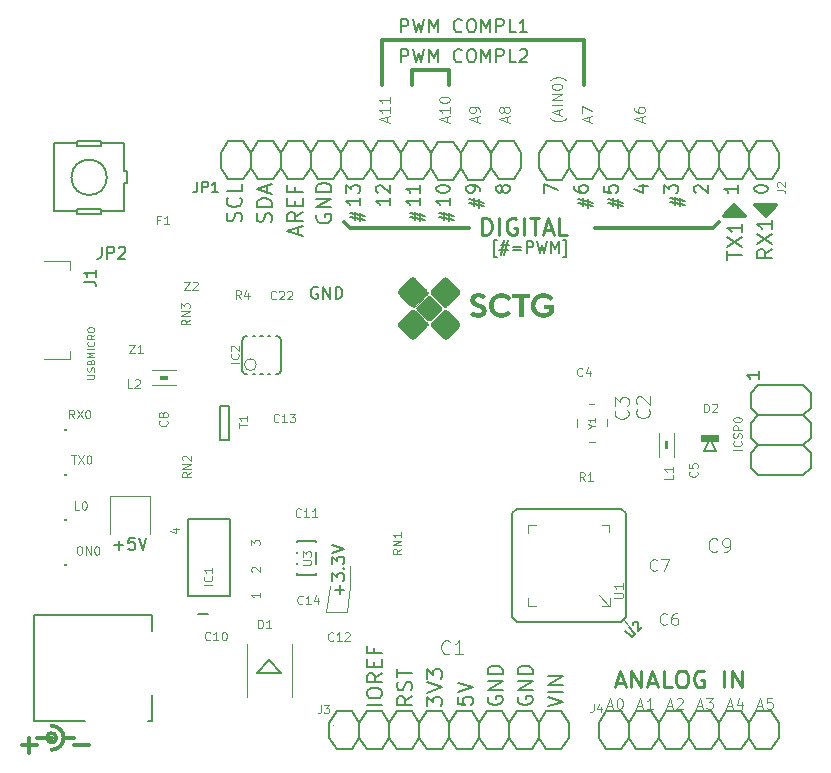
<source format=gbr>
%TF.GenerationSoftware,KiCad,Pcbnew,(6.0.10-0)*%
%TF.CreationDate,2023-01-08T15:47:47+01:00*%
%TF.ProjectId,Leonardo_Rev3d,4c656f6e-6172-4646-9f5f-52657633642e,3d*%
%TF.SameCoordinates,Original*%
%TF.FileFunction,Legend,Top*%
%TF.FilePolarity,Positive*%
%FSLAX46Y46*%
G04 Gerber Fmt 4.6, Leading zero omitted, Abs format (unit mm)*
G04 Created by KiCad (PCBNEW (6.0.10-0)) date 2023-01-08 15:47:47*
%MOMM*%
%LPD*%
G01*
G04 APERTURE LIST*
%ADD10C,0.304800*%
%ADD11C,0.120000*%
%ADD12C,0.050800*%
%ADD13C,0.121920*%
%ADD14C,0.152400*%
%ADD15C,0.142240*%
%ADD16C,0.170688*%
%ADD17C,0.150000*%
%ADD18C,0.145288*%
%ADD19C,0.190500*%
%ADD20C,0.251460*%
%ADD21C,0.093472*%
%ADD22C,0.097536*%
%ADD23C,0.101600*%
%ADD24C,0.074778*%
%ADD25C,0.114300*%
%ADD26C,0.130861*%
%ADD27C,0.044867*%
%ADD28C,0.100000*%
%ADD29C,0.127000*%
%ADD30C,0.203200*%
%ADD31C,0.013229*%
%ADD32C,0.070000*%
G04 APERTURE END LIST*
D10*
X115481100Y-129768600D02*
X115481100Y-131038600D01*
X147866100Y-73253600D02*
X151041100Y-73253600D01*
X177457100Y-84937600D02*
X177965100Y-84937600D01*
X178346100Y-84810600D02*
X177838100Y-85318600D01*
X145326100Y-74523600D02*
X145326100Y-70713600D01*
D11*
X140640000Y-119120000D02*
X142390000Y-119130000D01*
D10*
X151041100Y-73253600D02*
X151041100Y-74523600D01*
X152692100Y-86588600D02*
X142659100Y-86588600D01*
D11*
X122360000Y-109290000D02*
X125680000Y-109290000D01*
D10*
X114846100Y-130403600D02*
X116116100Y-130403600D01*
D11*
X140960000Y-116890000D02*
X140640000Y-119120000D01*
D10*
X142659100Y-86588600D02*
X142151100Y-86080600D01*
X174917100Y-85445600D02*
X175298100Y-85191600D01*
X177838100Y-85064600D02*
X177838100Y-85191600D01*
X119291100Y-130403600D02*
X120561100Y-130403600D01*
X176060100Y-85572600D02*
X175171100Y-84683600D01*
X175171100Y-84683600D02*
X174282100Y-85572600D01*
X175679100Y-85445600D02*
X174917100Y-85445600D01*
D12*
X141198500Y-128650600D02*
X141198600Y-128650500D01*
D10*
X174282100Y-85572600D02*
X176060100Y-85572600D01*
X177330100Y-84810600D02*
X178346100Y-84810600D01*
X118402100Y-129768600D02*
X119291100Y-129768600D01*
X176949100Y-84683600D02*
X177838100Y-85572600D01*
X147866100Y-74523600D02*
X147866100Y-73253600D01*
X177838100Y-85572600D02*
X178727100Y-84683600D01*
X177838100Y-85318600D02*
X177457100Y-84937600D01*
X117386100Y-130784600D02*
G75*
G03*
X118402100Y-129768600I0J1016000D01*
G01*
X162471100Y-70713600D02*
X162471100Y-74523600D01*
X116116100Y-129768600D02*
X117386100Y-129768600D01*
X173393100Y-86588600D02*
X163360100Y-86588600D01*
X118402100Y-129768600D02*
G75*
G03*
X117386100Y-128752600I-1016000J0D01*
G01*
X117787700Y-129768600D02*
G75*
G03*
X117787700Y-129768600I-401600J0D01*
G01*
D11*
X122350000Y-109295000D02*
X122350000Y-112505000D01*
D10*
X174663100Y-85445600D02*
X175171100Y-84937600D01*
D11*
X142390000Y-119130000D02*
X142660000Y-116890000D01*
D10*
X145326100Y-70713600D02*
X162471100Y-70713600D01*
D11*
X142660000Y-116890000D02*
X142660000Y-115210000D01*
D10*
X173901100Y-86080600D02*
X173393100Y-86588600D01*
D11*
X125680000Y-109290000D02*
X125680000Y-112500000D01*
D10*
X178727100Y-84683600D02*
X176949100Y-84683600D01*
X175171100Y-84937600D02*
X175679100Y-85445600D01*
D13*
X172069248Y-127045373D02*
X172495001Y-127045373D01*
X171984098Y-127300824D02*
X172282125Y-126406744D01*
X172580151Y-127300824D01*
X172793028Y-126406744D02*
X173346506Y-126406744D01*
X173048479Y-126747346D01*
X173176205Y-126747346D01*
X173261355Y-126789921D01*
X173303930Y-126832497D01*
X173346506Y-126917647D01*
X173346506Y-127130523D01*
X173303930Y-127215674D01*
X173261355Y-127258249D01*
X173176205Y-127300824D01*
X172920753Y-127300824D01*
X172835603Y-127258249D01*
X172793028Y-127215674D01*
D14*
X153629480Y-83495726D02*
X153629480Y-83282850D01*
X153576261Y-83176412D01*
X153523042Y-83123193D01*
X153363385Y-83016755D01*
X153150509Y-82963536D01*
X152724757Y-82963536D01*
X152618319Y-83016755D01*
X152565100Y-83069974D01*
X152511880Y-83176412D01*
X152511880Y-83389288D01*
X152565100Y-83495726D01*
X152618319Y-83548945D01*
X152724757Y-83602164D01*
X152990852Y-83602164D01*
X153097290Y-83548945D01*
X153150509Y-83495726D01*
X153203728Y-83389288D01*
X153203728Y-83176412D01*
X153150509Y-83069974D01*
X153097290Y-83016755D01*
X152990852Y-82963536D01*
X164195880Y-83016755D02*
X164195880Y-83548945D01*
X164728071Y-83602164D01*
X164674852Y-83548945D01*
X164621633Y-83442507D01*
X164621633Y-83176412D01*
X164674852Y-83069974D01*
X164728071Y-83016755D01*
X164834509Y-82963536D01*
X165100604Y-82963536D01*
X165207042Y-83016755D01*
X165260261Y-83069974D01*
X165313480Y-83176412D01*
X165313480Y-83442507D01*
X165260261Y-83548945D01*
X165207042Y-83602164D01*
D15*
X149162180Y-127093464D02*
X149162180Y-126300984D01*
X149649860Y-126727704D01*
X149649860Y-126544824D01*
X149710820Y-126422904D01*
X149771780Y-126361944D01*
X149893700Y-126300984D01*
X150198500Y-126300984D01*
X150320420Y-126361944D01*
X150381380Y-126422904D01*
X150442340Y-126544824D01*
X150442340Y-126910584D01*
X150381380Y-127032504D01*
X150320420Y-127093464D01*
X149162180Y-125935224D02*
X150442340Y-125508504D01*
X149162180Y-125081784D01*
X149162180Y-124776984D02*
X149162180Y-123984504D01*
X149649860Y-124411224D01*
X149649860Y-124228344D01*
X149710820Y-124106424D01*
X149771780Y-124045464D01*
X149893700Y-123984504D01*
X150198500Y-123984504D01*
X150320420Y-124045464D01*
X150381380Y-124106424D01*
X150442340Y-124228344D01*
X150442340Y-124594104D01*
X150381380Y-124716024D01*
X150320420Y-124776984D01*
D16*
X159394982Y-127117042D02*
X160646694Y-126699804D01*
X159394982Y-126282567D01*
X160646694Y-125865330D02*
X159394982Y-125865330D01*
X160646694Y-125269276D02*
X159394982Y-125269276D01*
X160646694Y-124554012D01*
X159394982Y-124554012D01*
D15*
X178412140Y-88380824D02*
X177802540Y-88807544D01*
X178412140Y-89112344D02*
X177131980Y-89112344D01*
X177131980Y-88624664D01*
X177192940Y-88502744D01*
X177253900Y-88441784D01*
X177375820Y-88380824D01*
X177558700Y-88380824D01*
X177680620Y-88441784D01*
X177741580Y-88502744D01*
X177802540Y-88624664D01*
X177802540Y-89112344D01*
X177131980Y-87954104D02*
X178412140Y-87100664D01*
X177131980Y-87100664D02*
X178412140Y-87954104D01*
X178412140Y-85942424D02*
X178412140Y-86673944D01*
X178412140Y-86308184D02*
X177131980Y-86308184D01*
X177314860Y-86430104D01*
X177436780Y-86552024D01*
X177497740Y-86673944D01*
X135968080Y-86103704D02*
X136029040Y-85920824D01*
X136029040Y-85616024D01*
X135968080Y-85494104D01*
X135907120Y-85433144D01*
X135785200Y-85372184D01*
X135663280Y-85372184D01*
X135541360Y-85433144D01*
X135480400Y-85494104D01*
X135419440Y-85616024D01*
X135358480Y-85859864D01*
X135297520Y-85981784D01*
X135236560Y-86042744D01*
X135114640Y-86103704D01*
X134992720Y-86103704D01*
X134870800Y-86042744D01*
X134809840Y-85981784D01*
X134748880Y-85859864D01*
X134748880Y-85555064D01*
X134809840Y-85372184D01*
X136029040Y-84823544D02*
X134748880Y-84823544D01*
X134748880Y-84518744D01*
X134809840Y-84335864D01*
X134931760Y-84213944D01*
X135053680Y-84152984D01*
X135297520Y-84092024D01*
X135480400Y-84092024D01*
X135724240Y-84152984D01*
X135846160Y-84213944D01*
X135968080Y-84335864D01*
X136029040Y-84518744D01*
X136029040Y-84823544D01*
X135663280Y-83604344D02*
X135663280Y-82994744D01*
X136029040Y-83726264D02*
X134748880Y-83299544D01*
X136029040Y-82872824D01*
D17*
X141781428Y-117620952D02*
X141781428Y-116859047D01*
X142162380Y-117240000D02*
X141400476Y-117240000D01*
X141162380Y-116478095D02*
X141162380Y-115859047D01*
X141543333Y-116192380D01*
X141543333Y-116049523D01*
X141590952Y-115954285D01*
X141638571Y-115906666D01*
X141733809Y-115859047D01*
X141971904Y-115859047D01*
X142067142Y-115906666D01*
X142114761Y-115954285D01*
X142162380Y-116049523D01*
X142162380Y-116335238D01*
X142114761Y-116430476D01*
X142067142Y-116478095D01*
X142067142Y-115430476D02*
X142114761Y-115382857D01*
X142162380Y-115430476D01*
X142114761Y-115478095D01*
X142067142Y-115430476D01*
X142162380Y-115430476D01*
X141162380Y-115049523D02*
X141162380Y-114430476D01*
X141543333Y-114763809D01*
X141543333Y-114620952D01*
X141590952Y-114525714D01*
X141638571Y-114478095D01*
X141733809Y-114430476D01*
X141971904Y-114430476D01*
X142067142Y-114478095D01*
X142114761Y-114525714D01*
X142162380Y-114620952D01*
X142162380Y-114906666D01*
X142114761Y-115001904D01*
X142067142Y-115049523D01*
X141162380Y-114144761D02*
X142162380Y-113811428D01*
X141162380Y-113478095D01*
D18*
X170158591Y-84657960D02*
X170158591Y-83963451D01*
X169741886Y-84380157D02*
X170992001Y-84657960D01*
X170575296Y-84056053D02*
X170575296Y-84750561D01*
X170992001Y-84333856D02*
X169741886Y-84056053D01*
D14*
X171922319Y-83602164D02*
X171869100Y-83548945D01*
X171815880Y-83442507D01*
X171815880Y-83176412D01*
X171869100Y-83069974D01*
X171922319Y-83016755D01*
X172028757Y-82963536D01*
X172135195Y-82963536D01*
X172294852Y-83016755D01*
X172933480Y-83655383D01*
X172933480Y-82963536D01*
D19*
X177308595Y-98753698D02*
X177308595Y-99370555D01*
X177308595Y-99062127D02*
X176229095Y-99062127D01*
X176383309Y-99164936D01*
X176486119Y-99267746D01*
X176537523Y-99370555D01*
D18*
X150600591Y-85927960D02*
X150600591Y-85233451D01*
X150183886Y-85650157D02*
X151434001Y-85927960D01*
X151017296Y-85326053D02*
X151017296Y-86020561D01*
X151434001Y-85603856D02*
X150183886Y-85326053D01*
X155073843Y-89025403D02*
X154842340Y-89025403D01*
X154842340Y-87636386D01*
X155073843Y-87636386D01*
X155397947Y-88053091D02*
X156092456Y-88053091D01*
X155675750Y-87636386D02*
X155397947Y-88886501D01*
X155999854Y-88469796D02*
X155305346Y-88469796D01*
X155722051Y-88886501D02*
X155999854Y-87636386D01*
X156416560Y-88191993D02*
X157157369Y-88191993D01*
X157157369Y-88469796D02*
X156416560Y-88469796D01*
X157620374Y-88701299D02*
X157620374Y-87728987D01*
X157990779Y-87728987D01*
X158083380Y-87775288D01*
X158129681Y-87821588D01*
X158175981Y-87914189D01*
X158175981Y-88053091D01*
X158129681Y-88145692D01*
X158083380Y-88191993D01*
X157990779Y-88238293D01*
X157620374Y-88238293D01*
X158500085Y-87728987D02*
X158731588Y-88701299D01*
X158916790Y-88006790D01*
X159101993Y-88701299D01*
X159333496Y-87728987D01*
X159703900Y-88701299D02*
X159703900Y-87728987D01*
X160028004Y-88423496D01*
X160352108Y-87728987D01*
X160352108Y-88701299D01*
X160722513Y-89025403D02*
X160954016Y-89025403D01*
X160954016Y-87636386D01*
X160722513Y-87636386D01*
X162411591Y-84784960D02*
X162411591Y-84090451D01*
X161994886Y-84507157D02*
X163245001Y-84784960D01*
X162828296Y-84183053D02*
X162828296Y-84877561D01*
X163245001Y-84460856D02*
X161994886Y-84183053D01*
D17*
X139908095Y-91640000D02*
X139812857Y-91592380D01*
X139670000Y-91592380D01*
X139527142Y-91640000D01*
X139431904Y-91735238D01*
X139384285Y-91830476D01*
X139336666Y-92020952D01*
X139336666Y-92163809D01*
X139384285Y-92354285D01*
X139431904Y-92449523D01*
X139527142Y-92544761D01*
X139670000Y-92592380D01*
X139765238Y-92592380D01*
X139908095Y-92544761D01*
X139955714Y-92497142D01*
X139955714Y-92163809D01*
X139765238Y-92163809D01*
X140384285Y-92592380D02*
X140384285Y-91592380D01*
X140955714Y-92592380D01*
X140955714Y-91592380D01*
X141431904Y-92592380D02*
X141431904Y-91592380D01*
X141670000Y-91592380D01*
X141812857Y-91640000D01*
X141908095Y-91735238D01*
X141955714Y-91830476D01*
X142003333Y-92020952D01*
X142003333Y-92163809D01*
X141955714Y-92354285D01*
X141908095Y-92449523D01*
X141812857Y-92544761D01*
X141670000Y-92592380D01*
X141431904Y-92592380D01*
D16*
X156914588Y-126282567D02*
X156854982Y-126401778D01*
X156854982Y-126580594D01*
X156914588Y-126759410D01*
X157033798Y-126878620D01*
X157153009Y-126938226D01*
X157391430Y-126997831D01*
X157570246Y-126997831D01*
X157808668Y-126938226D01*
X157927878Y-126878620D01*
X158047089Y-126759410D01*
X158106694Y-126580594D01*
X158106694Y-126461383D01*
X158047089Y-126282567D01*
X157987484Y-126222962D01*
X157570246Y-126222962D01*
X157570246Y-126461383D01*
X158106694Y-125686514D02*
X156854982Y-125686514D01*
X158106694Y-124971250D01*
X156854982Y-124971250D01*
X158106694Y-124375196D02*
X156854982Y-124375196D01*
X156854982Y-124077170D01*
X156914588Y-123898354D01*
X157033798Y-123779143D01*
X157153009Y-123719538D01*
X157391430Y-123659932D01*
X157570246Y-123659932D01*
X157808668Y-123719538D01*
X157927878Y-123779143D01*
X158047089Y-123898354D01*
X158106694Y-124077170D01*
X158106694Y-124375196D01*
D15*
X138265580Y-87154504D02*
X138265580Y-86544904D01*
X138631340Y-87276424D02*
X137351180Y-86849704D01*
X138631340Y-86422984D01*
X138631340Y-85264744D02*
X138021740Y-85691464D01*
X138631340Y-85996264D02*
X137351180Y-85996264D01*
X137351180Y-85508584D01*
X137412140Y-85386664D01*
X137473100Y-85325704D01*
X137595020Y-85264744D01*
X137777900Y-85264744D01*
X137899820Y-85325704D01*
X137960780Y-85386664D01*
X138021740Y-85508584D01*
X138021740Y-85996264D01*
X137960780Y-84716104D02*
X137960780Y-84289384D01*
X138631340Y-84106504D02*
X138631340Y-84716104D01*
X137351180Y-84716104D01*
X137351180Y-84106504D01*
X137960780Y-83131144D02*
X137960780Y-83557864D01*
X138631340Y-83557864D02*
X137351180Y-83557864D01*
X137351180Y-82948264D01*
D14*
X167108414Y-83069974D02*
X167853480Y-83069974D01*
X166682661Y-83336069D02*
X167480947Y-83602164D01*
X167480947Y-82910317D01*
D15*
X145362340Y-126971544D02*
X144082180Y-126971544D01*
X144082180Y-126118104D02*
X144082180Y-125874264D01*
X144143140Y-125752344D01*
X144265060Y-125630424D01*
X144508900Y-125569464D01*
X144935620Y-125569464D01*
X145179460Y-125630424D01*
X145301380Y-125752344D01*
X145362340Y-125874264D01*
X145362340Y-126118104D01*
X145301380Y-126240024D01*
X145179460Y-126361944D01*
X144935620Y-126422904D01*
X144508900Y-126422904D01*
X144265060Y-126361944D01*
X144143140Y-126240024D01*
X144082180Y-126118104D01*
X145362340Y-124289304D02*
X144752740Y-124716024D01*
X145362340Y-125020824D02*
X144082180Y-125020824D01*
X144082180Y-124533144D01*
X144143140Y-124411224D01*
X144204100Y-124350264D01*
X144326020Y-124289304D01*
X144508900Y-124289304D01*
X144630820Y-124350264D01*
X144691780Y-124411224D01*
X144752740Y-124533144D01*
X144752740Y-125020824D01*
X144691780Y-123740664D02*
X144691780Y-123313944D01*
X145362340Y-123131064D02*
X145362340Y-123740664D01*
X144082180Y-123740664D01*
X144082180Y-123131064D01*
X144691780Y-122155704D02*
X144691780Y-122582424D01*
X145362340Y-122582424D02*
X144082180Y-122582424D01*
X144082180Y-121972824D01*
D13*
X150857873Y-77625451D02*
X150857873Y-77199698D01*
X151113324Y-77710601D02*
X150219244Y-77412574D01*
X151113324Y-77114548D01*
X151113324Y-76348193D02*
X151113324Y-76859096D01*
X151113324Y-76603645D02*
X150219244Y-76603645D01*
X150346970Y-76688795D01*
X150432120Y-76773946D01*
X150474696Y-76859096D01*
X150219244Y-75794715D02*
X150219244Y-75709565D01*
X150261820Y-75624414D01*
X150304395Y-75581839D01*
X150389545Y-75539264D01*
X150559846Y-75496689D01*
X150772722Y-75496689D01*
X150943023Y-75539264D01*
X151028174Y-75581839D01*
X151070749Y-75624414D01*
X151113324Y-75709565D01*
X151113324Y-75794715D01*
X151070749Y-75879866D01*
X151028174Y-75922441D01*
X150943023Y-75965016D01*
X150772722Y-76007592D01*
X150559846Y-76007592D01*
X150389545Y-75965016D01*
X150304395Y-75922441D01*
X150261820Y-75879866D01*
X150219244Y-75794715D01*
D14*
X143469480Y-84027917D02*
X143469480Y-84666545D01*
X143469480Y-84347231D02*
X142351880Y-84347231D01*
X142511538Y-84453669D01*
X142617976Y-84560107D01*
X142671195Y-84666545D01*
X142351880Y-83655383D02*
X142351880Y-82963536D01*
X142777633Y-83336069D01*
X142777633Y-83176412D01*
X142830852Y-83069974D01*
X142884071Y-83016755D01*
X142990509Y-82963536D01*
X143256604Y-82963536D01*
X143363042Y-83016755D01*
X143416261Y-83069974D01*
X143469480Y-83176412D01*
X143469480Y-83495726D01*
X143416261Y-83602164D01*
X143363042Y-83655383D01*
X175473480Y-82963536D02*
X175473480Y-83602164D01*
X175473480Y-83282850D02*
X174355880Y-83282850D01*
X174515538Y-83389288D01*
X174621976Y-83495726D01*
X174675195Y-83602164D01*
X161655880Y-83069974D02*
X161655880Y-83282850D01*
X161709100Y-83389288D01*
X161762319Y-83442507D01*
X161921976Y-83548945D01*
X162134852Y-83602164D01*
X162560604Y-83602164D01*
X162667042Y-83548945D01*
X162720261Y-83495726D01*
X162773480Y-83389288D01*
X162773480Y-83176412D01*
X162720261Y-83069974D01*
X162667042Y-83016755D01*
X162560604Y-82963536D01*
X162294509Y-82963536D01*
X162188071Y-83016755D01*
X162134852Y-83069974D01*
X162081633Y-83176412D01*
X162081633Y-83389288D01*
X162134852Y-83495726D01*
X162188071Y-83548945D01*
X162294509Y-83602164D01*
D13*
X167367873Y-77625451D02*
X167367873Y-77199698D01*
X167623324Y-77710601D02*
X166729244Y-77412574D01*
X167623324Y-77114548D01*
X166729244Y-76433344D02*
X166729244Y-76603645D01*
X166771820Y-76688795D01*
X166814395Y-76731371D01*
X166942120Y-76816521D01*
X167112421Y-76859096D01*
X167453023Y-76859096D01*
X167538174Y-76816521D01*
X167580749Y-76773946D01*
X167623324Y-76688795D01*
X167623324Y-76518494D01*
X167580749Y-76433344D01*
X167538174Y-76390769D01*
X167453023Y-76348193D01*
X167240147Y-76348193D01*
X167154997Y-76390769D01*
X167112421Y-76433344D01*
X167069846Y-76518494D01*
X167069846Y-76688795D01*
X167112421Y-76773946D01*
X167154997Y-76816521D01*
X167240147Y-76859096D01*
X164449248Y-127045373D02*
X164875001Y-127045373D01*
X164364098Y-127300824D02*
X164662125Y-126406744D01*
X164960151Y-127300824D01*
X165428479Y-126406744D02*
X165513629Y-126406744D01*
X165598780Y-126449320D01*
X165641355Y-126491895D01*
X165683930Y-126577045D01*
X165726506Y-126747346D01*
X165726506Y-126960222D01*
X165683930Y-127130523D01*
X165641355Y-127215674D01*
X165598780Y-127258249D01*
X165513629Y-127300824D01*
X165428479Y-127300824D01*
X165343328Y-127258249D01*
X165300753Y-127215674D01*
X165258178Y-127130523D01*
X165215603Y-126960222D01*
X165215603Y-126747346D01*
X165258178Y-126577045D01*
X165300753Y-126491895D01*
X165343328Y-126449320D01*
X165428479Y-126406744D01*
D15*
X133428080Y-86043704D02*
X133489040Y-85860824D01*
X133489040Y-85556024D01*
X133428080Y-85434104D01*
X133367120Y-85373144D01*
X133245200Y-85312184D01*
X133123280Y-85312184D01*
X133001360Y-85373144D01*
X132940400Y-85434104D01*
X132879440Y-85556024D01*
X132818480Y-85799864D01*
X132757520Y-85921784D01*
X132696560Y-85982744D01*
X132574640Y-86043704D01*
X132452720Y-86043704D01*
X132330800Y-85982744D01*
X132269840Y-85921784D01*
X132208880Y-85799864D01*
X132208880Y-85495064D01*
X132269840Y-85312184D01*
X133367120Y-84032024D02*
X133428080Y-84092984D01*
X133489040Y-84275864D01*
X133489040Y-84397784D01*
X133428080Y-84580664D01*
X133306160Y-84702584D01*
X133184240Y-84763544D01*
X132940400Y-84824504D01*
X132757520Y-84824504D01*
X132513680Y-84763544D01*
X132391760Y-84702584D01*
X132269840Y-84580664D01*
X132208880Y-84397784D01*
X132208880Y-84275864D01*
X132269840Y-84092984D01*
X132330800Y-84032024D01*
X133489040Y-82873784D02*
X133489040Y-83483384D01*
X132208880Y-83483384D01*
D14*
X169275880Y-83655383D02*
X169275880Y-82963536D01*
X169701633Y-83336069D01*
X169701633Y-83176412D01*
X169754852Y-83069974D01*
X169808071Y-83016755D01*
X169914509Y-82963536D01*
X170180604Y-82963536D01*
X170287042Y-83016755D01*
X170340261Y-83069974D01*
X170393480Y-83176412D01*
X170393480Y-83495726D01*
X170340261Y-83602164D01*
X170287042Y-83655383D01*
X148549480Y-84027917D02*
X148549480Y-84666545D01*
X148549480Y-84347231D02*
X147431880Y-84347231D01*
X147591538Y-84453669D01*
X147697976Y-84560107D01*
X147751195Y-84666545D01*
X148549480Y-82963536D02*
X148549480Y-83602164D01*
X148549480Y-83282850D02*
X147431880Y-83282850D01*
X147591538Y-83389288D01*
X147697976Y-83495726D01*
X147751195Y-83602164D01*
D13*
X160978926Y-77327424D02*
X160936351Y-77369999D01*
X160808625Y-77455150D01*
X160723475Y-77497725D01*
X160595749Y-77540300D01*
X160382873Y-77582875D01*
X160212572Y-77582875D01*
X159999696Y-77540300D01*
X159871970Y-77497725D01*
X159786820Y-77455150D01*
X159659094Y-77369999D01*
X159616519Y-77327424D01*
X160382873Y-77029397D02*
X160382873Y-76603645D01*
X160638324Y-77114548D02*
X159744244Y-76816521D01*
X160638324Y-76518494D01*
X160638324Y-76220468D02*
X159744244Y-76220468D01*
X160638324Y-75794715D02*
X159744244Y-75794715D01*
X160638324Y-75283812D01*
X159744244Y-75283812D01*
X159744244Y-74687759D02*
X159744244Y-74602609D01*
X159786820Y-74517458D01*
X159829395Y-74474883D01*
X159914545Y-74432308D01*
X160084846Y-74389732D01*
X160297722Y-74389732D01*
X160468023Y-74432308D01*
X160553174Y-74474883D01*
X160595749Y-74517458D01*
X160638324Y-74602609D01*
X160638324Y-74687759D01*
X160595749Y-74772910D01*
X160553174Y-74815485D01*
X160468023Y-74858060D01*
X160297722Y-74900635D01*
X160084846Y-74900635D01*
X159914545Y-74858060D01*
X159829395Y-74815485D01*
X159786820Y-74772910D01*
X159744244Y-74687759D01*
X160978926Y-74091706D02*
X160936351Y-74049131D01*
X160808625Y-73963980D01*
X160723475Y-73921405D01*
X160595749Y-73878830D01*
X160382873Y-73836254D01*
X160212572Y-73836254D01*
X159999696Y-73878830D01*
X159871970Y-73921405D01*
X159786820Y-73963980D01*
X159659094Y-74049131D01*
X159616519Y-74091706D01*
D20*
X153866220Y-87191545D02*
X153866220Y-85766605D01*
X154205491Y-85766605D01*
X154409054Y-85834460D01*
X154544763Y-85970168D01*
X154612617Y-86105877D01*
X154680471Y-86377294D01*
X154680471Y-86580857D01*
X154612617Y-86852274D01*
X154544763Y-86987982D01*
X154409054Y-87123691D01*
X154205491Y-87191545D01*
X153866220Y-87191545D01*
X155291160Y-87191545D02*
X155291160Y-85766605D01*
X156716100Y-85834460D02*
X156580391Y-85766605D01*
X156376829Y-85766605D01*
X156173266Y-85834460D01*
X156037557Y-85970168D01*
X155969703Y-86105877D01*
X155901849Y-86377294D01*
X155901849Y-86580857D01*
X155969703Y-86852274D01*
X156037557Y-86987982D01*
X156173266Y-87123691D01*
X156376829Y-87191545D01*
X156512537Y-87191545D01*
X156716100Y-87123691D01*
X156783954Y-87055837D01*
X156783954Y-86580857D01*
X156512537Y-86580857D01*
X157394643Y-87191545D02*
X157394643Y-85766605D01*
X157869623Y-85766605D02*
X158683874Y-85766605D01*
X158276749Y-87191545D02*
X158276749Y-85766605D01*
X159091000Y-86784420D02*
X159769543Y-86784420D01*
X158955291Y-87191545D02*
X159430271Y-85766605D01*
X159905251Y-87191545D01*
X161058774Y-87191545D02*
X160380231Y-87191545D01*
X160380231Y-85766605D01*
D18*
X164951591Y-84784960D02*
X164951591Y-84090451D01*
X164534886Y-84507157D02*
X165785001Y-84784960D01*
X165368296Y-84183053D02*
X165368296Y-84877561D01*
X165785001Y-84460856D02*
X164534886Y-84183053D01*
D13*
X155937873Y-77625451D02*
X155937873Y-77199698D01*
X156193324Y-77710601D02*
X155299244Y-77412574D01*
X156193324Y-77114548D01*
X155682421Y-76688795D02*
X155639846Y-76773946D01*
X155597271Y-76816521D01*
X155512120Y-76859096D01*
X155469545Y-76859096D01*
X155384395Y-76816521D01*
X155341820Y-76773946D01*
X155299244Y-76688795D01*
X155299244Y-76518494D01*
X155341820Y-76433344D01*
X155384395Y-76390769D01*
X155469545Y-76348193D01*
X155512120Y-76348193D01*
X155597271Y-76390769D01*
X155639846Y-76433344D01*
X155682421Y-76518494D01*
X155682421Y-76688795D01*
X155724997Y-76773946D01*
X155767572Y-76816521D01*
X155852722Y-76859096D01*
X156023023Y-76859096D01*
X156108174Y-76816521D01*
X156150749Y-76773946D01*
X156193324Y-76688795D01*
X156193324Y-76518494D01*
X156150749Y-76433344D01*
X156108174Y-76390769D01*
X156023023Y-76348193D01*
X155852722Y-76348193D01*
X155767572Y-76390769D01*
X155724997Y-76433344D01*
X155682421Y-76518494D01*
D20*
X165191966Y-125102620D02*
X165870509Y-125102620D01*
X165056257Y-125509745D02*
X165531237Y-124084805D01*
X166006217Y-125509745D01*
X166481197Y-125509745D02*
X166481197Y-124084805D01*
X167295449Y-125509745D01*
X167295449Y-124084805D01*
X167906137Y-125102620D02*
X168584680Y-125102620D01*
X167770429Y-125509745D02*
X168245409Y-124084805D01*
X168720389Y-125509745D01*
X169873911Y-125509745D02*
X169195369Y-125509745D01*
X169195369Y-124084805D01*
X170620309Y-124084805D02*
X170891726Y-124084805D01*
X171027434Y-124152660D01*
X171163143Y-124288368D01*
X171230997Y-124559785D01*
X171230997Y-125034765D01*
X171163143Y-125306182D01*
X171027434Y-125441891D01*
X170891726Y-125509745D01*
X170620309Y-125509745D01*
X170484600Y-125441891D01*
X170348891Y-125306182D01*
X170281037Y-125034765D01*
X170281037Y-124559785D01*
X170348891Y-124288368D01*
X170484600Y-124152660D01*
X170620309Y-124084805D01*
X172588083Y-124152660D02*
X172452374Y-124084805D01*
X172248811Y-124084805D01*
X172045249Y-124152660D01*
X171909540Y-124288368D01*
X171841686Y-124424077D01*
X171773831Y-124695494D01*
X171773831Y-124899057D01*
X171841686Y-125170474D01*
X171909540Y-125306182D01*
X172045249Y-125441891D01*
X172248811Y-125509745D01*
X172384520Y-125509745D01*
X172588083Y-125441891D01*
X172655937Y-125374037D01*
X172655937Y-124899057D01*
X172384520Y-124899057D01*
X174352294Y-125509745D02*
X174352294Y-124084805D01*
X175030837Y-125509745D02*
X175030837Y-124084805D01*
X175845089Y-125509745D01*
X175845089Y-124084805D01*
D14*
X151089480Y-84027917D02*
X151089480Y-84666545D01*
X151089480Y-84347231D02*
X149971880Y-84347231D01*
X150131538Y-84453669D01*
X150237976Y-84560107D01*
X150291195Y-84666545D01*
X149971880Y-83336069D02*
X149971880Y-83229631D01*
X150025100Y-83123193D01*
X150078319Y-83069974D01*
X150184757Y-83016755D01*
X150397633Y-82963536D01*
X150663728Y-82963536D01*
X150876604Y-83016755D01*
X150983042Y-83069974D01*
X151036261Y-83123193D01*
X151089480Y-83229631D01*
X151089480Y-83336069D01*
X151036261Y-83442507D01*
X150983042Y-83495726D01*
X150876604Y-83548945D01*
X150663728Y-83602164D01*
X150397633Y-83602164D01*
X150184757Y-83548945D01*
X150078319Y-83495726D01*
X150025100Y-83442507D01*
X149971880Y-83336069D01*
D17*
X122704285Y-113461428D02*
X123466190Y-113461428D01*
X123085238Y-113842380D02*
X123085238Y-113080476D01*
X124418571Y-112842380D02*
X123942380Y-112842380D01*
X123894761Y-113318571D01*
X123942380Y-113270952D01*
X124037619Y-113223333D01*
X124275714Y-113223333D01*
X124370952Y-113270952D01*
X124418571Y-113318571D01*
X124466190Y-113413809D01*
X124466190Y-113651904D01*
X124418571Y-113747142D01*
X124370952Y-113794761D01*
X124275714Y-113842380D01*
X124037619Y-113842380D01*
X123942380Y-113794761D01*
X123894761Y-113747142D01*
X124751904Y-112842380D02*
X125085238Y-113842380D01*
X125418571Y-112842380D01*
D13*
X166989248Y-127045373D02*
X167415001Y-127045373D01*
X166904098Y-127300824D02*
X167202125Y-126406744D01*
X167500151Y-127300824D01*
X168266506Y-127300824D02*
X167755603Y-127300824D01*
X168011054Y-127300824D02*
X168011054Y-126406744D01*
X167925904Y-126534470D01*
X167840753Y-126619620D01*
X167755603Y-126662196D01*
X153397873Y-77625451D02*
X153397873Y-77199698D01*
X153653324Y-77710601D02*
X152759244Y-77412574D01*
X153653324Y-77114548D01*
X153653324Y-76773946D02*
X153653324Y-76603645D01*
X153610749Y-76518494D01*
X153568174Y-76475919D01*
X153440448Y-76390769D01*
X153270147Y-76348193D01*
X152929545Y-76348193D01*
X152844395Y-76390769D01*
X152801820Y-76433344D01*
X152759244Y-76518494D01*
X152759244Y-76688795D01*
X152801820Y-76773946D01*
X152844395Y-76816521D01*
X152929545Y-76859096D01*
X153142421Y-76859096D01*
X153227572Y-76816521D01*
X153270147Y-76773946D01*
X153312722Y-76688795D01*
X153312722Y-76518494D01*
X153270147Y-76433344D01*
X153227572Y-76390769D01*
X153142421Y-76348193D01*
D16*
X154374588Y-126282567D02*
X154314982Y-126401778D01*
X154314982Y-126580594D01*
X154374588Y-126759410D01*
X154493798Y-126878620D01*
X154613009Y-126938226D01*
X154851430Y-126997831D01*
X155030246Y-126997831D01*
X155268668Y-126938226D01*
X155387878Y-126878620D01*
X155507089Y-126759410D01*
X155566694Y-126580594D01*
X155566694Y-126461383D01*
X155507089Y-126282567D01*
X155447484Y-126222962D01*
X155030246Y-126222962D01*
X155030246Y-126461383D01*
X155566694Y-125686514D02*
X154314982Y-125686514D01*
X155566694Y-124971250D01*
X154314982Y-124971250D01*
X155566694Y-124375196D02*
X154314982Y-124375196D01*
X154314982Y-124077170D01*
X154374588Y-123898354D01*
X154493798Y-123779143D01*
X154613009Y-123719538D01*
X154851430Y-123659932D01*
X155030246Y-123659932D01*
X155268668Y-123719538D01*
X155387878Y-123779143D01*
X155507089Y-123898354D01*
X155566694Y-124077170D01*
X155566694Y-124375196D01*
D14*
X146961255Y-72565380D02*
X146961255Y-71447780D01*
X147387007Y-71447780D01*
X147493445Y-71501000D01*
X147546664Y-71554219D01*
X147599883Y-71660657D01*
X147599883Y-71820314D01*
X147546664Y-71926752D01*
X147493445Y-71979971D01*
X147387007Y-72033190D01*
X146961255Y-72033190D01*
X147972417Y-71447780D02*
X148238512Y-72565380D01*
X148451388Y-71767095D01*
X148664264Y-72565380D01*
X148930360Y-71447780D01*
X149356112Y-72565380D02*
X149356112Y-71447780D01*
X149728645Y-72246066D01*
X150101179Y-71447780D01*
X150101179Y-72565380D01*
X152123502Y-72458942D02*
X152070283Y-72512161D01*
X151910626Y-72565380D01*
X151804188Y-72565380D01*
X151644531Y-72512161D01*
X151538093Y-72405723D01*
X151484874Y-72299285D01*
X151431655Y-72086409D01*
X151431655Y-71926752D01*
X151484874Y-71713876D01*
X151538093Y-71607438D01*
X151644531Y-71501000D01*
X151804188Y-71447780D01*
X151910626Y-71447780D01*
X152070283Y-71501000D01*
X152123502Y-71554219D01*
X152815350Y-71447780D02*
X153028226Y-71447780D01*
X153134664Y-71501000D01*
X153241102Y-71607438D01*
X153294321Y-71820314D01*
X153294321Y-72192847D01*
X153241102Y-72405723D01*
X153134664Y-72512161D01*
X153028226Y-72565380D01*
X152815350Y-72565380D01*
X152708912Y-72512161D01*
X152602474Y-72405723D01*
X152549255Y-72192847D01*
X152549255Y-71820314D01*
X152602474Y-71607438D01*
X152708912Y-71501000D01*
X152815350Y-71447780D01*
X153773293Y-72565380D02*
X153773293Y-71447780D01*
X154145826Y-72246066D01*
X154518360Y-71447780D01*
X154518360Y-72565380D01*
X155050550Y-72565380D02*
X155050550Y-71447780D01*
X155476302Y-71447780D01*
X155582740Y-71501000D01*
X155635960Y-71554219D01*
X155689179Y-71660657D01*
X155689179Y-71820314D01*
X155635960Y-71926752D01*
X155582740Y-71979971D01*
X155476302Y-72033190D01*
X155050550Y-72033190D01*
X156700340Y-72565380D02*
X156168150Y-72565380D01*
X156168150Y-71447780D01*
X157019655Y-71554219D02*
X157072874Y-71501000D01*
X157179312Y-71447780D01*
X157445407Y-71447780D01*
X157551845Y-71501000D01*
X157605064Y-71554219D01*
X157658283Y-71660657D01*
X157658283Y-71767095D01*
X157605064Y-71926752D01*
X156966436Y-72565380D01*
X157658283Y-72565380D01*
D15*
X174587580Y-89283024D02*
X174587580Y-88551504D01*
X175867740Y-88917264D02*
X174587580Y-88917264D01*
X174587580Y-88246704D02*
X175867740Y-87393264D01*
X174587580Y-87393264D02*
X175867740Y-88246704D01*
X175867740Y-86235024D02*
X175867740Y-86966544D01*
X175867740Y-86600784D02*
X174587580Y-86600784D01*
X174770460Y-86722704D01*
X174892380Y-86844624D01*
X174953340Y-86966544D01*
X147902340Y-126240024D02*
X147292740Y-126666744D01*
X147902340Y-126971544D02*
X146622180Y-126971544D01*
X146622180Y-126483864D01*
X146683140Y-126361944D01*
X146744100Y-126300984D01*
X146866020Y-126240024D01*
X147048900Y-126240024D01*
X147170820Y-126300984D01*
X147231780Y-126361944D01*
X147292740Y-126483864D01*
X147292740Y-126971544D01*
X147841380Y-125752344D02*
X147902340Y-125569464D01*
X147902340Y-125264664D01*
X147841380Y-125142744D01*
X147780420Y-125081784D01*
X147658500Y-125020824D01*
X147536580Y-125020824D01*
X147414660Y-125081784D01*
X147353700Y-125142744D01*
X147292740Y-125264664D01*
X147231780Y-125508504D01*
X147170820Y-125630424D01*
X147109860Y-125691384D01*
X146987940Y-125752344D01*
X146866020Y-125752344D01*
X146744100Y-125691384D01*
X146683140Y-125630424D01*
X146622180Y-125508504D01*
X146622180Y-125203704D01*
X146683140Y-125020824D01*
X146622180Y-124655064D02*
X146622180Y-123923544D01*
X147902340Y-124289304D02*
X146622180Y-124289304D01*
D13*
X145777873Y-77625451D02*
X145777873Y-77199698D01*
X146033324Y-77710601D02*
X145139244Y-77412574D01*
X146033324Y-77114548D01*
X146033324Y-76348193D02*
X146033324Y-76859096D01*
X146033324Y-76603645D02*
X145139244Y-76603645D01*
X145266970Y-76688795D01*
X145352120Y-76773946D01*
X145394696Y-76859096D01*
X146033324Y-75496689D02*
X146033324Y-76007592D01*
X146033324Y-75752140D02*
X145139244Y-75752140D01*
X145266970Y-75837291D01*
X145352120Y-75922441D01*
X145394696Y-76007592D01*
D18*
X148187591Y-85927960D02*
X148187591Y-85233451D01*
X147770886Y-85650157D02*
X149021001Y-85927960D01*
X148604296Y-85326053D02*
X148604296Y-86020561D01*
X149021001Y-85603856D02*
X147770886Y-85326053D01*
D14*
X146009480Y-84027917D02*
X146009480Y-84666545D01*
X146009480Y-84347231D02*
X144891880Y-84347231D01*
X145051538Y-84453669D01*
X145157976Y-84560107D01*
X145211195Y-84666545D01*
X144998319Y-83602164D02*
X144945100Y-83548945D01*
X144891880Y-83442507D01*
X144891880Y-83176412D01*
X144945100Y-83069974D01*
X144998319Y-83016755D01*
X145104757Y-82963536D01*
X145211195Y-82963536D01*
X145370852Y-83016755D01*
X146009480Y-83655383D01*
X146009480Y-82963536D01*
D18*
X153140591Y-84784960D02*
X153140591Y-84090451D01*
X152723886Y-84507157D02*
X153974001Y-84784960D01*
X153557296Y-84183053D02*
X153557296Y-84877561D01*
X153974001Y-84460856D02*
X152723886Y-84183053D01*
D16*
X151774982Y-126342172D02*
X151774982Y-126938226D01*
X152371036Y-126997831D01*
X152311430Y-126938226D01*
X152251825Y-126819015D01*
X152251825Y-126520988D01*
X152311430Y-126401778D01*
X152371036Y-126342172D01*
X152490246Y-126282567D01*
X152788273Y-126282567D01*
X152907484Y-126342172D01*
X152967089Y-126401778D01*
X153026694Y-126520988D01*
X153026694Y-126819015D01*
X152967089Y-126938226D01*
X152907484Y-126997831D01*
X151774982Y-125924935D02*
X153026694Y-125507698D01*
X151774982Y-125090460D01*
D13*
X174609248Y-127045373D02*
X175035001Y-127045373D01*
X174524098Y-127300824D02*
X174822125Y-126406744D01*
X175120151Y-127300824D01*
X175801355Y-126704771D02*
X175801355Y-127300824D01*
X175588479Y-126364169D02*
X175375603Y-127002798D01*
X175929081Y-127002798D01*
X177149248Y-127045373D02*
X177575001Y-127045373D01*
X177064098Y-127300824D02*
X177362125Y-126406744D01*
X177660151Y-127300824D01*
X178383930Y-126406744D02*
X177958178Y-126406744D01*
X177915603Y-126832497D01*
X177958178Y-126789921D01*
X178043328Y-126747346D01*
X178256205Y-126747346D01*
X178341355Y-126789921D01*
X178383930Y-126832497D01*
X178426506Y-126917647D01*
X178426506Y-127130523D01*
X178383930Y-127215674D01*
X178341355Y-127258249D01*
X178256205Y-127300824D01*
X178043328Y-127300824D01*
X177958178Y-127258249D01*
X177915603Y-127215674D01*
D15*
X139849840Y-85472184D02*
X139788880Y-85594104D01*
X139788880Y-85776984D01*
X139849840Y-85959864D01*
X139971760Y-86081784D01*
X140093680Y-86142744D01*
X140337520Y-86203704D01*
X140520400Y-86203704D01*
X140764240Y-86142744D01*
X140886160Y-86081784D01*
X141008080Y-85959864D01*
X141069040Y-85776984D01*
X141069040Y-85655064D01*
X141008080Y-85472184D01*
X140947120Y-85411224D01*
X140520400Y-85411224D01*
X140520400Y-85655064D01*
X141069040Y-84862584D02*
X139788880Y-84862584D01*
X141069040Y-84131064D01*
X139788880Y-84131064D01*
X141069040Y-83521464D02*
X139788880Y-83521464D01*
X139788880Y-83216664D01*
X139849840Y-83033784D01*
X139971760Y-82911864D01*
X140093680Y-82850904D01*
X140337520Y-82789944D01*
X140520400Y-82789944D01*
X140764240Y-82850904D01*
X140886160Y-82911864D01*
X141008080Y-83033784D01*
X141069040Y-83216664D01*
X141069040Y-83521464D01*
D13*
X169529248Y-127045373D02*
X169955001Y-127045373D01*
X169444098Y-127300824D02*
X169742125Y-126406744D01*
X170040151Y-127300824D01*
X170295603Y-126491895D02*
X170338178Y-126449320D01*
X170423328Y-126406744D01*
X170636205Y-126406744D01*
X170721355Y-126449320D01*
X170763930Y-126491895D01*
X170806506Y-126577045D01*
X170806506Y-126662196D01*
X170763930Y-126789921D01*
X170253028Y-127300824D01*
X170806506Y-127300824D01*
D14*
X155530852Y-83389288D02*
X155477633Y-83495726D01*
X155424414Y-83548945D01*
X155317976Y-83602164D01*
X155264757Y-83602164D01*
X155158319Y-83548945D01*
X155105100Y-83495726D01*
X155051880Y-83389288D01*
X155051880Y-83176412D01*
X155105100Y-83069974D01*
X155158319Y-83016755D01*
X155264757Y-82963536D01*
X155317976Y-82963536D01*
X155424414Y-83016755D01*
X155477633Y-83069974D01*
X155530852Y-83176412D01*
X155530852Y-83389288D01*
X155584071Y-83495726D01*
X155637290Y-83548945D01*
X155743728Y-83602164D01*
X155956604Y-83602164D01*
X156063042Y-83548945D01*
X156116261Y-83495726D01*
X156169480Y-83389288D01*
X156169480Y-83176412D01*
X156116261Y-83069974D01*
X156063042Y-83016755D01*
X155956604Y-82963536D01*
X155743728Y-82963536D01*
X155637290Y-83016755D01*
X155584071Y-83069974D01*
X155530852Y-83176412D01*
D13*
X162922873Y-77625451D02*
X162922873Y-77199698D01*
X163178324Y-77710601D02*
X162284244Y-77412574D01*
X163178324Y-77114548D01*
X162284244Y-76901672D02*
X162284244Y-76305618D01*
X163178324Y-76688795D01*
D14*
X129816255Y-119256628D02*
X130667760Y-119256628D01*
X159115880Y-83655383D02*
X159115880Y-82910317D01*
X160233480Y-83389288D01*
X146961255Y-70025380D02*
X146961255Y-68907780D01*
X147387007Y-68907780D01*
X147493445Y-68961000D01*
X147546664Y-69014219D01*
X147599883Y-69120657D01*
X147599883Y-69280314D01*
X147546664Y-69386752D01*
X147493445Y-69439971D01*
X147387007Y-69493190D01*
X146961255Y-69493190D01*
X147972417Y-68907780D02*
X148238512Y-70025380D01*
X148451388Y-69227095D01*
X148664264Y-70025380D01*
X148930360Y-68907780D01*
X149356112Y-70025380D02*
X149356112Y-68907780D01*
X149728645Y-69706066D01*
X150101179Y-68907780D01*
X150101179Y-70025380D01*
X152123502Y-69918942D02*
X152070283Y-69972161D01*
X151910626Y-70025380D01*
X151804188Y-70025380D01*
X151644531Y-69972161D01*
X151538093Y-69865723D01*
X151484874Y-69759285D01*
X151431655Y-69546409D01*
X151431655Y-69386752D01*
X151484874Y-69173876D01*
X151538093Y-69067438D01*
X151644531Y-68961000D01*
X151804188Y-68907780D01*
X151910626Y-68907780D01*
X152070283Y-68961000D01*
X152123502Y-69014219D01*
X152815350Y-68907780D02*
X153028226Y-68907780D01*
X153134664Y-68961000D01*
X153241102Y-69067438D01*
X153294321Y-69280314D01*
X153294321Y-69652847D01*
X153241102Y-69865723D01*
X153134664Y-69972161D01*
X153028226Y-70025380D01*
X152815350Y-70025380D01*
X152708912Y-69972161D01*
X152602474Y-69865723D01*
X152549255Y-69652847D01*
X152549255Y-69280314D01*
X152602474Y-69067438D01*
X152708912Y-68961000D01*
X152815350Y-68907780D01*
X153773293Y-70025380D02*
X153773293Y-68907780D01*
X154145826Y-69706066D01*
X154518360Y-68907780D01*
X154518360Y-70025380D01*
X155050550Y-70025380D02*
X155050550Y-68907780D01*
X155476302Y-68907780D01*
X155582740Y-68961000D01*
X155635960Y-69014219D01*
X155689179Y-69120657D01*
X155689179Y-69280314D01*
X155635960Y-69386752D01*
X155582740Y-69439971D01*
X155476302Y-69493190D01*
X155050550Y-69493190D01*
X156700340Y-70025380D02*
X156168150Y-70025380D01*
X156168150Y-68907780D01*
X157658283Y-70025380D02*
X157019655Y-70025380D01*
X157338969Y-70025380D02*
X157338969Y-68907780D01*
X157232531Y-69067438D01*
X157126093Y-69173876D01*
X157019655Y-69227095D01*
X176895880Y-83336069D02*
X176895880Y-83229631D01*
X176949100Y-83123193D01*
X177002319Y-83069974D01*
X177108757Y-83016755D01*
X177321633Y-82963536D01*
X177587728Y-82963536D01*
X177800604Y-83016755D01*
X177907042Y-83069974D01*
X177960261Y-83123193D01*
X178013480Y-83229631D01*
X178013480Y-83336069D01*
X177960261Y-83442507D01*
X177907042Y-83495726D01*
X177800604Y-83548945D01*
X177587728Y-83602164D01*
X177321633Y-83602164D01*
X177108757Y-83548945D01*
X177002319Y-83495726D01*
X176949100Y-83442507D01*
X176895880Y-83336069D01*
D18*
X143107591Y-85927960D02*
X143107591Y-85233451D01*
X142690886Y-85650157D02*
X143941001Y-85927960D01*
X143524296Y-85326053D02*
X143524296Y-86020561D01*
X143941001Y-85603856D02*
X142690886Y-85326053D01*
D17*
%TO.C,@HOLE0*%
D21*
%TO.C,IC1*%
X130995710Y-116836574D02*
X130276382Y-116836574D01*
X130927202Y-116082992D02*
X130961456Y-116117246D01*
X130995710Y-116220007D01*
X130995710Y-116288515D01*
X130961456Y-116391276D01*
X130892949Y-116459783D01*
X130824441Y-116494037D01*
X130687426Y-116528291D01*
X130584665Y-116528291D01*
X130447650Y-116494037D01*
X130379143Y-116459783D01*
X130310636Y-116391276D01*
X130276382Y-116288515D01*
X130276382Y-116220007D01*
X130310636Y-116117246D01*
X130344889Y-116082992D01*
X130995710Y-115397918D02*
X130995710Y-115808963D01*
X130995710Y-115603440D02*
X130276382Y-115603440D01*
X130379143Y-115671948D01*
X130447650Y-115740455D01*
X130481904Y-115808963D01*
D22*
X134289775Y-113464421D02*
X134289775Y-113021638D01*
X134562257Y-113260059D01*
X134562257Y-113157879D01*
X134596317Y-113089758D01*
X134630377Y-113055698D01*
X134698498Y-113021638D01*
X134868799Y-113021638D01*
X134936919Y-113055698D01*
X134970979Y-113089758D01*
X135005039Y-113157879D01*
X135005039Y-113362240D01*
X134970979Y-113430360D01*
X134936919Y-113464421D01*
X127670197Y-112083358D02*
X128147039Y-112083358D01*
X127397715Y-112253659D02*
X127908618Y-112423960D01*
X127908618Y-111981178D01*
X135005039Y-117481638D02*
X135005039Y-117890360D01*
X135005039Y-117685999D02*
X134289775Y-117685999D01*
X134391956Y-117754120D01*
X134460076Y-117822240D01*
X134494136Y-117890360D01*
X134358796Y-115720360D02*
X134324736Y-115686300D01*
X134290675Y-115618180D01*
X134290675Y-115447879D01*
X134324736Y-115379758D01*
X134358796Y-115345698D01*
X134426916Y-115311638D01*
X134495036Y-115311638D01*
X134597217Y-115345698D01*
X135005939Y-115754421D01*
X135005939Y-115311638D01*
D21*
%TO.C,C4*%
X162323069Y-99086902D02*
X162288816Y-99121156D01*
X162186055Y-99155410D01*
X162117547Y-99155410D01*
X162014786Y-99121156D01*
X161946279Y-99052649D01*
X161912025Y-98984141D01*
X161877771Y-98847126D01*
X161877771Y-98744365D01*
X161912025Y-98607350D01*
X161946279Y-98538843D01*
X162014786Y-98470336D01*
X162117547Y-98436082D01*
X162186055Y-98436082D01*
X162288816Y-98470336D01*
X162323069Y-98504589D01*
X162939636Y-98675858D02*
X162939636Y-99155410D01*
X162768368Y-98401828D02*
X162597099Y-98915634D01*
X163042397Y-98915634D01*
D23*
%TO.C,C9*%
X173741887Y-113933085D02*
X173686249Y-113988723D01*
X173519335Y-114044361D01*
X173408059Y-114044361D01*
X173241144Y-113988723D01*
X173129868Y-113877447D01*
X173074230Y-113766171D01*
X173018592Y-113543619D01*
X173018592Y-113376704D01*
X173074230Y-113154152D01*
X173129868Y-113042876D01*
X173241144Y-112931600D01*
X173408059Y-112875961D01*
X173519335Y-112875961D01*
X173686249Y-112931600D01*
X173741887Y-112987238D01*
X174298268Y-114044361D02*
X174520820Y-114044361D01*
X174632097Y-113988723D01*
X174687735Y-113933085D01*
X174799011Y-113766171D01*
X174854649Y-113543619D01*
X174854649Y-113098514D01*
X174799011Y-112987238D01*
X174743373Y-112931600D01*
X174632097Y-112875961D01*
X174409544Y-112875961D01*
X174298268Y-112931600D01*
X174242630Y-112987238D01*
X174186992Y-113098514D01*
X174186992Y-113376704D01*
X174242630Y-113487980D01*
X174298268Y-113543619D01*
X174409544Y-113599257D01*
X174632097Y-113599257D01*
X174743373Y-113543619D01*
X174799011Y-113487980D01*
X174854649Y-113376704D01*
D21*
%TO.C,U3*%
X138646082Y-115108144D02*
X139228395Y-115108144D01*
X139296902Y-115073890D01*
X139331156Y-115039636D01*
X139365410Y-114971129D01*
X139365410Y-114834114D01*
X139331156Y-114765607D01*
X139296902Y-114731353D01*
X139228395Y-114697099D01*
X138646082Y-114697099D01*
X138646082Y-114423069D02*
X138646082Y-113977771D01*
X138920112Y-114217547D01*
X138920112Y-114114786D01*
X138954365Y-114046279D01*
X138988619Y-114012025D01*
X139057126Y-113977771D01*
X139228395Y-113977771D01*
X139296902Y-114012025D01*
X139331156Y-114046279D01*
X139365410Y-114114786D01*
X139365410Y-114320308D01*
X139331156Y-114388816D01*
X139296902Y-114423069D01*
%TO.C,D2*%
X172632025Y-102195410D02*
X172632025Y-101476082D01*
X172803293Y-101476082D01*
X172906055Y-101510336D01*
X172974562Y-101578843D01*
X173008816Y-101647350D01*
X173043069Y-101784365D01*
X173043069Y-101887126D01*
X173008816Y-102024141D01*
X172974562Y-102092649D01*
X172906055Y-102161156D01*
X172803293Y-102195410D01*
X172632025Y-102195410D01*
X173317099Y-101544589D02*
X173351353Y-101510336D01*
X173419860Y-101476082D01*
X173591129Y-101476082D01*
X173659636Y-101510336D01*
X173693890Y-101544589D01*
X173728144Y-101613097D01*
X173728144Y-101681604D01*
X173693890Y-101784365D01*
X173282845Y-102195410D01*
X173728144Y-102195410D01*
D17*
%TO.C,JP2*%
X121636666Y-88192380D02*
X121636666Y-88906666D01*
X121589047Y-89049523D01*
X121493809Y-89144761D01*
X121350952Y-89192380D01*
X121255714Y-89192380D01*
X122112857Y-89192380D02*
X122112857Y-88192380D01*
X122493809Y-88192380D01*
X122589047Y-88240000D01*
X122636666Y-88287619D01*
X122684285Y-88382857D01*
X122684285Y-88525714D01*
X122636666Y-88620952D01*
X122589047Y-88668571D01*
X122493809Y-88716190D01*
X122112857Y-88716190D01*
X123065238Y-88287619D02*
X123112857Y-88240000D01*
X123208095Y-88192380D01*
X123446190Y-88192380D01*
X123541428Y-88240000D01*
X123589047Y-88287619D01*
X123636666Y-88382857D01*
X123636666Y-88478095D01*
X123589047Y-88620952D01*
X123017619Y-89192380D01*
X123636666Y-89192380D01*
D24*
%TO.C,Z2*%
X128584037Y-91145845D02*
X129076052Y-91145845D01*
X128584037Y-91883867D01*
X129076052Y-91883867D01*
X129322059Y-91216132D02*
X129357203Y-91180989D01*
X129427491Y-91145845D01*
X129603210Y-91145845D01*
X129673498Y-91180989D01*
X129708642Y-91216132D01*
X129743786Y-91286420D01*
X129743786Y-91356708D01*
X129708642Y-91462140D01*
X129286915Y-91883867D01*
X129743786Y-91883867D01*
D25*
%TO.C,T1*%
X133246588Y-103504781D02*
X133246588Y-103105638D01*
X133945088Y-103305209D02*
X133246588Y-103305209D01*
X133945088Y-102506924D02*
X133945088Y-102906066D01*
X133945088Y-102706495D02*
X133246588Y-102706495D01*
X133346373Y-102773019D01*
X133412897Y-102839543D01*
X133446159Y-102906066D01*
D21*
%TO.C,ON0*%
X119679040Y-113546082D02*
X119816055Y-113546082D01*
X119884562Y-113580336D01*
X119953069Y-113648843D01*
X119987323Y-113785858D01*
X119987323Y-114025634D01*
X119953069Y-114162649D01*
X119884562Y-114231156D01*
X119816055Y-114265410D01*
X119679040Y-114265410D01*
X119610532Y-114231156D01*
X119542025Y-114162649D01*
X119507771Y-114025634D01*
X119507771Y-113785858D01*
X119542025Y-113648843D01*
X119610532Y-113580336D01*
X119679040Y-113546082D01*
X120295607Y-114265410D02*
X120295607Y-113546082D01*
X120706651Y-114265410D01*
X120706651Y-113546082D01*
X121186203Y-113546082D02*
X121254711Y-113546082D01*
X121323218Y-113580336D01*
X121357472Y-113614589D01*
X121391725Y-113683097D01*
X121425979Y-113820112D01*
X121425979Y-113991380D01*
X121391725Y-114128395D01*
X121357472Y-114196902D01*
X121323218Y-114231156D01*
X121254711Y-114265410D01*
X121186203Y-114265410D01*
X121117696Y-114231156D01*
X121083442Y-114196902D01*
X121049188Y-114128395D01*
X121014935Y-113991380D01*
X121014935Y-113820112D01*
X121049188Y-113683097D01*
X121083442Y-113614589D01*
X121117696Y-113580336D01*
X121186203Y-113546082D01*
D26*
%TO.C,U2*%
X165955053Y-120735386D02*
X166412988Y-121193322D01*
X166493801Y-121220259D01*
X166547675Y-121220259D01*
X166628488Y-121193322D01*
X166736237Y-121085572D01*
X166763175Y-121004760D01*
X166763175Y-120950885D01*
X166736237Y-120870073D01*
X166278301Y-120412137D01*
X166574613Y-120223576D02*
X166574613Y-120169701D01*
X166601550Y-120088888D01*
X166736237Y-119954201D01*
X166817049Y-119927264D01*
X166870924Y-119927264D01*
X166951736Y-119954201D01*
X167005611Y-120008076D01*
X167059486Y-120115826D01*
X167059486Y-120762324D01*
X167409672Y-120412137D01*
D25*
%TO.C,J4*%
X163270175Y-126907488D02*
X163270175Y-127406416D01*
X163236914Y-127506202D01*
X163170390Y-127572726D01*
X163070604Y-127605988D01*
X163004080Y-127605988D01*
X163902152Y-127140321D02*
X163902152Y-127605988D01*
X163735842Y-126874226D02*
X163569533Y-127373154D01*
X164001937Y-127373154D01*
%TO.C,J3*%
X140190175Y-126987488D02*
X140190175Y-127486416D01*
X140156914Y-127586202D01*
X140090390Y-127652726D01*
X139990604Y-127685988D01*
X139924080Y-127685988D01*
X140456271Y-126987488D02*
X140888675Y-126987488D01*
X140655842Y-127253583D01*
X140755628Y-127253583D01*
X140822152Y-127286845D01*
X140855414Y-127320107D01*
X140888675Y-127386630D01*
X140888675Y-127552940D01*
X140855414Y-127619464D01*
X140822152Y-127652726D01*
X140755628Y-127685988D01*
X140556056Y-127685988D01*
X140489533Y-127652726D01*
X140456271Y-127619464D01*
D21*
%TO.C,RX0*%
X119293069Y-102725410D02*
X119053293Y-102382873D01*
X118882025Y-102725410D02*
X118882025Y-102006082D01*
X119156055Y-102006082D01*
X119224562Y-102040336D01*
X119258816Y-102074589D01*
X119293069Y-102143097D01*
X119293069Y-102245858D01*
X119258816Y-102314365D01*
X119224562Y-102348619D01*
X119156055Y-102382873D01*
X118882025Y-102382873D01*
X119532845Y-102006082D02*
X120012397Y-102725410D01*
X120012397Y-102006082D02*
X119532845Y-102725410D01*
X120423442Y-102006082D02*
X120491949Y-102006082D01*
X120560457Y-102040336D01*
X120594711Y-102074589D01*
X120628964Y-102143097D01*
X120663218Y-102280112D01*
X120663218Y-102451380D01*
X120628964Y-102588395D01*
X120594711Y-102656902D01*
X120560457Y-102691156D01*
X120491949Y-102725410D01*
X120423442Y-102725410D01*
X120354935Y-102691156D01*
X120320681Y-102656902D01*
X120286427Y-102588395D01*
X120252173Y-102451380D01*
X120252173Y-102280112D01*
X120286427Y-102143097D01*
X120320681Y-102074589D01*
X120354935Y-102040336D01*
X120423442Y-102006082D01*
%TO.C,D1*%
X134892025Y-120475410D02*
X134892025Y-119756082D01*
X135063293Y-119756082D01*
X135166055Y-119790336D01*
X135234562Y-119858843D01*
X135268816Y-119927350D01*
X135303069Y-120064365D01*
X135303069Y-120167126D01*
X135268816Y-120304141D01*
X135234562Y-120372649D01*
X135166055Y-120441156D01*
X135063293Y-120475410D01*
X134892025Y-120475410D01*
X135988144Y-120475410D02*
X135577099Y-120475410D01*
X135782621Y-120475410D02*
X135782621Y-119756082D01*
X135714114Y-119858843D01*
X135645607Y-119927350D01*
X135577099Y-119961604D01*
D27*
%TO.C,L1*%
X170017398Y-107492312D02*
X170017398Y-107857995D01*
X169249465Y-107857995D01*
X170017398Y-106834084D02*
X170017398Y-107272903D01*
X170017398Y-107053494D02*
X169249465Y-107053494D01*
X169359169Y-107126630D01*
X169432306Y-107199766D01*
X169468874Y-107272903D01*
D24*
%TO.C,Z1*%
X123924037Y-96485845D02*
X124416052Y-96485845D01*
X123924037Y-97223867D01*
X124416052Y-97223867D01*
X125083786Y-97223867D02*
X124662059Y-97223867D01*
X124872922Y-97223867D02*
X124872922Y-96485845D01*
X124802635Y-96591276D01*
X124732347Y-96661564D01*
X124662059Y-96696708D01*
D25*
%TO.C,RN3*%
X129067088Y-94373852D02*
X128734469Y-94606685D01*
X129067088Y-94772995D02*
X128368588Y-94772995D01*
X128368588Y-94506900D01*
X128401850Y-94440376D01*
X128435111Y-94407114D01*
X128501635Y-94373852D01*
X128601421Y-94373852D01*
X128667945Y-94407114D01*
X128701207Y-94440376D01*
X128734469Y-94506900D01*
X128734469Y-94772995D01*
X129067088Y-94074495D02*
X128368588Y-94074495D01*
X129067088Y-93675352D01*
X128368588Y-93675352D01*
X128368588Y-93409257D02*
X128368588Y-92976852D01*
X128634683Y-93209685D01*
X128634683Y-93109900D01*
X128667945Y-93043376D01*
X128701207Y-93010114D01*
X128767730Y-92976852D01*
X128934040Y-92976852D01*
X129000564Y-93010114D01*
X129033826Y-93043376D01*
X129067088Y-93109900D01*
X129067088Y-93309471D01*
X129033826Y-93375995D01*
X129000564Y-93409257D01*
%TO.C,J2*%
X178797488Y-83415842D02*
X179296416Y-83415842D01*
X179396202Y-83449104D01*
X179462726Y-83515628D01*
X179495988Y-83615414D01*
X179495988Y-83681937D01*
X178864011Y-83116485D02*
X178830750Y-83083223D01*
X178797488Y-83016699D01*
X178797488Y-82850390D01*
X178830750Y-82783866D01*
X178864011Y-82750604D01*
X178930535Y-82717342D01*
X178997059Y-82717342D01*
X179096845Y-82750604D01*
X179495988Y-83149747D01*
X179495988Y-82717342D01*
D21*
%TO.C,C1*%
X151103184Y-122580188D02*
X151047159Y-122636213D01*
X150879083Y-122692238D01*
X150767033Y-122692238D01*
X150598957Y-122636213D01*
X150486907Y-122524163D01*
X150430882Y-122412113D01*
X150374857Y-122188012D01*
X150374857Y-122019937D01*
X150430882Y-121795836D01*
X150486907Y-121683786D01*
X150598957Y-121571736D01*
X150767033Y-121515710D01*
X150879083Y-121515710D01*
X151047159Y-121571736D01*
X151103184Y-121627761D01*
X152223687Y-122692238D02*
X151551385Y-122692238D01*
X151887536Y-122692238D02*
X151887536Y-121515710D01*
X151775485Y-121683786D01*
X151663435Y-121795836D01*
X151551385Y-121851861D01*
%TO.C,F1*%
X126577901Y-85932219D02*
X126338125Y-85932219D01*
X126338125Y-86309010D02*
X126338125Y-85589682D01*
X126680662Y-85589682D01*
X127331483Y-86309010D02*
X126920438Y-86309010D01*
X127125960Y-86309010D02*
X127125960Y-85589682D01*
X127057453Y-85692443D01*
X126988945Y-85760950D01*
X126920438Y-85795204D01*
D17*
%TO.C,@HOLE3*%
D21*
%TO.C,L0*%
X119734562Y-110455410D02*
X119392025Y-110455410D01*
X119392025Y-109736082D01*
X120111353Y-109736082D02*
X120179860Y-109736082D01*
X120248368Y-109770336D01*
X120282621Y-109804589D01*
X120316875Y-109873097D01*
X120351129Y-110010112D01*
X120351129Y-110181380D01*
X120316875Y-110318395D01*
X120282621Y-110386902D01*
X120248368Y-110421156D01*
X120179860Y-110455410D01*
X120111353Y-110455410D01*
X120042845Y-110421156D01*
X120008592Y-110386902D01*
X119974338Y-110318395D01*
X119940084Y-110181380D01*
X119940084Y-110010112D01*
X119974338Y-109873097D01*
X120008592Y-109804589D01*
X120042845Y-109770336D01*
X120111353Y-109736082D01*
%TO.C,R1*%
X162525169Y-108010010D02*
X162285393Y-107667473D01*
X162114125Y-108010010D02*
X162114125Y-107290682D01*
X162388155Y-107290682D01*
X162456662Y-107324936D01*
X162490916Y-107359189D01*
X162525169Y-107427697D01*
X162525169Y-107530458D01*
X162490916Y-107598965D01*
X162456662Y-107633219D01*
X162388155Y-107667473D01*
X162114125Y-107667473D01*
X163210244Y-108010010D02*
X162799199Y-108010010D01*
X163004721Y-108010010D02*
X163004721Y-107290682D01*
X162936214Y-107393443D01*
X162867707Y-107461950D01*
X162799199Y-107496204D01*
D17*
%TO.C,J1*%
X120122380Y-91143333D02*
X120836666Y-91143333D01*
X120979523Y-91190952D01*
X121074761Y-91286190D01*
X121122380Y-91429047D01*
X121122380Y-91524285D01*
X121122380Y-90143333D02*
X121122380Y-90714761D01*
X121122380Y-90429047D02*
X120122380Y-90429047D01*
X120265238Y-90524285D01*
X120360476Y-90619523D01*
X120408095Y-90714761D01*
D28*
X120401428Y-99357142D02*
X120887142Y-99357142D01*
X120944285Y-99328571D01*
X120972857Y-99300000D01*
X121001428Y-99242857D01*
X121001428Y-99128571D01*
X120972857Y-99071428D01*
X120944285Y-99042857D01*
X120887142Y-99014285D01*
X120401428Y-99014285D01*
X120972857Y-98757142D02*
X121001428Y-98671428D01*
X121001428Y-98528571D01*
X120972857Y-98471428D01*
X120944285Y-98442857D01*
X120887142Y-98414285D01*
X120830000Y-98414285D01*
X120772857Y-98442857D01*
X120744285Y-98471428D01*
X120715714Y-98528571D01*
X120687142Y-98642857D01*
X120658571Y-98700000D01*
X120630000Y-98728571D01*
X120572857Y-98757142D01*
X120515714Y-98757142D01*
X120458571Y-98728571D01*
X120430000Y-98700000D01*
X120401428Y-98642857D01*
X120401428Y-98500000D01*
X120430000Y-98414285D01*
X120687142Y-97957142D02*
X120715714Y-97871428D01*
X120744285Y-97842857D01*
X120801428Y-97814285D01*
X120887142Y-97814285D01*
X120944285Y-97842857D01*
X120972857Y-97871428D01*
X121001428Y-97928571D01*
X121001428Y-98157142D01*
X120401428Y-98157142D01*
X120401428Y-97957142D01*
X120430000Y-97900000D01*
X120458571Y-97871428D01*
X120515714Y-97842857D01*
X120572857Y-97842857D01*
X120630000Y-97871428D01*
X120658571Y-97900000D01*
X120687142Y-97957142D01*
X120687142Y-98157142D01*
X121001428Y-97557142D02*
X120401428Y-97557142D01*
X120830000Y-97357142D01*
X120401428Y-97157142D01*
X121001428Y-97157142D01*
X121001428Y-96871428D02*
X120401428Y-96871428D01*
X120944285Y-96242857D02*
X120972857Y-96271428D01*
X121001428Y-96357142D01*
X121001428Y-96414285D01*
X120972857Y-96500000D01*
X120915714Y-96557142D01*
X120858571Y-96585714D01*
X120744285Y-96614285D01*
X120658571Y-96614285D01*
X120544285Y-96585714D01*
X120487142Y-96557142D01*
X120430000Y-96500000D01*
X120401428Y-96414285D01*
X120401428Y-96357142D01*
X120430000Y-96271428D01*
X120458571Y-96242857D01*
X121001428Y-95642857D02*
X120715714Y-95842857D01*
X121001428Y-95985714D02*
X120401428Y-95985714D01*
X120401428Y-95757142D01*
X120430000Y-95700000D01*
X120458571Y-95671428D01*
X120515714Y-95642857D01*
X120601428Y-95642857D01*
X120658571Y-95671428D01*
X120687142Y-95700000D01*
X120715714Y-95757142D01*
X120715714Y-95985714D01*
X120401428Y-95271428D02*
X120401428Y-95157142D01*
X120430000Y-95100000D01*
X120487142Y-95042857D01*
X120601428Y-95014285D01*
X120801428Y-95014285D01*
X120915714Y-95042857D01*
X120972857Y-95100000D01*
X121001428Y-95157142D01*
X121001428Y-95271428D01*
X120972857Y-95328571D01*
X120915714Y-95385714D01*
X120801428Y-95414285D01*
X120601428Y-95414285D01*
X120487142Y-95385714D01*
X120430000Y-95328571D01*
X120401428Y-95271428D01*
D24*
%TO.C,C10*%
X130806052Y-121453579D02*
X130770908Y-121488723D01*
X130665476Y-121523867D01*
X130595188Y-121523867D01*
X130489756Y-121488723D01*
X130419469Y-121418435D01*
X130384325Y-121348147D01*
X130349181Y-121207571D01*
X130349181Y-121102140D01*
X130384325Y-120961564D01*
X130419469Y-120891276D01*
X130489756Y-120820989D01*
X130595188Y-120785845D01*
X130665476Y-120785845D01*
X130770908Y-120820989D01*
X130806052Y-120856132D01*
X131508930Y-121523867D02*
X131087203Y-121523867D01*
X131298066Y-121523867D02*
X131298066Y-120785845D01*
X131227778Y-120891276D01*
X131157491Y-120961564D01*
X131087203Y-120996708D01*
X131965800Y-120785845D02*
X132036088Y-120785845D01*
X132106376Y-120820989D01*
X132141520Y-120856132D01*
X132176664Y-120926420D01*
X132211808Y-121066996D01*
X132211808Y-121242715D01*
X132176664Y-121383291D01*
X132141520Y-121453579D01*
X132106376Y-121488723D01*
X132036088Y-121523867D01*
X131965800Y-121523867D01*
X131895513Y-121488723D01*
X131860369Y-121453579D01*
X131825225Y-121383291D01*
X131790081Y-121242715D01*
X131790081Y-121066996D01*
X131825225Y-120926420D01*
X131860369Y-120856132D01*
X131895513Y-120820989D01*
X131965800Y-120785845D01*
%TO.C,C8*%
X127143579Y-102923947D02*
X127178723Y-102959091D01*
X127213867Y-103064523D01*
X127213867Y-103134811D01*
X127178723Y-103240243D01*
X127108435Y-103310530D01*
X127038147Y-103345674D01*
X126897571Y-103380818D01*
X126792140Y-103380818D01*
X126651564Y-103345674D01*
X126581276Y-103310530D01*
X126510989Y-103240243D01*
X126475845Y-103134811D01*
X126475845Y-103064523D01*
X126510989Y-102959091D01*
X126546132Y-102923947D01*
X126792140Y-102502221D02*
X126756996Y-102572508D01*
X126721852Y-102607652D01*
X126651564Y-102642796D01*
X126616420Y-102642796D01*
X126546132Y-102607652D01*
X126510989Y-102572508D01*
X126475845Y-102502221D01*
X126475845Y-102361645D01*
X126510989Y-102291357D01*
X126546132Y-102256213D01*
X126616420Y-102221069D01*
X126651564Y-102221069D01*
X126721852Y-102256213D01*
X126756996Y-102291357D01*
X126792140Y-102361645D01*
X126792140Y-102502221D01*
X126827284Y-102572508D01*
X126862428Y-102607652D01*
X126932715Y-102642796D01*
X127073291Y-102642796D01*
X127143579Y-102607652D01*
X127178723Y-102572508D01*
X127213867Y-102502221D01*
X127213867Y-102361645D01*
X127178723Y-102291357D01*
X127143579Y-102256213D01*
X127073291Y-102221069D01*
X126932715Y-102221069D01*
X126862428Y-102256213D01*
X126827284Y-102291357D01*
X126792140Y-102361645D01*
D29*
%TO.C,JP1*%
X129713978Y-82697142D02*
X129713978Y-83340000D01*
X129671121Y-83468571D01*
X129585407Y-83554285D01*
X129456835Y-83597142D01*
X129371121Y-83597142D01*
X130142550Y-83597142D02*
X130142550Y-82697142D01*
X130485407Y-82697142D01*
X130571121Y-82740000D01*
X130613978Y-82782857D01*
X130656835Y-82868571D01*
X130656835Y-82997142D01*
X130613978Y-83082857D01*
X130571121Y-83125714D01*
X130485407Y-83168571D01*
X130142550Y-83168571D01*
X131513978Y-83597142D02*
X130999692Y-83597142D01*
X131256835Y-83597142D02*
X131256835Y-82697142D01*
X131171121Y-82825714D01*
X131085407Y-82911428D01*
X130999692Y-82954285D01*
D23*
%TO.C,C7*%
X168645563Y-115547142D02*
X168597944Y-115594761D01*
X168455087Y-115642380D01*
X168359849Y-115642380D01*
X168216992Y-115594761D01*
X168121754Y-115499523D01*
X168074135Y-115404285D01*
X168026516Y-115213809D01*
X168026516Y-115070952D01*
X168074135Y-114880476D01*
X168121754Y-114785238D01*
X168216992Y-114690000D01*
X168359849Y-114642380D01*
X168455087Y-114642380D01*
X168597944Y-114690000D01*
X168645563Y-114737619D01*
X168978897Y-114642380D02*
X169645563Y-114642380D01*
X169216992Y-115642380D01*
D25*
%TO.C,IC2*%
X133235988Y-97999395D02*
X132537488Y-97999395D01*
X133169464Y-97267633D02*
X133202726Y-97300895D01*
X133235988Y-97400681D01*
X133235988Y-97467205D01*
X133202726Y-97566990D01*
X133136202Y-97633514D01*
X133069678Y-97666776D01*
X132936630Y-97700038D01*
X132836845Y-97700038D01*
X132703797Y-97666776D01*
X132637273Y-97633514D01*
X132570750Y-97566990D01*
X132537488Y-97467205D01*
X132537488Y-97400681D01*
X132570750Y-97300895D01*
X132604011Y-97267633D01*
X132604011Y-97001538D02*
X132570750Y-96968276D01*
X132537488Y-96901752D01*
X132537488Y-96735443D01*
X132570750Y-96668919D01*
X132604011Y-96635657D01*
X132670535Y-96602395D01*
X132737059Y-96602395D01*
X132836845Y-96635657D01*
X133235988Y-97034800D01*
X133235988Y-96602395D01*
%TO.C,RN2*%
X129167088Y-107273852D02*
X128834469Y-107506685D01*
X129167088Y-107672995D02*
X128468588Y-107672995D01*
X128468588Y-107406900D01*
X128501850Y-107340376D01*
X128535111Y-107307114D01*
X128601635Y-107273852D01*
X128701421Y-107273852D01*
X128767945Y-107307114D01*
X128801207Y-107340376D01*
X128834469Y-107406900D01*
X128834469Y-107672995D01*
X129167088Y-106974495D02*
X128468588Y-106974495D01*
X129167088Y-106575352D01*
X128468588Y-106575352D01*
X128535111Y-106275995D02*
X128501850Y-106242733D01*
X128468588Y-106176209D01*
X128468588Y-106009900D01*
X128501850Y-105943376D01*
X128535111Y-105910114D01*
X128601635Y-105876852D01*
X128668159Y-105876852D01*
X128767945Y-105910114D01*
X129167088Y-106309257D01*
X129167088Y-105876852D01*
%TO.C,RN1*%
X146975988Y-113774342D02*
X146643369Y-114007175D01*
X146975988Y-114173485D02*
X146277488Y-114173485D01*
X146277488Y-113907390D01*
X146310750Y-113840866D01*
X146344011Y-113807604D01*
X146410535Y-113774342D01*
X146510321Y-113774342D01*
X146576845Y-113807604D01*
X146610107Y-113840866D01*
X146643369Y-113907390D01*
X146643369Y-114173485D01*
X146975988Y-113474985D02*
X146277488Y-113474985D01*
X146975988Y-113075842D01*
X146277488Y-113075842D01*
X146975988Y-112377342D02*
X146975988Y-112776485D01*
X146975988Y-112576914D02*
X146277488Y-112576914D01*
X146377273Y-112643437D01*
X146443797Y-112709961D01*
X146477059Y-112776485D01*
D21*
%TO.C,C14*%
X138633069Y-118386902D02*
X138598816Y-118421156D01*
X138496055Y-118455410D01*
X138427547Y-118455410D01*
X138324786Y-118421156D01*
X138256279Y-118352649D01*
X138222025Y-118284141D01*
X138187771Y-118147126D01*
X138187771Y-118044365D01*
X138222025Y-117907350D01*
X138256279Y-117838843D01*
X138324786Y-117770336D01*
X138427547Y-117736082D01*
X138496055Y-117736082D01*
X138598816Y-117770336D01*
X138633069Y-117804589D01*
X139318144Y-118455410D02*
X138907099Y-118455410D01*
X139112621Y-118455410D02*
X139112621Y-117736082D01*
X139044114Y-117838843D01*
X138975607Y-117907350D01*
X138907099Y-117941604D01*
X139934711Y-117975858D02*
X139934711Y-118455410D01*
X139763442Y-117701828D02*
X139592173Y-118215634D01*
X140037472Y-118215634D01*
D17*
%TO.C,@HOLE2*%
D25*
%TO.C,ICSP0*%
X175799088Y-105391680D02*
X175100588Y-105391680D01*
X175732564Y-104659918D02*
X175765826Y-104693180D01*
X175799088Y-104792966D01*
X175799088Y-104859490D01*
X175765826Y-104959275D01*
X175699302Y-105025799D01*
X175632778Y-105059061D01*
X175499730Y-105092323D01*
X175399945Y-105092323D01*
X175266897Y-105059061D01*
X175200373Y-105025799D01*
X175133850Y-104959275D01*
X175100588Y-104859490D01*
X175100588Y-104792966D01*
X175133850Y-104693180D01*
X175167111Y-104659918D01*
X175765826Y-104393823D02*
X175799088Y-104294037D01*
X175799088Y-104127728D01*
X175765826Y-104061204D01*
X175732564Y-104027942D01*
X175666040Y-103994680D01*
X175599516Y-103994680D01*
X175532992Y-104027942D01*
X175499730Y-104061204D01*
X175466469Y-104127728D01*
X175433207Y-104260775D01*
X175399945Y-104327299D01*
X175366683Y-104360561D01*
X175300159Y-104393823D01*
X175233635Y-104393823D01*
X175167111Y-104360561D01*
X175133850Y-104327299D01*
X175100588Y-104260775D01*
X175100588Y-104094466D01*
X175133850Y-103994680D01*
X175799088Y-103695323D02*
X175100588Y-103695323D01*
X175100588Y-103429228D01*
X175133850Y-103362704D01*
X175167111Y-103329442D01*
X175233635Y-103296180D01*
X175333421Y-103296180D01*
X175399945Y-103329442D01*
X175433207Y-103362704D01*
X175466469Y-103429228D01*
X175466469Y-103695323D01*
X175100588Y-102863775D02*
X175100588Y-102797252D01*
X175133850Y-102730728D01*
X175167111Y-102697466D01*
X175233635Y-102664204D01*
X175366683Y-102630942D01*
X175532992Y-102630942D01*
X175666040Y-102664204D01*
X175732564Y-102697466D01*
X175765826Y-102730728D01*
X175799088Y-102797252D01*
X175799088Y-102863775D01*
X175765826Y-102930299D01*
X175732564Y-102963561D01*
X175666040Y-102996823D01*
X175532992Y-103030085D01*
X175366683Y-103030085D01*
X175233635Y-102996823D01*
X175167111Y-102963561D01*
X175133850Y-102930299D01*
X175100588Y-102863775D01*
D21*
%TO.C,Y1*%
X163105714Y-103389328D02*
X163391428Y-103389328D01*
X162791428Y-103589328D02*
X163105714Y-103389328D01*
X162791428Y-103189328D01*
X163391428Y-102675042D02*
X163391428Y-103017899D01*
X163391428Y-102846471D02*
X162791428Y-102846471D01*
X162877142Y-102903613D01*
X162934285Y-102960756D01*
X162962857Y-103017899D01*
D27*
%TO.C,L2*%
X124207687Y-100187398D02*
X123842004Y-100187398D01*
X123842004Y-99419465D01*
X124427096Y-99492601D02*
X124463664Y-99456033D01*
X124536801Y-99419465D01*
X124719642Y-99419465D01*
X124792778Y-99456033D01*
X124829347Y-99492601D01*
X124865915Y-99565738D01*
X124865915Y-99638874D01*
X124829347Y-99748579D01*
X124390528Y-100187398D01*
X124865915Y-100187398D01*
D24*
%TO.C,C12*%
X141236052Y-121503579D02*
X141200908Y-121538723D01*
X141095476Y-121573867D01*
X141025188Y-121573867D01*
X140919756Y-121538723D01*
X140849469Y-121468435D01*
X140814325Y-121398147D01*
X140779181Y-121257571D01*
X140779181Y-121152140D01*
X140814325Y-121011564D01*
X140849469Y-120941276D01*
X140919756Y-120870989D01*
X141025188Y-120835845D01*
X141095476Y-120835845D01*
X141200908Y-120870989D01*
X141236052Y-120906132D01*
X141938930Y-121573867D02*
X141517203Y-121573867D01*
X141728066Y-121573867D02*
X141728066Y-120835845D01*
X141657778Y-120941276D01*
X141587491Y-121011564D01*
X141517203Y-121046708D01*
X142220081Y-120906132D02*
X142255225Y-120870989D01*
X142325513Y-120835845D01*
X142501232Y-120835845D01*
X142571520Y-120870989D01*
X142606664Y-120906132D01*
X142641808Y-120976420D01*
X142641808Y-121046708D01*
X142606664Y-121152140D01*
X142184937Y-121573867D01*
X142641808Y-121573867D01*
D23*
%TO.C,C3*%
X166123085Y-102028112D02*
X166178723Y-102083750D01*
X166234361Y-102250664D01*
X166234361Y-102361940D01*
X166178723Y-102528855D01*
X166067447Y-102640131D01*
X165956171Y-102695769D01*
X165733619Y-102751407D01*
X165566704Y-102751407D01*
X165344152Y-102695769D01*
X165232876Y-102640131D01*
X165121600Y-102528855D01*
X165065961Y-102361940D01*
X165065961Y-102250664D01*
X165121600Y-102083750D01*
X165177238Y-102028112D01*
X165065961Y-101638645D02*
X165065961Y-100915350D01*
X165511066Y-101304817D01*
X165511066Y-101137902D01*
X165566704Y-101026626D01*
X165622342Y-100970988D01*
X165733619Y-100915350D01*
X166011809Y-100915350D01*
X166123085Y-100970988D01*
X166178723Y-101026626D01*
X166234361Y-101137902D01*
X166234361Y-101471731D01*
X166178723Y-101583007D01*
X166123085Y-101638645D01*
%TO.C,C6*%
X169485563Y-120117142D02*
X169437944Y-120164761D01*
X169295087Y-120212380D01*
X169199849Y-120212380D01*
X169056992Y-120164761D01*
X168961754Y-120069523D01*
X168914135Y-119974285D01*
X168866516Y-119783809D01*
X168866516Y-119640952D01*
X168914135Y-119450476D01*
X168961754Y-119355238D01*
X169056992Y-119260000D01*
X169199849Y-119212380D01*
X169295087Y-119212380D01*
X169437944Y-119260000D01*
X169485563Y-119307619D01*
X170342706Y-119212380D02*
X170152230Y-119212380D01*
X170056992Y-119260000D01*
X170009373Y-119307619D01*
X169914135Y-119450476D01*
X169866516Y-119640952D01*
X169866516Y-120021904D01*
X169914135Y-120117142D01*
X169961754Y-120164761D01*
X170056992Y-120212380D01*
X170247468Y-120212380D01*
X170342706Y-120164761D01*
X170390325Y-120117142D01*
X170437944Y-120021904D01*
X170437944Y-119783809D01*
X170390325Y-119688571D01*
X170342706Y-119640952D01*
X170247468Y-119593333D01*
X170056992Y-119593333D01*
X169961754Y-119640952D01*
X169914135Y-119688571D01*
X169866516Y-119783809D01*
D21*
%TO.C,C13*%
X136625169Y-102988502D02*
X136590916Y-103022756D01*
X136488155Y-103057010D01*
X136419647Y-103057010D01*
X136316886Y-103022756D01*
X136248379Y-102954249D01*
X136214125Y-102885741D01*
X136179871Y-102748726D01*
X136179871Y-102645965D01*
X136214125Y-102508950D01*
X136248379Y-102440443D01*
X136316886Y-102371936D01*
X136419647Y-102337682D01*
X136488155Y-102337682D01*
X136590916Y-102371936D01*
X136625169Y-102406189D01*
X137310244Y-103057010D02*
X136899199Y-103057010D01*
X137104721Y-103057010D02*
X137104721Y-102337682D01*
X137036214Y-102440443D01*
X136967707Y-102508950D01*
X136899199Y-102543204D01*
X137550020Y-102337682D02*
X137995318Y-102337682D01*
X137755542Y-102611712D01*
X137858303Y-102611712D01*
X137926811Y-102645965D01*
X137961064Y-102680219D01*
X137995318Y-102748726D01*
X137995318Y-102919995D01*
X137961064Y-102988502D01*
X137926811Y-103022756D01*
X137858303Y-103057010D01*
X137652781Y-103057010D01*
X137584273Y-103022756D01*
X137550020Y-102988502D01*
D23*
%TO.C,C2*%
X167933085Y-101968112D02*
X167988723Y-102023750D01*
X168044361Y-102190664D01*
X168044361Y-102301940D01*
X167988723Y-102468855D01*
X167877447Y-102580131D01*
X167766171Y-102635769D01*
X167543619Y-102691407D01*
X167376704Y-102691407D01*
X167154152Y-102635769D01*
X167042876Y-102580131D01*
X166931600Y-102468855D01*
X166875961Y-102301940D01*
X166875961Y-102190664D01*
X166931600Y-102023750D01*
X166987238Y-101968112D01*
X166987238Y-101523007D02*
X166931600Y-101467369D01*
X166875961Y-101356093D01*
X166875961Y-101077902D01*
X166931600Y-100966626D01*
X166987238Y-100910988D01*
X167098514Y-100855350D01*
X167209790Y-100855350D01*
X167376704Y-100910988D01*
X168044361Y-101578645D01*
X168044361Y-100855350D01*
D21*
%TO.C,C5*%
X172006902Y-107226930D02*
X172041156Y-107261183D01*
X172075410Y-107363944D01*
X172075410Y-107432452D01*
X172041156Y-107535213D01*
X171972649Y-107603720D01*
X171904141Y-107637974D01*
X171767126Y-107672228D01*
X171664365Y-107672228D01*
X171527350Y-107637974D01*
X171458843Y-107603720D01*
X171390336Y-107535213D01*
X171356082Y-107432452D01*
X171356082Y-107363944D01*
X171390336Y-107261183D01*
X171424589Y-107226930D01*
X171356082Y-106576109D02*
X171356082Y-106918646D01*
X171698619Y-106952900D01*
X171664365Y-106918646D01*
X171630112Y-106850139D01*
X171630112Y-106678870D01*
X171664365Y-106610363D01*
X171698619Y-106576109D01*
X171767126Y-106541855D01*
X171938395Y-106541855D01*
X172006902Y-106576109D01*
X172041156Y-106610363D01*
X172075410Y-106678870D01*
X172075410Y-106850139D01*
X172041156Y-106918646D01*
X172006902Y-106952900D01*
D23*
%TO.C,U1*%
X164961904Y-117943483D02*
X165609523Y-117943483D01*
X165685714Y-117905388D01*
X165723809Y-117867293D01*
X165761904Y-117791102D01*
X165761904Y-117638721D01*
X165723809Y-117562531D01*
X165685714Y-117524436D01*
X165609523Y-117486340D01*
X164961904Y-117486340D01*
X165761904Y-116686340D02*
X165761904Y-117143483D01*
X165761904Y-116914912D02*
X164961904Y-116914912D01*
X165076190Y-116991102D01*
X165152380Y-117067293D01*
X165190476Y-117143483D01*
D17*
%TO.C,@HOLE1*%
D21*
%TO.C,TX0*%
X119049264Y-105856082D02*
X119460308Y-105856082D01*
X119254786Y-106575410D02*
X119254786Y-105856082D01*
X119631577Y-105856082D02*
X120111129Y-106575410D01*
X120111129Y-105856082D02*
X119631577Y-106575410D01*
X120522173Y-105856082D02*
X120590681Y-105856082D01*
X120659188Y-105890336D01*
X120693442Y-105924589D01*
X120727696Y-105993097D01*
X120761949Y-106130112D01*
X120761949Y-106301380D01*
X120727696Y-106438395D01*
X120693442Y-106506902D01*
X120659188Y-106541156D01*
X120590681Y-106575410D01*
X120522173Y-106575410D01*
X120453666Y-106541156D01*
X120419412Y-106506902D01*
X120385159Y-106438395D01*
X120350905Y-106301380D01*
X120350905Y-106130112D01*
X120385159Y-105993097D01*
X120419412Y-105924589D01*
X120453666Y-105890336D01*
X120522173Y-105856082D01*
%TO.C,R4*%
X133423069Y-92585410D02*
X133183293Y-92242873D01*
X133012025Y-92585410D02*
X133012025Y-91866082D01*
X133286055Y-91866082D01*
X133354562Y-91900336D01*
X133388816Y-91934589D01*
X133423069Y-92003097D01*
X133423069Y-92105858D01*
X133388816Y-92174365D01*
X133354562Y-92208619D01*
X133286055Y-92242873D01*
X133012025Y-92242873D01*
X134039636Y-92105858D02*
X134039636Y-92585410D01*
X133868368Y-91831828D02*
X133697099Y-92345634D01*
X134142397Y-92345634D01*
%TO.C,C11*%
X138482079Y-111006902D02*
X138447826Y-111041156D01*
X138345064Y-111075410D01*
X138276557Y-111075410D01*
X138173796Y-111041156D01*
X138105288Y-110972649D01*
X138071035Y-110904141D01*
X138036781Y-110767126D01*
X138036781Y-110664365D01*
X138071035Y-110527350D01*
X138105288Y-110458843D01*
X138173796Y-110390336D01*
X138276557Y-110356082D01*
X138345064Y-110356082D01*
X138447826Y-110390336D01*
X138482079Y-110424589D01*
X139167154Y-111075410D02*
X138756109Y-111075410D01*
X138961631Y-111075410D02*
X138961631Y-110356082D01*
X138893124Y-110458843D01*
X138824616Y-110527350D01*
X138756109Y-110561604D01*
X139852228Y-111075410D02*
X139441183Y-111075410D01*
X139646706Y-111075410D02*
X139646706Y-110356082D01*
X139578198Y-110458843D01*
X139509691Y-110527350D01*
X139441183Y-110561604D01*
%TO.C,C22*%
X136373069Y-92586902D02*
X136338816Y-92621156D01*
X136236055Y-92655410D01*
X136167547Y-92655410D01*
X136064786Y-92621156D01*
X135996279Y-92552649D01*
X135962025Y-92484141D01*
X135927771Y-92347126D01*
X135927771Y-92244365D01*
X135962025Y-92107350D01*
X135996279Y-92038843D01*
X136064786Y-91970336D01*
X136167547Y-91936082D01*
X136236055Y-91936082D01*
X136338816Y-91970336D01*
X136373069Y-92004589D01*
X136647099Y-92004589D02*
X136681353Y-91970336D01*
X136749860Y-91936082D01*
X136921129Y-91936082D01*
X136989636Y-91970336D01*
X137023890Y-92004589D01*
X137058144Y-92073097D01*
X137058144Y-92141604D01*
X137023890Y-92244365D01*
X136612845Y-92655410D01*
X137058144Y-92655410D01*
X137332173Y-92004589D02*
X137366427Y-91970336D01*
X137434935Y-91936082D01*
X137606203Y-91936082D01*
X137674711Y-91970336D01*
X137708964Y-92004589D01*
X137743218Y-92073097D01*
X137743218Y-92141604D01*
X137708964Y-92244365D01*
X137297920Y-92655410D01*
X137743218Y-92655410D01*
D30*
%TO.C,IC1*%
X128943100Y-111252000D02*
X132499100Y-111252000D01*
X132499100Y-117805200D02*
X128943100Y-117805200D01*
X128943100Y-117805200D02*
X128943100Y-111252000D01*
X132499100Y-111252000D02*
X132499100Y-117805200D01*
D31*
%TO.C,REF\u002A\u002A*%
X150670896Y-94686164D02*
X150659809Y-94699034D01*
X150681624Y-93274754D02*
X150665259Y-93271094D01*
X148152194Y-92077556D02*
X148166960Y-92069972D01*
X148246262Y-94804964D02*
X148229664Y-94801087D01*
X148280403Y-92037733D02*
X148297794Y-92036362D01*
X148056088Y-93271098D02*
X148039714Y-93274758D01*
X148151895Y-94770281D02*
X148137535Y-94761985D01*
X150602349Y-93248669D02*
X150587401Y-93241175D01*
X149217530Y-92052863D02*
X149216311Y-92069749D01*
X148023142Y-93569724D02*
X148039714Y-93572581D01*
X150665259Y-93271094D02*
X150649121Y-93266644D01*
X150582868Y-92085466D02*
X150596807Y-92094380D01*
X150601950Y-93598545D02*
X150617282Y-93591791D01*
X149602882Y-94569776D02*
X150505771Y-93666094D01*
X148123624Y-94753029D02*
X148110181Y-94743432D01*
X150681447Y-93572487D02*
X150698056Y-93569647D01*
X148072234Y-93266649D02*
X148056088Y-93271098D01*
X150558637Y-93224002D02*
X150544878Y-93214346D01*
X148263266Y-92039955D02*
X148280403Y-92037733D01*
X149502735Y-92035864D02*
X149502735Y-92035864D01*
X150635734Y-92124883D02*
X150647674Y-92136232D01*
X150669872Y-92160576D02*
X150680086Y-92173527D01*
X147974386Y-92343750D02*
X147976608Y-92326613D01*
X148315417Y-92035864D02*
X148315418Y-92035864D01*
X150714835Y-93567625D02*
X150731756Y-93566433D01*
X148197448Y-94790985D02*
X148181873Y-94784802D01*
X147979661Y-92309751D02*
X147983522Y-92293184D01*
X150748290Y-92361103D02*
X150748790Y-92378764D01*
X150404832Y-92035864D02*
X150404832Y-92035864D01*
X149517359Y-92135604D02*
X149512904Y-92119455D01*
X147972518Y-92378764D02*
X147973016Y-92361141D01*
X149185324Y-92182383D02*
X149177829Y-92197340D01*
X150506912Y-92051265D02*
X150522866Y-92056651D01*
X149528598Y-92167107D02*
X149522595Y-92151498D01*
X149117892Y-92278361D02*
X149117892Y-92278361D01*
X149214345Y-94761402D02*
X149216367Y-94778181D01*
X150698639Y-92200881D02*
X150706935Y-92215241D01*
X147972518Y-93566081D02*
X147972518Y-93566081D01*
X149517365Y-94712440D02*
X149522601Y-94696554D01*
X150457104Y-92039810D02*
X150474009Y-92042823D01*
X150421888Y-94811714D02*
X150404832Y-94812136D01*
X150544878Y-93214346D02*
X150531572Y-93203994D01*
X147972518Y-93281257D02*
X147972518Y-92378764D01*
X147999743Y-92245476D02*
X148006625Y-92230307D01*
X150538460Y-92062786D02*
X150553673Y-92069648D01*
X149203419Y-94712199D02*
X149207859Y-94728383D01*
X148246403Y-92043007D02*
X148263266Y-92039955D01*
X150698189Y-93277612D02*
X150681624Y-93274754D01*
X150733923Y-94568213D02*
X150728649Y-94584152D01*
X150728649Y-94584152D02*
X150722608Y-94599805D01*
X150727639Y-92260794D02*
X150733075Y-92276732D01*
X149217911Y-92035864D02*
X149217911Y-92035864D01*
X150714923Y-93279656D02*
X150698189Y-93277612D01*
X150737741Y-92293010D02*
X150741618Y-92309608D01*
X148039714Y-93572581D02*
X148056088Y-93576240D01*
X148110181Y-94743432D02*
X148097230Y-94733218D01*
X148297757Y-94811636D02*
X148280330Y-94810260D01*
X148072234Y-93580690D02*
X148088125Y-93585918D01*
X148148575Y-93614386D02*
X148162767Y-93623333D01*
X149160655Y-92226120D02*
X149150998Y-92239888D01*
X148119030Y-93598664D02*
X148133986Y-93606159D01*
X149512909Y-94728581D02*
X149517365Y-94712440D01*
X147976464Y-94520450D02*
X147974286Y-94503271D01*
X150595660Y-94754347D02*
X150581428Y-94763342D01*
X150438828Y-94810453D02*
X150421888Y-94811714D01*
X147989516Y-93280876D02*
X147972518Y-93281257D01*
X149198071Y-92151478D02*
X149192076Y-92167086D01*
X150422494Y-92036309D02*
X150439925Y-92037632D01*
X148088125Y-93585918D02*
X148103733Y-93591913D01*
X150518747Y-93192956D02*
X150506432Y-93181245D01*
X148006302Y-94617019D02*
X147999440Y-94601806D01*
X148189850Y-93203996D02*
X148176535Y-93214350D01*
X148162767Y-93623333D02*
X148176535Y-93632989D01*
X150706935Y-92215241D02*
X150714548Y-92230028D01*
X149502735Y-92035864D02*
X150404832Y-92035864D01*
X150544319Y-93632917D02*
X150558116Y-93623243D01*
X150742120Y-94535594D02*
X150738417Y-94552018D01*
X150747107Y-94502174D02*
X150745021Y-94518970D01*
X149542870Y-94650717D02*
X149551108Y-94636138D01*
X149129605Y-92266036D02*
X149117892Y-92278361D01*
X148097588Y-92114485D02*
X148110529Y-92104307D01*
X148103733Y-93591913D02*
X148119030Y-93598664D01*
X149117892Y-92278361D02*
X148215008Y-93181245D01*
X148162767Y-93224006D02*
X148148575Y-93232953D01*
X150741618Y-92309608D02*
X150744683Y-92326504D01*
X147972518Y-93281257D02*
X147972518Y-93281257D01*
X149512904Y-92119455D02*
X149509240Y-92103079D01*
X150504867Y-94797269D02*
X150488672Y-94801763D01*
X150659060Y-92148137D02*
X150669872Y-92160576D01*
X149569730Y-92239900D02*
X149560061Y-92226137D01*
X148133986Y-93241180D02*
X148119030Y-93248674D01*
X150689683Y-92186970D02*
X150698639Y-92200881D01*
X147976608Y-92326613D02*
X147979661Y-92309751D01*
X150748790Y-93566081D02*
X150748790Y-93566081D01*
X150748790Y-93281257D02*
X150748790Y-93281257D01*
X150596807Y-92094380D02*
X150610279Y-92103935D01*
X150506432Y-93181245D02*
X149602880Y-92278354D01*
X148097230Y-94733218D02*
X148084791Y-94722406D01*
X149591155Y-94582083D02*
X149602882Y-94569776D01*
X149150998Y-92239888D02*
X149140645Y-92253203D01*
X148085158Y-92125259D02*
X148097588Y-92114485D01*
X149503116Y-92052867D02*
X149502735Y-92035864D01*
X150522866Y-92056651D02*
X150538460Y-92062786D01*
X148202684Y-93192958D02*
X148189850Y-93203996D01*
X149506383Y-94761519D02*
X149509244Y-94744950D01*
X150404832Y-92035864D02*
X150422494Y-92036309D01*
X148280330Y-94810260D02*
X148263158Y-94808029D01*
X148110529Y-92104307D02*
X148123957Y-92094745D01*
X150572821Y-93232948D02*
X150558637Y-93224002D01*
X149216367Y-94778181D02*
X149217560Y-94795102D01*
X150647674Y-92136232D02*
X150659060Y-92148137D01*
X149591152Y-92266038D02*
X149580098Y-92253210D01*
X150748368Y-94485234D02*
X150747107Y-94502174D01*
X150474009Y-92042823D02*
X150490619Y-92046648D01*
X148197678Y-92056931D02*
X148213588Y-92051517D01*
X150623262Y-92114110D02*
X150635734Y-92124883D01*
X148119030Y-93248674D02*
X148103733Y-93255425D01*
X147993584Y-92261025D02*
X147999743Y-92245476D01*
X147972518Y-92378764D02*
X147972518Y-92378764D01*
X148215008Y-93666094D02*
X148215008Y-93666094D01*
X149535365Y-94665665D02*
X149542870Y-94650717D01*
X148022474Y-92201201D02*
X148031398Y-92187305D01*
X150531572Y-93203994D02*
X150518747Y-93192956D01*
X148039714Y-93274758D02*
X148023143Y-93277615D01*
X148056088Y-93576240D02*
X148072234Y-93580690D01*
X150404832Y-94812136D02*
X150404832Y-94812136D01*
X147974286Y-94503271D02*
X147972963Y-94485840D01*
X149203300Y-92135586D02*
X149198071Y-92151478D01*
X148181873Y-94784802D02*
X148166682Y-94777894D01*
X150488672Y-94801763D02*
X150472248Y-94805466D01*
X150721456Y-92245219D02*
X150727639Y-92260794D01*
X150648047Y-94711393D02*
X150635688Y-94723155D01*
X148072886Y-94711020D02*
X148061537Y-94699080D01*
X149560067Y-94621957D02*
X149569736Y-94608202D01*
X148006400Y-93567681D02*
X148023142Y-93569724D01*
X147973016Y-92361141D02*
X147974386Y-92343750D01*
X149602882Y-94569776D02*
X149602882Y-94569776D01*
X150490619Y-92046648D02*
X150506912Y-92051265D01*
X150731756Y-93566433D02*
X150748790Y-93566081D01*
X148315418Y-92035864D02*
X149217911Y-92035864D01*
X148263158Y-94808029D02*
X148246262Y-94804964D01*
X150617638Y-93255420D02*
X150602349Y-93248669D01*
X147988170Y-92276936D02*
X147993584Y-92261025D01*
X149151076Y-94607665D02*
X149160749Y-94621462D01*
X150748790Y-92378764D02*
X150748790Y-93281257D01*
X148215008Y-93666094D02*
X149117899Y-94569117D01*
X150680086Y-92173527D02*
X150689683Y-92186970D01*
X149198195Y-94696272D02*
X149203419Y-94712199D01*
X149504337Y-94778258D02*
X149506383Y-94761519D01*
X149217911Y-94812136D02*
X148315418Y-94812136D01*
X149192201Y-94680628D02*
X149198195Y-94696272D01*
X149207750Y-92119439D02*
X149203300Y-92135586D01*
X148215008Y-93181245D02*
X148202684Y-93192958D01*
X149185448Y-94665296D02*
X149192201Y-94680628D01*
X147972518Y-94468178D02*
X147972518Y-93566081D01*
X148073258Y-92136606D02*
X148085158Y-92125259D01*
X147999440Y-94601806D02*
X147993305Y-94586212D01*
X149535358Y-92182404D02*
X149528598Y-92167107D01*
X148031398Y-92187305D02*
X148040960Y-92173876D01*
X150572339Y-93614282D02*
X150586960Y-93606046D01*
X149542863Y-92197360D02*
X149535358Y-92182404D01*
X148050764Y-94686608D02*
X148040589Y-94673625D01*
X150622818Y-94734242D02*
X150609466Y-94744643D01*
X148103733Y-93255425D02*
X148088125Y-93261421D01*
X150748790Y-93566081D02*
X150748790Y-94468178D01*
X149217560Y-94795102D02*
X149217911Y-94812136D01*
X149528605Y-94680953D02*
X149535365Y-94665665D01*
X150472248Y-94805466D02*
X150455624Y-94808367D01*
X150744683Y-92326504D02*
X150746914Y-92343676D01*
X150566799Y-94771616D02*
X150551800Y-94779157D01*
X148213588Y-92051517D02*
X148229837Y-92046868D01*
X149169710Y-94635685D02*
X149177947Y-94650306D01*
X150551800Y-94779157D02*
X150536459Y-94785954D01*
X150699996Y-94644774D02*
X150691001Y-94659006D01*
X149117899Y-94569117D02*
X149129639Y-94581464D01*
X150536459Y-94785954D02*
X150520806Y-94791995D01*
X148013869Y-94631829D02*
X148006302Y-94617019D01*
X148137853Y-92085821D02*
X148152194Y-92077556D01*
X148297794Y-92036362D02*
X148315417Y-92035864D01*
X148022120Y-94646214D02*
X148013869Y-94631829D01*
X150587401Y-93241175D02*
X150572821Y-93232948D01*
X147983522Y-92293184D02*
X147988170Y-92276936D01*
X148213386Y-94796421D02*
X148197448Y-94790985D01*
X148166682Y-94777894D02*
X148151895Y-94770281D01*
X150581428Y-94763342D02*
X150566799Y-94771616D01*
X149602880Y-92278354D02*
X149591152Y-92266038D01*
X148315418Y-94812136D02*
X148315418Y-94812136D01*
X148176535Y-93214350D02*
X148162767Y-93224006D01*
X149569736Y-94608202D02*
X149580102Y-94594901D01*
X148006400Y-93279658D02*
X147989516Y-93280876D01*
X150648853Y-93580574D02*
X150665037Y-93576134D01*
X150649121Y-93266644D02*
X150633237Y-93261416D01*
X149160749Y-94621462D02*
X149169710Y-94635685D01*
X149506380Y-92086503D02*
X149504334Y-92069756D01*
X149580098Y-92253210D02*
X149569730Y-92239900D01*
X148176535Y-93632989D02*
X148189850Y-93643342D01*
X150648047Y-94711393D02*
X150648047Y-94711393D01*
X148137535Y-94761985D02*
X148123624Y-94753029D01*
X150518118Y-93654354D02*
X150530977Y-93643291D01*
X149140702Y-94594323D02*
X149151076Y-94607665D01*
X148133986Y-93606159D02*
X148148575Y-93614386D01*
X150731800Y-93280875D02*
X150714923Y-93279656D01*
X150632926Y-93585797D02*
X150648853Y-93580574D01*
X148031034Y-94660153D02*
X148022120Y-94646214D01*
X149211410Y-92103065D02*
X149207750Y-92119439D01*
X150404832Y-94812136D02*
X149502735Y-94812136D01*
X148189850Y-93643342D02*
X148202684Y-93654381D01*
X149509240Y-92103079D02*
X149506380Y-92086503D01*
X149217911Y-92035864D02*
X149217530Y-92052863D01*
X150586960Y-93606046D02*
X150601950Y-93598545D01*
X150714548Y-92230028D02*
X150721456Y-92245219D01*
X150746914Y-92343676D02*
X150748290Y-92361103D01*
X150617282Y-93591791D02*
X150632926Y-93585797D01*
X147972963Y-94485840D02*
X147972518Y-94468178D01*
X149129639Y-94581464D02*
X149140702Y-94594323D01*
X148215008Y-93181245D02*
X148215008Y-93181245D01*
X149214267Y-92086493D02*
X149211410Y-92103065D01*
X148051138Y-92160936D02*
X148061911Y-92148505D01*
X148148575Y-93232953D02*
X148133986Y-93241180D01*
X150553673Y-92069648D02*
X150568483Y-92077215D01*
X150748790Y-93281257D02*
X150731800Y-93280875D01*
X148061537Y-94699080D02*
X148050764Y-94686608D01*
X147972518Y-94468178D02*
X147972518Y-94468178D01*
X150609466Y-94744643D02*
X150595660Y-94754347D01*
X149207859Y-94728383D02*
X149211505Y-94744793D01*
X148315417Y-92035864D02*
X148315417Y-92035864D01*
X150659809Y-94699034D02*
X150648047Y-94711393D01*
X149522595Y-92151498D02*
X149517359Y-92135604D01*
X150722608Y-94599805D02*
X150715811Y-94615146D01*
X149551102Y-92211947D02*
X149542863Y-92197360D01*
X149177829Y-92197340D02*
X149169602Y-92211928D01*
X148084791Y-94722406D02*
X148072886Y-94711020D01*
X148182128Y-92063090D02*
X148197678Y-92056931D01*
X150738417Y-94552018D02*
X150733923Y-94568213D01*
X148006625Y-92230307D02*
X148014209Y-92215542D01*
X148123957Y-92094745D02*
X148137853Y-92085821D01*
X150505771Y-93666094D02*
X150518118Y-93654354D01*
X147989516Y-93566462D02*
X148006400Y-93567681D01*
X149504334Y-92069756D02*
X149503116Y-92052867D01*
X149177947Y-94650306D02*
X149185448Y-94665296D01*
X150635688Y-94723155D02*
X150622818Y-94734242D01*
X150610279Y-92103935D02*
X150623262Y-92114110D01*
X147979477Y-94537355D02*
X147976464Y-94520450D01*
X150558116Y-93623243D02*
X150572339Y-93614282D01*
X149140645Y-92253203D02*
X149129605Y-92266036D01*
X149192076Y-92167086D02*
X149185324Y-92182383D01*
X149502735Y-94812136D02*
X149503117Y-94795140D01*
X150681297Y-94672812D02*
X150670896Y-94686164D01*
X148088125Y-93261421D02*
X148072234Y-93266649D01*
X150745021Y-94518970D02*
X150742120Y-94535594D01*
X150691001Y-94659006D02*
X150681297Y-94672812D01*
X149216311Y-92069749D02*
X149214267Y-92086493D01*
X150520806Y-94791995D02*
X150504867Y-94797269D01*
X149169602Y-92211928D02*
X149160655Y-92226120D01*
X149580102Y-94594901D02*
X149591155Y-94582083D01*
X149217911Y-94812136D02*
X149217911Y-94812136D01*
X150698056Y-93569647D02*
X150714835Y-93567625D01*
X150633237Y-93261416D02*
X150617638Y-93255420D01*
X149502735Y-94812136D02*
X149502735Y-94812136D01*
X148229664Y-94801087D02*
X148213386Y-94796421D01*
X147972518Y-93566081D02*
X147989516Y-93566462D01*
X149509244Y-94744950D02*
X149512909Y-94728581D01*
X149522601Y-94696554D02*
X149528605Y-94680953D01*
X150715811Y-94615146D02*
X150708270Y-94630145D01*
X150733075Y-92276732D02*
X150737741Y-92293010D01*
X148040960Y-92173876D02*
X148051138Y-92160936D01*
X148040589Y-94673625D02*
X148031034Y-94660153D01*
X148202684Y-93654381D02*
X148215008Y-93666094D01*
X149211505Y-94744793D02*
X149214345Y-94761402D01*
X147983302Y-94553965D02*
X147979477Y-94537355D01*
X149551108Y-94636138D02*
X149560067Y-94621957D01*
X148315418Y-94812136D02*
X148297757Y-94811636D01*
X150506432Y-93181245D02*
X150506432Y-93181245D01*
X150455624Y-94808367D02*
X150438828Y-94810453D01*
X150530977Y-93643291D02*
X150544319Y-93632917D01*
X149560061Y-92226137D02*
X149551102Y-92211947D01*
X150665037Y-93576134D02*
X150681447Y-93572487D01*
X148166960Y-92069972D02*
X148182128Y-92063090D01*
X150748790Y-94468178D02*
X150748790Y-94468178D01*
X148061911Y-92148505D02*
X148073258Y-92136606D01*
X149503117Y-94795140D02*
X149504337Y-94778258D01*
X150748790Y-92378764D02*
X150748790Y-92378764D01*
X147987919Y-94570258D02*
X147983302Y-94553965D01*
X148229837Y-92046868D02*
X148246403Y-92043007D01*
X150568483Y-92077215D02*
X150582868Y-92085466D01*
X150439925Y-92037632D02*
X150457104Y-92039810D01*
X148014209Y-92215542D02*
X148022474Y-92201201D01*
X148023143Y-93277615D02*
X148006400Y-93279658D01*
X150748790Y-94468178D02*
X150748368Y-94485234D01*
X147993305Y-94586212D02*
X147987919Y-94570258D01*
X150708270Y-94630145D02*
X150699996Y-94644774D01*
G36*
X147989521Y-93566462D02*
G01*
X148006410Y-93567680D01*
X148023157Y-93569726D01*
X148039733Y-93572586D01*
X148056109Y-93576250D01*
X148072258Y-93580705D01*
X148088152Y-93585941D01*
X148103761Y-93591944D01*
X148119058Y-93598704D01*
X148134014Y-93606209D01*
X148148601Y-93614448D01*
X148162791Y-93623407D01*
X148176554Y-93633076D01*
X148189864Y-93643444D01*
X148202692Y-93654498D01*
X148215008Y-93666226D01*
X149117899Y-94569117D01*
X149129639Y-94581464D01*
X149140702Y-94594323D01*
X149151076Y-94607665D01*
X149160749Y-94621462D01*
X149169710Y-94635685D01*
X149177947Y-94650306D01*
X149185448Y-94665296D01*
X149192201Y-94680628D01*
X149198195Y-94696272D01*
X149203419Y-94712199D01*
X149207859Y-94728383D01*
X149211505Y-94744793D01*
X149214345Y-94761402D01*
X149216367Y-94778181D01*
X149217560Y-94795102D01*
X149217911Y-94812136D01*
X149217535Y-94829136D01*
X149216321Y-94846021D01*
X149214282Y-94862764D01*
X149211427Y-94879337D01*
X149207770Y-94895712D01*
X149203322Y-94911859D01*
X149198095Y-94927751D01*
X149192100Y-94943360D01*
X149185348Y-94958657D01*
X149177853Y-94973613D01*
X149169624Y-94988201D01*
X149160675Y-95002393D01*
X149151016Y-95016160D01*
X149140659Y-95029473D01*
X149129616Y-95042304D01*
X149117899Y-95054626D01*
X148215008Y-95957518D01*
X148202194Y-95969629D01*
X148188927Y-95980960D01*
X148175237Y-95991509D01*
X148161154Y-96001276D01*
X148146709Y-96010263D01*
X148131931Y-96018467D01*
X148116850Y-96025891D01*
X148101498Y-96032533D01*
X148085905Y-96038393D01*
X148070099Y-96043473D01*
X148054113Y-96047770D01*
X148037975Y-96051287D01*
X148021716Y-96054022D01*
X148005367Y-96055975D01*
X147988958Y-96057147D01*
X147972518Y-96057538D01*
X147956078Y-96057147D01*
X147939668Y-96055975D01*
X147923319Y-96054022D01*
X147907060Y-96051287D01*
X147890923Y-96047770D01*
X147874936Y-96043473D01*
X147859131Y-96038393D01*
X147843537Y-96032533D01*
X147828185Y-96025891D01*
X147813105Y-96018467D01*
X147798327Y-96010263D01*
X147783881Y-96001276D01*
X147769798Y-95991509D01*
X147756108Y-95980960D01*
X147742841Y-95969629D01*
X147730027Y-95957518D01*
X146827136Y-95053966D01*
X146815033Y-95041153D01*
X146803710Y-95027889D01*
X146793167Y-95014201D01*
X146783406Y-95000121D01*
X146774426Y-94985679D01*
X146766227Y-94970905D01*
X146758808Y-94955829D01*
X146752170Y-94940481D01*
X146746314Y-94924892D01*
X146741238Y-94909091D01*
X146736943Y-94893110D01*
X146733429Y-94876977D01*
X146730696Y-94860724D01*
X146728743Y-94844380D01*
X146727572Y-94827976D01*
X146727191Y-94811918D01*
X148307696Y-94811918D01*
X148315418Y-94812136D01*
X148315419Y-94812136D01*
X148307696Y-94811918D01*
X146727191Y-94811918D01*
X146727182Y-94811541D01*
X146727477Y-94799097D01*
X148222720Y-94799097D01*
X148229666Y-94801088D01*
X148238510Y-94803153D01*
X148229664Y-94801087D01*
X148222720Y-94799097D01*
X146727477Y-94799097D01*
X146727572Y-94795107D01*
X146728389Y-94783656D01*
X148179353Y-94783656D01*
X148181875Y-94784803D01*
X148197450Y-94790986D01*
X148202516Y-94792714D01*
X148197448Y-94790985D01*
X148181873Y-94784802D01*
X148179353Y-94783656D01*
X146728389Y-94783656D01*
X146728743Y-94778703D01*
X146730696Y-94762359D01*
X146733429Y-94746106D01*
X146736943Y-94729973D01*
X146741238Y-94713991D01*
X146746314Y-94698191D01*
X146752170Y-94682602D01*
X146758808Y-94667254D01*
X146766227Y-94652178D01*
X146774426Y-94637404D01*
X146782396Y-94624587D01*
X148010169Y-94624587D01*
X148013869Y-94631829D01*
X148022120Y-94646214D01*
X148031034Y-94660153D01*
X148040589Y-94673625D01*
X148050764Y-94686608D01*
X148061537Y-94699080D01*
X148072886Y-94711020D01*
X148084791Y-94722406D01*
X148097230Y-94733218D01*
X148097231Y-94733218D01*
X148084792Y-94722407D01*
X148072887Y-94711021D01*
X148061538Y-94699081D01*
X148050765Y-94686609D01*
X148040590Y-94673626D01*
X148031035Y-94660154D01*
X148022121Y-94646215D01*
X148013870Y-94631830D01*
X148010169Y-94624587D01*
X146782396Y-94624587D01*
X146783406Y-94622962D01*
X146793168Y-94608882D01*
X146803710Y-94595194D01*
X146815033Y-94581929D01*
X146827137Y-94569117D01*
X146892973Y-94503271D01*
X147974286Y-94503271D01*
X147976464Y-94520450D01*
X147979477Y-94537355D01*
X147983302Y-94553965D01*
X147987919Y-94570258D01*
X147993305Y-94586212D01*
X147999440Y-94601806D01*
X148002083Y-94607665D01*
X147999441Y-94601807D01*
X147993306Y-94586213D01*
X147987919Y-94570258D01*
X147983303Y-94553965D01*
X147979477Y-94537356D01*
X147976465Y-94520451D01*
X147974286Y-94503272D01*
X147974286Y-94503271D01*
X146892973Y-94503271D01*
X146928061Y-94468178D01*
X147730027Y-93666094D01*
X147742352Y-93654381D01*
X147755186Y-93643342D01*
X147768501Y-93632989D01*
X147782268Y-93623333D01*
X147796460Y-93614386D01*
X147811049Y-93606159D01*
X147826006Y-93598664D01*
X147841302Y-93591913D01*
X147856910Y-93585918D01*
X147872801Y-93580690D01*
X147888948Y-93576240D01*
X147905321Y-93572581D01*
X147921893Y-93569724D01*
X147938635Y-93567681D01*
X147955519Y-93566462D01*
X147972518Y-93566081D01*
X147989521Y-93566462D01*
G37*
G36*
X155516937Y-92125356D02*
G01*
X155547524Y-92126325D01*
X155578029Y-92128194D01*
X155608433Y-92130959D01*
X155638716Y-92134616D01*
X155668859Y-92139161D01*
X155698842Y-92144589D01*
X155728647Y-92150895D01*
X155758252Y-92158076D01*
X155787640Y-92166127D01*
X155816791Y-92175043D01*
X155845685Y-92184820D01*
X155874302Y-92195453D01*
X155902624Y-92206939D01*
X155930631Y-92219272D01*
X155958304Y-92232449D01*
X155983886Y-92245411D01*
X156009087Y-92259024D01*
X156033897Y-92273280D01*
X156058303Y-92288169D01*
X156082294Y-92303681D01*
X156105859Y-92319809D01*
X156128986Y-92336543D01*
X156151662Y-92353873D01*
X156173878Y-92371792D01*
X156195620Y-92390288D01*
X156216878Y-92409354D01*
X156237639Y-92428981D01*
X156257893Y-92449158D01*
X156277627Y-92469878D01*
X156296830Y-92491131D01*
X156315491Y-92512907D01*
X156047204Y-92788074D01*
X156035311Y-92771602D01*
X156022968Y-92755503D01*
X156010183Y-92739785D01*
X155996965Y-92724456D01*
X155983325Y-92709524D01*
X155969270Y-92694998D01*
X155954812Y-92680887D01*
X155939958Y-92667197D01*
X155924718Y-92653939D01*
X155909102Y-92641120D01*
X155893119Y-92628748D01*
X155876777Y-92616832D01*
X155860088Y-92605380D01*
X155843059Y-92594401D01*
X155825700Y-92583903D01*
X155808020Y-92573894D01*
X155773701Y-92556577D01*
X155738657Y-92541321D01*
X155702979Y-92528128D01*
X155666756Y-92517004D01*
X155630077Y-92507953D01*
X155593032Y-92500978D01*
X155555710Y-92496085D01*
X155518200Y-92493276D01*
X155480593Y-92492557D01*
X155442976Y-92493931D01*
X155405440Y-92497403D01*
X155368075Y-92502977D01*
X155330968Y-92510657D01*
X155294211Y-92520448D01*
X155257892Y-92532353D01*
X155222101Y-92546377D01*
X155207069Y-92553048D01*
X155192210Y-92560060D01*
X155177530Y-92567408D01*
X155163033Y-92575090D01*
X155148726Y-92583100D01*
X155134613Y-92591437D01*
X155120701Y-92600095D01*
X155106994Y-92609071D01*
X155093499Y-92618362D01*
X155080220Y-92627964D01*
X155067164Y-92637873D01*
X155054335Y-92648086D01*
X155041740Y-92658598D01*
X155029383Y-92669407D01*
X155017270Y-92680508D01*
X155005407Y-92691898D01*
X154993955Y-92703475D01*
X154982791Y-92715308D01*
X154971920Y-92727392D01*
X154961345Y-92739722D01*
X154951070Y-92752291D01*
X154941099Y-92765093D01*
X154931436Y-92778125D01*
X154922085Y-92791379D01*
X154913049Y-92804850D01*
X154904333Y-92818532D01*
X154895940Y-92832421D01*
X154887874Y-92846509D01*
X154880139Y-92860793D01*
X154872739Y-92875265D01*
X154865678Y-92889921D01*
X154858960Y-92904755D01*
X154846332Y-92935847D01*
X154835388Y-92967401D01*
X154826128Y-92999351D01*
X154818552Y-93031630D01*
X154812659Y-93064172D01*
X154808450Y-93096913D01*
X154805924Y-93129786D01*
X154805082Y-93162724D01*
X154805924Y-93195662D01*
X154808450Y-93228535D01*
X154812659Y-93261275D01*
X154818552Y-93293818D01*
X154826128Y-93326097D01*
X154835388Y-93358047D01*
X154846332Y-93389600D01*
X154858960Y-93420693D01*
X154865673Y-93435530D01*
X154872729Y-93450188D01*
X154880125Y-93464663D01*
X154887857Y-93478949D01*
X154895920Y-93493039D01*
X154904311Y-93506929D01*
X154913027Y-93520613D01*
X154922062Y-93534084D01*
X154931414Y-93547338D01*
X154941078Y-93560369D01*
X154951051Y-93573171D01*
X154961328Y-93585738D01*
X154971906Y-93598065D01*
X154982781Y-93610147D01*
X154993949Y-93621977D01*
X155005406Y-93633550D01*
X155017257Y-93644955D01*
X155029360Y-93656070D01*
X155041708Y-93666890D01*
X155054297Y-93677412D01*
X155067121Y-93687633D01*
X155080175Y-93697548D01*
X155093452Y-93707153D01*
X155106947Y-93716446D01*
X155120655Y-93725422D01*
X155134570Y-93734077D01*
X155148687Y-93742408D01*
X155163000Y-93750412D01*
X155177503Y-93758083D01*
X155192192Y-93765419D01*
X155207059Y-93772416D01*
X155222101Y-93779071D01*
X155237831Y-93785641D01*
X155253708Y-93791792D01*
X155269724Y-93797523D01*
X155285870Y-93802830D01*
X155302137Y-93807713D01*
X155318517Y-93812169D01*
X155335002Y-93816198D01*
X155351583Y-93819797D01*
X155368252Y-93822964D01*
X155385001Y-93825699D01*
X155401820Y-93827998D01*
X155418702Y-93829861D01*
X155435637Y-93831286D01*
X155452619Y-93832271D01*
X155469637Y-93832814D01*
X155486684Y-93832913D01*
X155508206Y-93832967D01*
X155529673Y-93832293D01*
X155551068Y-93830896D01*
X155572374Y-93828782D01*
X155593573Y-93825954D01*
X155614648Y-93822416D01*
X155635579Y-93818175D01*
X155656351Y-93813233D01*
X155676945Y-93807595D01*
X155697343Y-93801267D01*
X155717528Y-93794252D01*
X155737482Y-93786556D01*
X155757187Y-93778182D01*
X155776626Y-93769135D01*
X155795781Y-93759420D01*
X155814635Y-93749041D01*
X155832237Y-93738412D01*
X155849516Y-93727317D01*
X155866464Y-93715764D01*
X155883072Y-93703760D01*
X155899332Y-93691314D01*
X155915235Y-93678433D01*
X155930772Y-93665124D01*
X155945935Y-93651398D01*
X155960716Y-93637260D01*
X155975106Y-93622719D01*
X155989097Y-93607783D01*
X156002679Y-93592459D01*
X156015845Y-93576757D01*
X156028587Y-93560683D01*
X156040894Y-93544245D01*
X156052760Y-93527452D01*
X156322635Y-93804339D01*
X156303680Y-93826877D01*
X156284161Y-93848880D01*
X156264089Y-93870338D01*
X156243476Y-93891242D01*
X156222335Y-93911582D01*
X156200677Y-93931349D01*
X156178515Y-93950533D01*
X156155859Y-93969124D01*
X156132723Y-93987113D01*
X156109117Y-94004491D01*
X156085055Y-94021247D01*
X156060548Y-94037373D01*
X156035607Y-94052859D01*
X156010245Y-94067695D01*
X155984474Y-94081872D01*
X155958305Y-94095380D01*
X155930635Y-94108573D01*
X155902630Y-94120923D01*
X155874311Y-94132427D01*
X155845695Y-94143080D01*
X155816803Y-94152877D01*
X155787654Y-94161815D01*
X155758267Y-94169889D01*
X155728662Y-94177094D01*
X155698858Y-94183426D01*
X155668874Y-94188880D01*
X155638731Y-94193453D01*
X155608446Y-94197139D01*
X155578040Y-94199935D01*
X155547532Y-94201835D01*
X155516942Y-94202836D01*
X155486288Y-94202933D01*
X155433460Y-94201941D01*
X155380963Y-94198398D01*
X155328883Y-94192339D01*
X155277303Y-94183798D01*
X155226310Y-94172808D01*
X155175986Y-94159403D01*
X155126418Y-94143617D01*
X155077689Y-94125484D01*
X155029885Y-94105037D01*
X154983090Y-94082311D01*
X154937389Y-94057340D01*
X154892867Y-94030157D01*
X154849608Y-94000796D01*
X154807697Y-93969292D01*
X154767218Y-93935677D01*
X154728258Y-93899986D01*
X154710358Y-93882173D01*
X154692915Y-93863949D01*
X154675936Y-93845322D01*
X154659428Y-93826301D01*
X154643396Y-93806897D01*
X154627847Y-93787117D01*
X154612787Y-93766971D01*
X154598223Y-93746469D01*
X154584161Y-93725619D01*
X154570608Y-93704431D01*
X154557569Y-93682914D01*
X154545051Y-93661077D01*
X154533061Y-93638928D01*
X154521604Y-93616479D01*
X154510688Y-93593737D01*
X154500318Y-93570712D01*
X154480784Y-93521596D01*
X154463854Y-93471780D01*
X154449528Y-93421364D01*
X154437808Y-93370448D01*
X154428692Y-93319132D01*
X154422180Y-93267515D01*
X154418273Y-93215699D01*
X154416971Y-93163782D01*
X154418273Y-93111866D01*
X154422180Y-93060050D01*
X154428692Y-93008433D01*
X154437808Y-92957117D01*
X154449528Y-92906201D01*
X154463854Y-92855785D01*
X154480784Y-92805969D01*
X154500318Y-92756853D01*
X154521931Y-92710334D01*
X154545695Y-92665124D01*
X154571545Y-92621284D01*
X154599417Y-92578878D01*
X154629247Y-92537968D01*
X154660970Y-92498617D01*
X154694521Y-92460889D01*
X154729836Y-92424844D01*
X154766851Y-92390548D01*
X154805500Y-92358061D01*
X154845720Y-92327447D01*
X154887445Y-92298769D01*
X154930611Y-92272089D01*
X154975155Y-92247471D01*
X155021010Y-92224976D01*
X155068113Y-92204668D01*
X155093127Y-92194928D01*
X155118346Y-92185815D01*
X155143758Y-92177331D01*
X155169351Y-92169478D01*
X155195114Y-92162258D01*
X155221033Y-92155674D01*
X155247099Y-92149729D01*
X155273298Y-92144423D01*
X155299619Y-92139759D01*
X155326051Y-92135741D01*
X155352580Y-92132369D01*
X155379196Y-92129646D01*
X155405887Y-92127575D01*
X155432640Y-92126158D01*
X155459444Y-92125396D01*
X155486288Y-92125293D01*
X155516937Y-92125356D01*
G37*
G36*
X157900214Y-92510262D02*
G01*
X157346837Y-92510262D01*
X157346837Y-94164966D01*
X156953269Y-94164966D01*
X156953269Y-92510262D01*
X156400291Y-92510262D01*
X156400291Y-92164187D01*
X157900214Y-92164187D01*
X157900214Y-92510262D01*
G37*
G36*
X150764630Y-90790918D02*
G01*
X150781034Y-90792090D01*
X150797378Y-90794042D01*
X150813631Y-90796775D01*
X150829764Y-90800289D01*
X150845745Y-90804584D01*
X150861546Y-90809660D01*
X150877135Y-90815516D01*
X150892483Y-90822154D01*
X150907559Y-90829573D01*
X150922333Y-90837772D01*
X150936775Y-90846752D01*
X150950855Y-90856514D01*
X150964543Y-90867056D01*
X150977808Y-90878379D01*
X150990620Y-90890483D01*
X151893510Y-91793373D01*
X151905622Y-91806187D01*
X151916952Y-91819454D01*
X151927501Y-91833144D01*
X151937269Y-91847227D01*
X151946255Y-91861673D01*
X151954460Y-91876451D01*
X151961883Y-91891531D01*
X151968525Y-91906883D01*
X151974386Y-91922477D01*
X151979465Y-91938282D01*
X151983763Y-91954269D01*
X151987279Y-91970406D01*
X151990014Y-91986665D01*
X151991968Y-92003014D01*
X151993140Y-92019424D01*
X151993531Y-92035864D01*
X151993140Y-92052304D01*
X151991968Y-92068713D01*
X151990014Y-92085062D01*
X151987279Y-92101321D01*
X151983763Y-92117459D01*
X151979465Y-92133445D01*
X151974386Y-92149251D01*
X151968525Y-92164844D01*
X151961883Y-92180196D01*
X151954460Y-92195277D01*
X151946255Y-92210055D01*
X151937269Y-92224500D01*
X151927501Y-92238583D01*
X151916952Y-92252273D01*
X151905622Y-92265540D01*
X151893510Y-92278354D01*
X150990620Y-93181245D01*
X150978329Y-93192933D01*
X150965532Y-93203951D01*
X150952255Y-93214286D01*
X150938526Y-93223927D01*
X150924374Y-93232862D01*
X150909827Y-93241081D01*
X150894912Y-93248570D01*
X150879659Y-93255319D01*
X150864094Y-93261315D01*
X150848247Y-93266548D01*
X150832144Y-93271006D01*
X150815815Y-93274676D01*
X150799287Y-93277548D01*
X150782588Y-93279610D01*
X150765747Y-93280850D01*
X150748791Y-93281257D01*
X150748790Y-92407070D01*
X150748790Y-93281257D01*
X150731800Y-93280875D01*
X150714923Y-93279656D01*
X150698189Y-93277612D01*
X150681625Y-93274754D01*
X150665259Y-93271094D01*
X150649121Y-93266644D01*
X150633237Y-93261416D01*
X150617638Y-93255420D01*
X150602349Y-93248669D01*
X150587401Y-93241175D01*
X150572821Y-93232948D01*
X150558637Y-93224002D01*
X150544878Y-93214346D01*
X150531572Y-93203994D01*
X150518747Y-93192956D01*
X150506432Y-93181245D01*
X149603542Y-92278354D01*
X149591813Y-92266038D01*
X149580759Y-92253210D01*
X149570392Y-92239900D01*
X149560722Y-92226137D01*
X149551763Y-92211947D01*
X149543525Y-92197360D01*
X149536020Y-92182404D01*
X149529260Y-92167107D01*
X149528390Y-92164844D01*
X150673238Y-92164844D01*
X150680086Y-92173527D01*
X150689683Y-92186970D01*
X150698639Y-92200881D01*
X150706935Y-92215241D01*
X150714548Y-92230028D01*
X150721456Y-92245219D01*
X150727639Y-92260794D01*
X150733075Y-92276732D01*
X150737741Y-92293010D01*
X150741618Y-92309608D01*
X150744683Y-92326504D01*
X150741619Y-92309609D01*
X150737742Y-92293011D01*
X150733076Y-92276733D01*
X150727640Y-92260796D01*
X150721457Y-92245221D01*
X150714549Y-92230029D01*
X150706936Y-92215243D01*
X150698641Y-92200883D01*
X150689684Y-92186971D01*
X150680088Y-92173529D01*
X150673238Y-92164844D01*
X149528390Y-92164844D01*
X149523256Y-92151498D01*
X149518021Y-92135604D01*
X149513565Y-92119455D01*
X149511078Y-92108338D01*
X150615897Y-92108338D01*
X150623262Y-92114110D01*
X150635734Y-92124883D01*
X150644742Y-92133445D01*
X150635736Y-92124884D01*
X150623264Y-92114111D01*
X150615897Y-92108338D01*
X149511078Y-92108338D01*
X149509901Y-92103079D01*
X149507041Y-92086503D01*
X149506865Y-92085062D01*
X150582164Y-92085062D01*
X150582868Y-92085466D01*
X150596807Y-92094380D01*
X150605698Y-92100686D01*
X150596810Y-92094381D01*
X150582871Y-92085468D01*
X150582164Y-92085062D01*
X149506865Y-92085062D01*
X149504995Y-92069756D01*
X149503777Y-92052867D01*
X150511657Y-92052867D01*
X150522866Y-92056651D01*
X150538460Y-92062786D01*
X150553673Y-92069648D01*
X150568483Y-92077215D01*
X150553676Y-92069649D01*
X150538463Y-92062787D01*
X150522869Y-92056652D01*
X150511657Y-92052867D01*
X149503777Y-92052867D01*
X149503553Y-92042823D01*
X150474010Y-92042823D01*
X150489646Y-92046424D01*
X150474012Y-92042823D01*
X150474010Y-92042823D01*
X149503553Y-92042823D01*
X149503437Y-92037632D01*
X150439927Y-92037632D01*
X150452145Y-92039181D01*
X150439928Y-92037632D01*
X150439927Y-92037632D01*
X149503437Y-92037632D01*
X149503407Y-92036309D01*
X150422495Y-92036309D01*
X150432843Y-92037095D01*
X150422497Y-92036309D01*
X150422495Y-92036309D01*
X149503407Y-92036309D01*
X149503397Y-92035864D01*
X150404832Y-92035864D01*
X150414212Y-92036100D01*
X150404835Y-92035864D01*
X150404832Y-92035864D01*
X149503397Y-92035864D01*
X149502735Y-92035864D01*
X149503116Y-92018859D01*
X149504335Y-92001968D01*
X149506381Y-91985221D01*
X149509242Y-91968644D01*
X149512906Y-91952267D01*
X149517362Y-91936117D01*
X149522597Y-91920223D01*
X149528601Y-91904614D01*
X149535362Y-91889317D01*
X149542867Y-91874360D01*
X149551106Y-91859773D01*
X149560066Y-91845584D01*
X149569735Y-91831820D01*
X149580103Y-91818511D01*
X149591157Y-91805684D01*
X149602886Y-91793367D01*
X150505771Y-90890482D01*
X150518583Y-90878379D01*
X150531848Y-90867056D01*
X150545536Y-90856513D01*
X150559616Y-90846752D01*
X150574058Y-90837772D01*
X150588832Y-90829573D01*
X150603908Y-90822154D01*
X150619256Y-90815516D01*
X150634845Y-90809660D01*
X150650645Y-90804584D01*
X150666627Y-90800289D01*
X150682760Y-90796775D01*
X150699013Y-90794042D01*
X150715357Y-90792090D01*
X150731761Y-90790918D01*
X150748195Y-90790528D01*
X150764630Y-90790918D01*
G37*
G36*
X159067463Y-92124718D02*
G01*
X159097869Y-92125695D01*
X159128194Y-92127558D01*
X159158421Y-92130303D01*
X159188529Y-92133925D01*
X159218499Y-92138420D01*
X159248314Y-92143785D01*
X159277954Y-92150014D01*
X159307399Y-92157103D01*
X159336632Y-92165049D01*
X159365633Y-92173847D01*
X159394383Y-92183492D01*
X159422864Y-92193981D01*
X159451056Y-92205309D01*
X159478941Y-92217472D01*
X159506499Y-92230465D01*
X159532162Y-92243436D01*
X159557451Y-92257050D01*
X159582356Y-92271298D01*
X159606864Y-92286172D01*
X159630964Y-92301663D01*
X159654646Y-92317762D01*
X159677897Y-92334460D01*
X159700707Y-92351749D01*
X159723064Y-92369619D01*
X159744957Y-92388063D01*
X159766374Y-92407070D01*
X159787305Y-92426633D01*
X159807737Y-92446742D01*
X159827661Y-92467389D01*
X159847064Y-92488565D01*
X159865935Y-92510262D01*
X159603336Y-92778152D01*
X159589157Y-92759422D01*
X159574765Y-92741363D01*
X159560160Y-92723976D01*
X159545342Y-92707260D01*
X159530312Y-92691217D01*
X159515068Y-92675845D01*
X159499612Y-92661145D01*
X159483943Y-92647117D01*
X159468060Y-92633761D01*
X159451965Y-92621077D01*
X159435657Y-92609064D01*
X159419136Y-92597723D01*
X159402402Y-92587054D01*
X159385456Y-92577056D01*
X159368296Y-92567731D01*
X159350923Y-92559077D01*
X159332463Y-92550882D01*
X159313807Y-92543218D01*
X159294967Y-92536085D01*
X159275952Y-92529488D01*
X159256777Y-92523428D01*
X159237450Y-92517908D01*
X159217985Y-92512930D01*
X159198393Y-92508497D01*
X159178685Y-92504611D01*
X159158872Y-92501274D01*
X159138967Y-92498490D01*
X159118981Y-92496259D01*
X159098924Y-92494586D01*
X159078809Y-92493472D01*
X159058648Y-92492920D01*
X159038451Y-92492931D01*
X159021238Y-92493048D01*
X159004053Y-92493597D01*
X158986903Y-92494577D01*
X158969797Y-92495987D01*
X158952743Y-92497825D01*
X158935748Y-92500090D01*
X158918821Y-92502779D01*
X158901968Y-92505892D01*
X158885200Y-92509427D01*
X158868523Y-92513382D01*
X158851945Y-92517755D01*
X158835474Y-92522546D01*
X158819119Y-92527752D01*
X158802887Y-92533372D01*
X158786786Y-92539405D01*
X158770824Y-92545848D01*
X158755661Y-92552352D01*
X158740670Y-92559206D01*
X158725857Y-92566405D01*
X158711229Y-92573948D01*
X158696791Y-92581828D01*
X158682548Y-92590044D01*
X158668507Y-92598590D01*
X158654673Y-92607464D01*
X158641051Y-92616661D01*
X158627649Y-92626178D01*
X158614471Y-92636011D01*
X158601523Y-92646156D01*
X158588810Y-92656609D01*
X158576340Y-92667367D01*
X158564116Y-92678426D01*
X158552146Y-92689781D01*
X158540589Y-92701314D01*
X158529324Y-92713110D01*
X158518357Y-92725163D01*
X158507690Y-92737468D01*
X158497329Y-92750019D01*
X158487277Y-92762809D01*
X158477538Y-92775834D01*
X158468116Y-92789088D01*
X158459015Y-92802564D01*
X158450239Y-92816256D01*
X158441793Y-92830160D01*
X158433680Y-92844269D01*
X158425904Y-92858577D01*
X158418470Y-92873078D01*
X158411381Y-92887768D01*
X158404641Y-92902639D01*
X158392052Y-92934055D01*
X158381142Y-92965925D01*
X158371910Y-92998185D01*
X158364357Y-93030770D01*
X158358482Y-93063614D01*
X158354286Y-93096652D01*
X158351768Y-93129821D01*
X158350929Y-93163055D01*
X158351768Y-93196288D01*
X158354286Y-93229457D01*
X158358482Y-93262496D01*
X158364357Y-93295340D01*
X158371910Y-93327925D01*
X158381142Y-93360184D01*
X158392052Y-93392055D01*
X158404641Y-93423471D01*
X158411402Y-93438397D01*
X158418509Y-93453144D01*
X158425956Y-93467706D01*
X158433740Y-93482079D01*
X158441857Y-93496255D01*
X158450303Y-93510230D01*
X158459074Y-93523997D01*
X158468167Y-93537552D01*
X158477577Y-93550888D01*
X158487301Y-93564001D01*
X158497335Y-93576883D01*
X158507675Y-93589530D01*
X158518316Y-93601936D01*
X158529256Y-93614095D01*
X158540489Y-93626002D01*
X158552013Y-93637651D01*
X158576800Y-93660947D01*
X158602593Y-93682898D01*
X158629337Y-93703480D01*
X158656976Y-93722670D01*
X158685454Y-93740446D01*
X158714714Y-93756785D01*
X158744701Y-93771663D01*
X158775359Y-93785058D01*
X158806632Y-93796948D01*
X158838464Y-93807308D01*
X158870798Y-93816118D01*
X158903579Y-93823352D01*
X158936752Y-93828989D01*
X158970259Y-93833006D01*
X159004044Y-93835380D01*
X159038053Y-93836089D01*
X159054436Y-93835981D01*
X159070793Y-93835462D01*
X159087117Y-93834535D01*
X159103399Y-93833201D01*
X159119633Y-93831460D01*
X159135811Y-93829315D01*
X159151925Y-93826767D01*
X159167968Y-93823818D01*
X159183933Y-93820469D01*
X159199811Y-93816721D01*
X159215595Y-93812577D01*
X159231278Y-93808037D01*
X159246852Y-93803102D01*
X159262310Y-93797776D01*
X159277644Y-93792058D01*
X159292847Y-93785950D01*
X159307467Y-93779769D01*
X159321949Y-93773298D01*
X159336288Y-93766539D01*
X159350480Y-93759495D01*
X159364521Y-93752169D01*
X159378407Y-93744562D01*
X159392134Y-93736678D01*
X159405697Y-93728519D01*
X159419093Y-93720088D01*
X159432316Y-93711387D01*
X159445364Y-93702419D01*
X159458232Y-93693186D01*
X159470916Y-93683691D01*
X159483411Y-93673937D01*
X159495714Y-93663925D01*
X159507821Y-93653659D01*
X159507821Y-93458793D01*
X159097056Y-93458793D01*
X159097056Y-93128064D01*
X159880884Y-93128064D01*
X159880884Y-93796798D01*
X159860179Y-93821872D01*
X159838744Y-93846296D01*
X159816595Y-93870053D01*
X159793746Y-93893128D01*
X159770214Y-93915506D01*
X159746014Y-93937171D01*
X159721163Y-93958108D01*
X159695676Y-93978302D01*
X159671142Y-93996624D01*
X159646122Y-94014247D01*
X159620632Y-94031161D01*
X159594687Y-94047357D01*
X159568302Y-94062825D01*
X159541492Y-94077556D01*
X159514271Y-94091542D01*
X159486656Y-94104772D01*
X159459767Y-94116760D01*
X159432566Y-94127974D01*
X159405069Y-94138411D01*
X159377294Y-94148063D01*
X159349258Y-94156926D01*
X159320976Y-94164994D01*
X159292466Y-94172262D01*
X159263744Y-94178724D01*
X159235732Y-94184221D01*
X159207601Y-94188995D01*
X159179367Y-94193047D01*
X159151043Y-94196374D01*
X159122644Y-94198975D01*
X159094182Y-94200848D01*
X159065672Y-94201991D01*
X159037128Y-94202405D01*
X159010277Y-94202262D01*
X158983466Y-94201460D01*
X158956707Y-94200003D01*
X158930012Y-94197891D01*
X158903392Y-94195128D01*
X158876860Y-94191715D01*
X158850427Y-94187655D01*
X158824105Y-94182950D01*
X158797907Y-94177603D01*
X158771843Y-94171615D01*
X158745926Y-94164989D01*
X158720167Y-94157727D01*
X158694579Y-94149832D01*
X158669173Y-94141306D01*
X158643961Y-94132150D01*
X158618955Y-94122368D01*
X158595357Y-94112522D01*
X158572025Y-94102125D01*
X158548968Y-94091182D01*
X158526196Y-94079699D01*
X158503716Y-94067682D01*
X158481540Y-94055138D01*
X158459675Y-94042072D01*
X158438132Y-94028490D01*
X158416918Y-94014397D01*
X158396044Y-93999801D01*
X158375518Y-93984707D01*
X158355350Y-93969120D01*
X158335548Y-93953047D01*
X158316123Y-93936494D01*
X158297082Y-93919466D01*
X158278436Y-93901970D01*
X158260393Y-93884071D01*
X158242806Y-93865761D01*
X158225681Y-93847047D01*
X158209024Y-93827940D01*
X158192842Y-93808448D01*
X158177142Y-93788581D01*
X158161928Y-93768347D01*
X158147209Y-93747755D01*
X158132989Y-93726815D01*
X158119276Y-93705536D01*
X158106075Y-93683926D01*
X158093394Y-93661995D01*
X158081237Y-93639752D01*
X158069613Y-93617206D01*
X158058526Y-93594366D01*
X158047984Y-93571241D01*
X158028116Y-93522116D01*
X158010886Y-93472269D01*
X157996294Y-93421803D01*
X157984342Y-93370820D01*
X157975028Y-93319423D01*
X157968354Y-93267714D01*
X157964319Y-93215797D01*
X157962923Y-93163773D01*
X157964166Y-93111746D01*
X157968050Y-93059817D01*
X157974573Y-93008089D01*
X157983736Y-92956665D01*
X157995540Y-92905648D01*
X158009984Y-92855139D01*
X158027068Y-92805242D01*
X158046793Y-92756059D01*
X158057276Y-92732987D01*
X158068311Y-92710204D01*
X158079891Y-92687718D01*
X158092011Y-92665540D01*
X158104663Y-92643679D01*
X158117841Y-92622144D01*
X158131539Y-92600944D01*
X158145749Y-92580090D01*
X158160466Y-92559589D01*
X158175682Y-92539452D01*
X158191392Y-92519688D01*
X158207589Y-92500306D01*
X158224265Y-92481315D01*
X158241416Y-92462725D01*
X158259033Y-92444546D01*
X158277111Y-92426786D01*
X158295915Y-92409366D01*
X158315099Y-92392403D01*
X158334656Y-92375902D01*
X158354576Y-92359869D01*
X158374851Y-92344310D01*
X158395472Y-92329229D01*
X158416430Y-92314633D01*
X158437718Y-92300527D01*
X158459325Y-92286916D01*
X158481245Y-92273807D01*
X158503467Y-92261205D01*
X158525984Y-92249115D01*
X158548786Y-92237543D01*
X158571866Y-92226495D01*
X158595214Y-92215975D01*
X158618822Y-92205991D01*
X158643791Y-92196050D01*
X158668972Y-92186746D01*
X158694354Y-92178081D01*
X158719925Y-92170057D01*
X158745671Y-92162676D01*
X158771581Y-92155941D01*
X158797643Y-92149854D01*
X158823843Y-92144418D01*
X158850171Y-92139634D01*
X158876614Y-92135506D01*
X158903159Y-92132035D01*
X158929795Y-92129225D01*
X158956508Y-92127077D01*
X158983288Y-92125594D01*
X159010121Y-92124778D01*
X159036996Y-92124631D01*
X159067463Y-92124718D01*
G37*
G36*
X153551583Y-92122395D02*
G01*
X153605745Y-92125210D01*
X153657648Y-92129902D01*
X153707295Y-92136472D01*
X153754684Y-92144918D01*
X153777532Y-92149844D01*
X153799816Y-92155240D01*
X153821536Y-92161106D01*
X153842691Y-92167440D01*
X153863282Y-92174244D01*
X153883309Y-92181517D01*
X153902721Y-92189149D01*
X153921918Y-92197248D01*
X153940894Y-92205809D01*
X153959640Y-92214825D01*
X153978149Y-92224293D01*
X153996411Y-92234207D01*
X154014420Y-92244563D01*
X154032167Y-92255355D01*
X154049645Y-92266578D01*
X154066844Y-92278228D01*
X154083759Y-92290299D01*
X154100380Y-92302787D01*
X154116699Y-92315686D01*
X154132709Y-92328992D01*
X154148401Y-92342699D01*
X154163768Y-92356803D01*
X153893627Y-92629324D01*
X153884409Y-92620590D01*
X153874997Y-92612083D01*
X153865397Y-92603806D01*
X153855611Y-92595762D01*
X153845645Y-92587954D01*
X153835502Y-92580385D01*
X153825188Y-92573058D01*
X153814707Y-92565975D01*
X153804062Y-92559140D01*
X153793259Y-92552555D01*
X153782301Y-92546223D01*
X153771194Y-92540148D01*
X153759941Y-92534331D01*
X153748547Y-92528776D01*
X153737016Y-92523486D01*
X153725352Y-92518464D01*
X153712296Y-92513526D01*
X153699135Y-92508918D01*
X153685877Y-92504641D01*
X153672526Y-92500697D01*
X153659091Y-92497087D01*
X153645576Y-92493811D01*
X153631989Y-92490871D01*
X153618335Y-92488267D01*
X153604621Y-92486002D01*
X153590854Y-92484076D01*
X153577038Y-92482490D01*
X153563182Y-92481245D01*
X153549290Y-92480343D01*
X153535370Y-92479784D01*
X153521428Y-92479570D01*
X153507469Y-92479702D01*
X153500719Y-92479719D01*
X153493975Y-92479880D01*
X153487242Y-92480187D01*
X153480520Y-92480637D01*
X153473813Y-92481232D01*
X153467122Y-92481970D01*
X153460451Y-92482851D01*
X153453800Y-92483876D01*
X153447173Y-92485042D01*
X153440572Y-92486351D01*
X153433999Y-92487801D01*
X153427456Y-92489393D01*
X153420946Y-92491125D01*
X153414471Y-92492998D01*
X153408034Y-92495011D01*
X153401636Y-92497164D01*
X153395959Y-92499196D01*
X153390332Y-92501348D01*
X153384757Y-92503618D01*
X153379234Y-92506006D01*
X153373766Y-92508510D01*
X153368355Y-92511130D01*
X153363003Y-92513865D01*
X153357711Y-92516713D01*
X153352481Y-92519674D01*
X153347314Y-92522746D01*
X153342214Y-92525929D01*
X153337181Y-92529221D01*
X153332218Y-92532622D01*
X153327326Y-92536131D01*
X153322507Y-92539746D01*
X153317763Y-92543467D01*
X153313507Y-92547026D01*
X153309342Y-92550683D01*
X153305269Y-92554435D01*
X153301289Y-92558280D01*
X153297405Y-92562218D01*
X153293618Y-92566245D01*
X153289929Y-92570361D01*
X153286340Y-92574563D01*
X153282853Y-92578850D01*
X153279468Y-92583219D01*
X153276188Y-92587669D01*
X153273014Y-92592198D01*
X153269947Y-92596804D01*
X153266989Y-92601486D01*
X153264141Y-92606241D01*
X153261406Y-92611068D01*
X153258864Y-92615771D01*
X153256478Y-92620544D01*
X153254250Y-92625384D01*
X153252181Y-92630286D01*
X153250271Y-92635247D01*
X153248523Y-92640263D01*
X153246936Y-92645329D01*
X153245512Y-92650443D01*
X153244252Y-92655599D01*
X153243156Y-92660794D01*
X153242227Y-92666024D01*
X153241465Y-92671285D01*
X153240871Y-92676573D01*
X153240446Y-92681884D01*
X153240191Y-92687214D01*
X153240108Y-92692559D01*
X153240112Y-92698178D01*
X153240285Y-92703784D01*
X153240628Y-92709375D01*
X153241140Y-92714947D01*
X153241818Y-92720495D01*
X153242664Y-92726017D01*
X153243674Y-92731509D01*
X153244850Y-92736966D01*
X153246190Y-92742386D01*
X153247692Y-92747764D01*
X153249357Y-92753096D01*
X153251183Y-92758379D01*
X153253170Y-92763610D01*
X153255316Y-92768784D01*
X153257621Y-92773897D01*
X153260084Y-92778947D01*
X153263300Y-92784459D01*
X153266662Y-92789874D01*
X153270167Y-92795189D01*
X153273814Y-92800401D01*
X153277598Y-92805508D01*
X153281519Y-92810506D01*
X153285573Y-92815394D01*
X153289759Y-92820168D01*
X153294074Y-92824826D01*
X153298515Y-92829365D01*
X153303080Y-92833782D01*
X153307767Y-92838076D01*
X153312574Y-92842242D01*
X153317497Y-92846280D01*
X153322535Y-92850185D01*
X153327685Y-92853955D01*
X153342591Y-92864533D01*
X153357773Y-92874693D01*
X153373222Y-92884429D01*
X153388928Y-92893737D01*
X153404884Y-92902612D01*
X153421079Y-92911048D01*
X153437506Y-92919040D01*
X153454155Y-92926583D01*
X153474590Y-92935782D01*
X153496207Y-92945187D01*
X153519007Y-92954799D01*
X153542989Y-92964617D01*
X153568153Y-92974642D01*
X153594500Y-92984874D01*
X153650741Y-93005958D01*
X153684120Y-93017681D01*
X153717202Y-93030177D01*
X153749973Y-93043440D01*
X153782421Y-93057463D01*
X153814531Y-93072243D01*
X153846292Y-93087771D01*
X153877689Y-93104043D01*
X153908709Y-93121052D01*
X153920857Y-93128032D01*
X153932860Y-93135240D01*
X153944715Y-93142673D01*
X153956419Y-93150330D01*
X153967970Y-93158208D01*
X153979363Y-93166305D01*
X153990597Y-93174618D01*
X154001668Y-93183145D01*
X154012572Y-93191883D01*
X154023307Y-93200830D01*
X154033870Y-93209984D01*
X154044258Y-93219342D01*
X154054468Y-93228902D01*
X154064496Y-93238661D01*
X154074340Y-93248617D01*
X154083996Y-93258768D01*
X154092205Y-93268060D01*
X154100169Y-93277545D01*
X154107883Y-93287219D01*
X154115345Y-93297077D01*
X154122553Y-93307113D01*
X154129502Y-93317322D01*
X154136190Y-93327699D01*
X154142614Y-93338240D01*
X154148771Y-93348939D01*
X154154658Y-93359791D01*
X154160272Y-93370792D01*
X154165610Y-93381935D01*
X154170668Y-93393216D01*
X154175445Y-93404630D01*
X154179937Y-93416172D01*
X154184141Y-93427836D01*
X154188232Y-93440646D01*
X154192051Y-93453529D01*
X154195599Y-93466481D01*
X154198874Y-93479496D01*
X154201877Y-93492571D01*
X154204605Y-93505702D01*
X154207059Y-93518884D01*
X154209238Y-93532112D01*
X154211141Y-93545383D01*
X154212767Y-93558692D01*
X154214117Y-93572035D01*
X154215188Y-93585408D01*
X154215982Y-93598805D01*
X154216496Y-93612224D01*
X154216730Y-93625659D01*
X154216684Y-93639106D01*
X154216526Y-93652995D01*
X154215973Y-93666853D01*
X154215028Y-93680673D01*
X154213692Y-93694447D01*
X154211967Y-93708167D01*
X154209855Y-93721824D01*
X154207359Y-93735410D01*
X154204479Y-93748918D01*
X154201217Y-93762338D01*
X154197577Y-93775663D01*
X154193558Y-93788885D01*
X154189164Y-93801995D01*
X154184396Y-93814986D01*
X154179256Y-93827849D01*
X154173746Y-93840576D01*
X154167867Y-93853159D01*
X154161509Y-93865829D01*
X154154843Y-93878321D01*
X154147871Y-93890631D01*
X154140599Y-93902752D01*
X154133029Y-93914680D01*
X154125168Y-93926410D01*
X154117017Y-93937936D01*
X154108582Y-93949252D01*
X154099867Y-93960354D01*
X154090875Y-93971236D01*
X154081611Y-93981893D01*
X154072078Y-93992320D01*
X154062281Y-94002510D01*
X154052224Y-94012460D01*
X154041910Y-94022164D01*
X154031345Y-94031616D01*
X154019760Y-94041520D01*
X154007965Y-94051151D01*
X153995965Y-94060504D01*
X153983763Y-94069579D01*
X153971366Y-94078371D01*
X153958778Y-94086877D01*
X153946005Y-94095094D01*
X153933051Y-94103020D01*
X153919921Y-94110652D01*
X153906620Y-94117985D01*
X153893154Y-94125019D01*
X153879527Y-94131749D01*
X153865745Y-94138172D01*
X153851812Y-94144286D01*
X153837733Y-94150087D01*
X153823514Y-94155573D01*
X153807550Y-94161340D01*
X153791472Y-94166729D01*
X153775287Y-94171739D01*
X153759000Y-94176370D01*
X153742619Y-94180619D01*
X153726151Y-94184486D01*
X153709602Y-94187970D01*
X153692979Y-94191069D01*
X153676288Y-94193782D01*
X153659537Y-94196109D01*
X153642732Y-94198047D01*
X153625880Y-94199596D01*
X153608988Y-94200754D01*
X153592062Y-94201521D01*
X153575109Y-94201895D01*
X153558136Y-94201875D01*
X153528774Y-94201838D01*
X153499425Y-94201277D01*
X153470095Y-94200192D01*
X153440791Y-94198584D01*
X153411521Y-94196452D01*
X153382291Y-94193799D01*
X153353109Y-94190623D01*
X153323981Y-94186926D01*
X153299094Y-94183106D01*
X153274322Y-94178671D01*
X153249675Y-94173624D01*
X153225164Y-94167967D01*
X153200802Y-94161704D01*
X153176599Y-94154836D01*
X153152567Y-94147368D01*
X153128716Y-94139301D01*
X153105885Y-94130843D01*
X153083293Y-94121795D01*
X153060954Y-94112163D01*
X153038878Y-94101953D01*
X153017077Y-94091168D01*
X152995561Y-94079816D01*
X152974341Y-94067901D01*
X152953431Y-94055428D01*
X152930801Y-94041184D01*
X152908411Y-94026576D01*
X152886264Y-94011608D01*
X152864365Y-93996283D01*
X152842718Y-93980603D01*
X152821328Y-93964573D01*
X152800199Y-93948194D01*
X152779335Y-93931471D01*
X153054766Y-93653658D01*
X153067938Y-93664854D01*
X153081339Y-93675751D01*
X153094964Y-93686347D01*
X153108808Y-93696638D01*
X153122866Y-93706621D01*
X153137133Y-93716292D01*
X153151603Y-93725650D01*
X153166270Y-93734690D01*
X153181131Y-93743410D01*
X153196179Y-93751806D01*
X153211409Y-93759876D01*
X153226817Y-93767615D01*
X153242396Y-93775021D01*
X153258142Y-93782092D01*
X153274049Y-93788822D01*
X153290112Y-93795210D01*
X153305221Y-93800334D01*
X153320424Y-93805127D01*
X153335716Y-93809586D01*
X153351093Y-93813713D01*
X153366547Y-93817504D01*
X153382074Y-93820961D01*
X153397669Y-93824081D01*
X153413325Y-93826864D01*
X153429038Y-93829309D01*
X153444801Y-93831415D01*
X153460610Y-93833182D01*
X153476459Y-93834607D01*
X153492342Y-93835691D01*
X153508255Y-93836432D01*
X153524190Y-93836829D01*
X153540144Y-93836882D01*
X153553374Y-93836701D01*
X153566570Y-93835985D01*
X153579715Y-93834737D01*
X153592794Y-93832961D01*
X153605791Y-93830657D01*
X153618689Y-93827829D01*
X153631472Y-93824479D01*
X153644125Y-93820611D01*
X153649836Y-93818712D01*
X153655501Y-93816698D01*
X153661121Y-93814568D01*
X153666692Y-93812325D01*
X153672214Y-93809968D01*
X153677684Y-93807499D01*
X153683102Y-93804919D01*
X153688464Y-93802228D01*
X153693770Y-93799427D01*
X153699018Y-93796517D01*
X153704206Y-93793499D01*
X153709333Y-93790375D01*
X153714396Y-93787144D01*
X153719394Y-93783807D01*
X153724325Y-93780367D01*
X153729189Y-93776822D01*
X153733546Y-93773474D01*
X153737812Y-93770020D01*
X153741984Y-93766461D01*
X153746060Y-93762800D01*
X153750039Y-93759038D01*
X153753918Y-93755178D01*
X153757697Y-93751221D01*
X153761373Y-93747170D01*
X153764944Y-93743027D01*
X153768409Y-93738793D01*
X153771766Y-93734470D01*
X153775014Y-93730061D01*
X153778149Y-93725568D01*
X153781171Y-93720993D01*
X153784078Y-93716337D01*
X153786868Y-93711602D01*
X153789454Y-93706845D01*
X153791877Y-93702014D01*
X153794138Y-93697115D01*
X153796233Y-93692150D01*
X153798164Y-93687125D01*
X153799928Y-93682044D01*
X153801524Y-93676911D01*
X153802951Y-93671729D01*
X153804209Y-93666504D01*
X153805295Y-93661239D01*
X153806210Y-93655939D01*
X153806952Y-93650607D01*
X153807519Y-93645248D01*
X153807912Y-93639867D01*
X153808128Y-93634467D01*
X153808166Y-93629052D01*
X153808176Y-93623553D01*
X153808034Y-93618064D01*
X153807743Y-93612586D01*
X153807302Y-93607124D01*
X153806711Y-93601680D01*
X153805973Y-93596257D01*
X153805087Y-93590858D01*
X153804054Y-93585486D01*
X153802874Y-93580145D01*
X153801549Y-93574837D01*
X153800079Y-93569565D01*
X153798464Y-93564333D01*
X153796705Y-93559143D01*
X153794803Y-93553998D01*
X153792758Y-93548901D01*
X153790572Y-93543856D01*
X153787709Y-93538504D01*
X153784694Y-93533247D01*
X153781531Y-93528087D01*
X153778221Y-93523027D01*
X153774767Y-93518071D01*
X153771172Y-93513222D01*
X153767437Y-93508482D01*
X153763566Y-93503854D01*
X153759562Y-93499341D01*
X153755426Y-93494947D01*
X153751162Y-93490673D01*
X153746771Y-93486524D01*
X153742257Y-93482502D01*
X153737622Y-93478610D01*
X153732868Y-93474851D01*
X153727998Y-93471228D01*
X153713268Y-93460788D01*
X153698259Y-93450772D01*
X153682979Y-93441189D01*
X153667438Y-93432041D01*
X153651645Y-93423336D01*
X153635610Y-93415077D01*
X153619342Y-93407271D01*
X153602850Y-93399923D01*
X153582103Y-93390694D01*
X153559946Y-93381196D01*
X153536380Y-93371429D01*
X153511403Y-93361393D01*
X153485017Y-93351089D01*
X153457221Y-93340516D01*
X153397401Y-93318564D01*
X153370357Y-93308536D01*
X153343471Y-93298104D01*
X153316748Y-93287271D01*
X153290193Y-93276039D01*
X153263810Y-93264408D01*
X153237603Y-93252382D01*
X153211576Y-93239962D01*
X153185735Y-93227151D01*
X153161603Y-93214557D01*
X153137972Y-93201103D01*
X153114863Y-93186805D01*
X153092298Y-93171679D01*
X153070301Y-93155738D01*
X153048893Y-93139000D01*
X153028097Y-93121480D01*
X153007935Y-93103193D01*
X152998513Y-93093995D01*
X152989316Y-93084591D01*
X152980347Y-93074983D01*
X152971607Y-93065178D01*
X152963101Y-93055178D01*
X152954832Y-93044989D01*
X152946803Y-93034614D01*
X152939016Y-93024057D01*
X152931475Y-93013324D01*
X152924183Y-93002418D01*
X152917143Y-92991344D01*
X152910358Y-92980105D01*
X152903831Y-92968707D01*
X152897565Y-92957153D01*
X152891564Y-92945447D01*
X152885830Y-92933595D01*
X152879893Y-92919916D01*
X152874349Y-92906095D01*
X152869201Y-92892140D01*
X152864449Y-92878061D01*
X152860096Y-92863865D01*
X152856142Y-92849562D01*
X152852591Y-92835160D01*
X152849443Y-92820667D01*
X152846701Y-92806091D01*
X152844365Y-92791442D01*
X152842439Y-92776728D01*
X152840923Y-92761958D01*
X152839819Y-92747139D01*
X152839129Y-92732282D01*
X152838855Y-92717393D01*
X152838999Y-92702481D01*
X152839067Y-92687248D01*
X152839562Y-92672043D01*
X152840483Y-92656876D01*
X152841828Y-92641756D01*
X152843595Y-92626691D01*
X152845781Y-92611690D01*
X152848386Y-92596762D01*
X152851407Y-92581916D01*
X152854842Y-92567160D01*
X152858690Y-92552503D01*
X152862948Y-92537955D01*
X152867614Y-92523522D01*
X152872688Y-92509215D01*
X152878165Y-92495042D01*
X152884046Y-92481012D01*
X152890328Y-92467134D01*
X152896743Y-92454008D01*
X152903492Y-92441071D01*
X152910572Y-92428328D01*
X152917977Y-92415786D01*
X152925702Y-92403451D01*
X152933744Y-92391329D01*
X152942098Y-92379425D01*
X152950759Y-92367746D01*
X152959722Y-92356297D01*
X152968983Y-92345086D01*
X152978538Y-92334116D01*
X152988383Y-92323395D01*
X152998511Y-92312929D01*
X153008919Y-92302723D01*
X153019603Y-92292784D01*
X153030557Y-92283117D01*
X153042168Y-92273466D01*
X153053989Y-92264097D01*
X153066013Y-92255010D01*
X153078237Y-92246210D01*
X153090654Y-92237700D01*
X153103259Y-92229482D01*
X153116048Y-92221560D01*
X153129014Y-92213936D01*
X153142153Y-92206614D01*
X153155460Y-92199597D01*
X153168928Y-92192886D01*
X153182554Y-92186487D01*
X153196331Y-92180401D01*
X153210255Y-92174632D01*
X153224319Y-92169182D01*
X153238520Y-92164054D01*
X153254027Y-92158795D01*
X153269632Y-92153877D01*
X153285329Y-92149302D01*
X153301112Y-92145071D01*
X153316975Y-92141185D01*
X153332913Y-92137644D01*
X153348921Y-92134450D01*
X153364992Y-92131604D01*
X153381121Y-92129106D01*
X153397302Y-92126957D01*
X153413529Y-92125159D01*
X153429797Y-92123712D01*
X153446101Y-92122617D01*
X153462434Y-92121876D01*
X153478790Y-92121489D01*
X153495165Y-92121456D01*
X153551583Y-92122395D01*
G37*
G36*
X150765790Y-93566457D02*
G01*
X150782675Y-93567671D01*
X150799419Y-93569711D01*
X150815992Y-93572565D01*
X150832366Y-93576222D01*
X150848513Y-93580670D01*
X150864406Y-93585898D01*
X150880014Y-93591893D01*
X150895311Y-93598645D01*
X150910268Y-93606140D01*
X150924856Y-93614369D01*
X150939047Y-93623318D01*
X150952814Y-93632977D01*
X150966127Y-93643334D01*
X150978959Y-93654377D01*
X150991280Y-93666094D01*
X151894171Y-94569117D01*
X151906275Y-94581929D01*
X151917598Y-94595194D01*
X151928140Y-94608882D01*
X151937902Y-94622962D01*
X151946882Y-94637404D01*
X151955081Y-94652178D01*
X151962500Y-94667254D01*
X151969138Y-94682602D01*
X151974994Y-94698191D01*
X151980070Y-94713992D01*
X151984365Y-94729973D01*
X151987879Y-94746106D01*
X151990612Y-94762359D01*
X151992564Y-94778703D01*
X151993736Y-94795107D01*
X151994126Y-94811542D01*
X151993736Y-94827976D01*
X151992564Y-94844380D01*
X151990612Y-94860724D01*
X151987879Y-94876977D01*
X151984365Y-94893110D01*
X151980070Y-94909091D01*
X151974994Y-94924892D01*
X151969138Y-94940481D01*
X151962500Y-94955829D01*
X151955081Y-94970905D01*
X151946882Y-94985679D01*
X151937902Y-95000121D01*
X151928140Y-95014201D01*
X151917598Y-95027889D01*
X151906275Y-95041154D01*
X151894171Y-95053966D01*
X150991281Y-95956856D01*
X150978469Y-95968960D01*
X150965204Y-95980283D01*
X150951516Y-95990825D01*
X150937436Y-96000586D01*
X150922994Y-96009567D01*
X150908220Y-96017766D01*
X150893144Y-96025185D01*
X150877796Y-96031822D01*
X150862207Y-96037679D01*
X150846407Y-96042755D01*
X150830425Y-96047050D01*
X150814292Y-96050564D01*
X150798039Y-96053297D01*
X150781695Y-96055249D01*
X150765291Y-96056421D01*
X150748857Y-96056811D01*
X150732422Y-96056421D01*
X150716018Y-96055249D01*
X150699674Y-96053297D01*
X150683421Y-96050564D01*
X150667288Y-96047050D01*
X150651307Y-96042755D01*
X150635506Y-96037679D01*
X150619917Y-96031822D01*
X150604569Y-96025185D01*
X150589493Y-96017766D01*
X150574719Y-96009567D01*
X150560277Y-96000586D01*
X150546197Y-95990825D01*
X150532509Y-95980283D01*
X150519244Y-95968960D01*
X150506432Y-95956856D01*
X149603542Y-95053966D01*
X149591792Y-95041702D01*
X149580714Y-95028927D01*
X149570319Y-95015668D01*
X149560620Y-95001954D01*
X149551628Y-94987813D01*
X149543354Y-94973273D01*
X149535811Y-94958362D01*
X149529010Y-94943109D01*
X149522963Y-94927541D01*
X149517682Y-94911687D01*
X149513179Y-94895576D01*
X149509464Y-94879234D01*
X149506551Y-94862691D01*
X149504451Y-94845975D01*
X149503175Y-94829114D01*
X149502735Y-94812136D01*
X149503086Y-94795096D01*
X149504279Y-94778170D01*
X149506304Y-94761386D01*
X149509147Y-94744772D01*
X149512798Y-94728358D01*
X149517245Y-94712172D01*
X149522475Y-94696241D01*
X149528478Y-94680596D01*
X149535241Y-94665264D01*
X149542752Y-94650274D01*
X149551001Y-94635655D01*
X149559974Y-94621434D01*
X149569661Y-94607641D01*
X149580049Y-94594305D01*
X149591127Y-94581452D01*
X149602882Y-94569115D01*
X150505771Y-93666226D01*
X150518110Y-93654470D01*
X150530962Y-93643392D01*
X150544299Y-93633004D01*
X150558092Y-93623318D01*
X150572312Y-93614344D01*
X150586932Y-93606096D01*
X150601922Y-93598585D01*
X150617254Y-93591822D01*
X150632899Y-93585820D01*
X150648829Y-93580589D01*
X150665015Y-93576143D01*
X150681429Y-93572492D01*
X150698042Y-93569649D01*
X150714826Y-93567625D01*
X150731751Y-93566432D01*
X150748790Y-93566081D01*
X150765790Y-93566457D01*
G37*
G36*
X146815025Y-92265540D02*
G01*
X146803694Y-92252273D01*
X146793145Y-92238583D01*
X146783377Y-92224500D01*
X146774391Y-92210055D01*
X146766186Y-92195277D01*
X146758763Y-92180196D01*
X146756029Y-92173876D01*
X148040960Y-92173876D01*
X148051139Y-92160935D01*
X148061912Y-92148505D01*
X148073259Y-92136605D01*
X148085159Y-92125258D01*
X148097589Y-92114485D01*
X148110530Y-92104306D01*
X148123958Y-92094745D01*
X148123957Y-92094745D01*
X148110529Y-92104307D01*
X148097588Y-92114485D01*
X148085158Y-92125259D01*
X148073258Y-92136606D01*
X148061911Y-92148505D01*
X148051138Y-92160936D01*
X148040960Y-92173876D01*
X146756029Y-92173876D01*
X146752121Y-92164844D01*
X146746260Y-92149251D01*
X146741181Y-92133445D01*
X146736884Y-92117459D01*
X146733367Y-92101321D01*
X146732200Y-92094380D01*
X146730632Y-92085062D01*
X146730382Y-92082969D01*
X148142802Y-92082969D01*
X148152195Y-92077556D01*
X148152194Y-92077556D01*
X148142802Y-92082969D01*
X146730382Y-92082969D01*
X146728679Y-92068713D01*
X146728277Y-92063090D01*
X148182128Y-92063090D01*
X148192449Y-92059002D01*
X148182129Y-92063089D01*
X148182128Y-92063090D01*
X146728277Y-92063090D01*
X146727547Y-92052863D01*
X146727507Y-92052304D01*
X146727318Y-92044343D01*
X148240673Y-92044343D01*
X148246404Y-92043007D01*
X148246403Y-92043007D01*
X148240673Y-92044343D01*
X146727318Y-92044343D01*
X146727161Y-92037733D01*
X148280403Y-92037733D01*
X148289511Y-92037015D01*
X148297795Y-92036362D01*
X148297794Y-92036362D01*
X148289511Y-92037015D01*
X148280404Y-92037732D01*
X148280403Y-92037733D01*
X146727161Y-92037733D01*
X146727123Y-92036170D01*
X148304585Y-92036170D01*
X148315418Y-92035864D01*
X148315416Y-92035864D01*
X148304585Y-92036170D01*
X146727123Y-92036170D01*
X146727116Y-92035864D01*
X146727507Y-92019424D01*
X146728679Y-92003014D01*
X146730632Y-91986665D01*
X146733367Y-91970406D01*
X146736884Y-91954269D01*
X146741181Y-91938282D01*
X146746260Y-91922477D01*
X146752121Y-91906883D01*
X146758763Y-91891531D01*
X146766186Y-91876451D01*
X146774391Y-91861673D01*
X146783378Y-91847227D01*
X146793145Y-91833144D01*
X146803694Y-91819454D01*
X146815025Y-91806187D01*
X146827137Y-91793373D01*
X147730027Y-90890482D01*
X147742841Y-90878371D01*
X147756108Y-90867040D01*
X147769798Y-90856491D01*
X147783881Y-90846723D01*
X147798327Y-90837737D01*
X147813105Y-90829532D01*
X147828185Y-90822109D01*
X147843537Y-90815467D01*
X147859131Y-90809606D01*
X147874936Y-90804527D01*
X147890923Y-90800230D01*
X147907060Y-90796713D01*
X147923319Y-90793978D01*
X147939668Y-90792025D01*
X147956078Y-90790853D01*
X147972518Y-90790462D01*
X147988958Y-90790853D01*
X148005367Y-90792025D01*
X148021716Y-90793978D01*
X148037975Y-90796713D01*
X148054113Y-90800230D01*
X148070099Y-90804527D01*
X148085905Y-90809606D01*
X148101498Y-90815467D01*
X148116850Y-90822109D01*
X148131931Y-90829532D01*
X148146709Y-90837737D01*
X148161154Y-90846723D01*
X148175237Y-90856491D01*
X148188927Y-90867040D01*
X148202194Y-90878371D01*
X148215008Y-90890482D01*
X149117899Y-91793373D01*
X149129612Y-91805698D01*
X149140650Y-91818532D01*
X149151004Y-91831847D01*
X149160660Y-91845614D01*
X149169607Y-91859807D01*
X149177834Y-91874395D01*
X149185328Y-91889352D01*
X149192079Y-91904648D01*
X149198075Y-91920256D01*
X149203303Y-91936147D01*
X149207752Y-91952294D01*
X149211412Y-91968667D01*
X149214269Y-91985239D01*
X149216312Y-92001981D01*
X149217530Y-92018865D01*
X149217911Y-92035864D01*
X149217530Y-92052863D01*
X149216311Y-92069749D01*
X149214267Y-92086493D01*
X149211410Y-92103065D01*
X149207750Y-92119439D01*
X149203300Y-92135586D01*
X149198071Y-92151478D01*
X149192076Y-92167086D01*
X149185324Y-92182383D01*
X149177829Y-92197340D01*
X149169602Y-92211928D01*
X149160655Y-92226120D01*
X149150998Y-92239888D01*
X149140645Y-92253203D01*
X149129605Y-92266036D01*
X149117892Y-92278361D01*
X148215008Y-93181245D01*
X148202684Y-93192958D01*
X148189850Y-93203996D01*
X148176535Y-93214350D01*
X148162767Y-93224006D01*
X148148575Y-93232953D01*
X148133986Y-93241180D01*
X148119030Y-93248674D01*
X148103733Y-93255425D01*
X148088125Y-93261421D01*
X148072234Y-93266649D01*
X148056088Y-93271098D01*
X148039714Y-93274758D01*
X148023143Y-93277615D01*
X148006400Y-93279658D01*
X147989516Y-93280876D01*
X147972518Y-93281257D01*
X147955519Y-93280876D01*
X147938635Y-93279658D01*
X147921893Y-93277615D01*
X147905321Y-93274758D01*
X147888948Y-93271098D01*
X147872801Y-93266649D01*
X147856910Y-93261421D01*
X147841302Y-93255425D01*
X147826006Y-93248674D01*
X147811049Y-93241180D01*
X147796460Y-93232953D01*
X147782268Y-93224006D01*
X147768501Y-93214350D01*
X147755186Y-93203996D01*
X147742352Y-93192958D01*
X147730027Y-93181245D01*
X146892532Y-92343750D01*
X147974386Y-92343750D01*
X147976609Y-92326613D01*
X147979661Y-92309750D01*
X147979661Y-92309751D01*
X147976608Y-92326613D01*
X147974386Y-92343750D01*
X146892532Y-92343750D01*
X146841966Y-92293184D01*
X147983522Y-92293184D01*
X147988170Y-92276935D01*
X147993585Y-92261025D01*
X147999744Y-92245475D01*
X148006626Y-92230307D01*
X148014210Y-92215541D01*
X148022475Y-92201200D01*
X148031399Y-92187304D01*
X148031398Y-92187305D01*
X148022474Y-92201201D01*
X148014209Y-92215542D01*
X148006625Y-92230307D01*
X147999743Y-92245476D01*
X147993584Y-92261025D01*
X147988170Y-92276936D01*
X147983522Y-92293184D01*
X146841966Y-92293184D01*
X146827136Y-92278354D01*
X146815025Y-92265540D01*
G37*
G36*
X149367901Y-92336927D02*
G01*
X149375502Y-92337472D01*
X149383075Y-92338380D01*
X149390606Y-92339651D01*
X149398080Y-92341286D01*
X149405484Y-92343284D01*
X149412803Y-92345645D01*
X149420023Y-92348369D01*
X149427131Y-92351457D01*
X149434111Y-92354908D01*
X149440951Y-92358722D01*
X149447635Y-92362899D01*
X149454150Y-92367440D01*
X149460482Y-92372344D01*
X149466616Y-92377611D01*
X149472539Y-92383242D01*
X150400779Y-93311483D01*
X150406409Y-93317405D01*
X150411677Y-93323539D01*
X150416580Y-93329871D01*
X150421121Y-93336386D01*
X150425299Y-93343070D01*
X150429113Y-93349910D01*
X150432564Y-93356890D01*
X150435651Y-93363998D01*
X150438376Y-93371218D01*
X150440737Y-93378537D01*
X150442735Y-93385941D01*
X150444369Y-93393415D01*
X150445641Y-93400946D01*
X150446549Y-93408519D01*
X150447094Y-93416120D01*
X150447275Y-93423736D01*
X150447094Y-93431351D01*
X150446549Y-93438952D01*
X150445641Y-93446525D01*
X150444369Y-93454056D01*
X150442735Y-93461530D01*
X150440737Y-93468934D01*
X150438376Y-93476253D01*
X150435651Y-93483473D01*
X150432564Y-93490581D01*
X150429113Y-93497561D01*
X150425299Y-93504401D01*
X150421121Y-93511085D01*
X150416580Y-93517600D01*
X150411677Y-93523932D01*
X150406409Y-93530066D01*
X150400779Y-93535989D01*
X149472539Y-94464229D01*
X149466616Y-94469860D01*
X149460482Y-94475127D01*
X149454150Y-94480031D01*
X149447635Y-94484572D01*
X149440951Y-94488749D01*
X149434111Y-94492563D01*
X149427131Y-94496014D01*
X149420023Y-94499102D01*
X149412803Y-94501826D01*
X149405484Y-94504187D01*
X149398080Y-94506185D01*
X149390606Y-94507820D01*
X149383075Y-94509091D01*
X149375502Y-94509999D01*
X149367901Y-94510544D01*
X149360286Y-94510726D01*
X149352670Y-94510544D01*
X149345069Y-94509999D01*
X149337496Y-94509091D01*
X149329965Y-94507820D01*
X149322491Y-94506185D01*
X149315087Y-94504187D01*
X149307768Y-94501826D01*
X149300548Y-94499102D01*
X149293440Y-94496014D01*
X149286460Y-94492563D01*
X149279620Y-94488749D01*
X149272936Y-94484572D01*
X149266421Y-94480031D01*
X149260089Y-94475127D01*
X149253955Y-94469860D01*
X149248033Y-94464229D01*
X148319792Y-93535989D01*
X148314161Y-93530066D01*
X148308894Y-93523932D01*
X148303990Y-93517600D01*
X148299449Y-93511085D01*
X148295272Y-93504401D01*
X148291458Y-93497561D01*
X148288007Y-93490581D01*
X148284919Y-93483473D01*
X148282195Y-93476253D01*
X148279834Y-93468934D01*
X148277836Y-93461530D01*
X148276201Y-93454056D01*
X148274930Y-93446525D01*
X148274022Y-93438952D01*
X148273477Y-93431351D01*
X148273295Y-93423736D01*
X148273477Y-93416120D01*
X148274022Y-93408519D01*
X148274930Y-93400946D01*
X148276201Y-93393415D01*
X148277836Y-93385941D01*
X148279834Y-93378537D01*
X148282195Y-93371218D01*
X148284919Y-93363998D01*
X148288007Y-93356890D01*
X148291458Y-93349910D01*
X148295272Y-93343070D01*
X148299449Y-93336386D01*
X148303990Y-93329871D01*
X148308894Y-93323539D01*
X148314161Y-93317405D01*
X148319792Y-93311483D01*
X149248033Y-92383242D01*
X149253955Y-92377611D01*
X149260089Y-92372344D01*
X149266421Y-92367440D01*
X149272936Y-92362900D01*
X149279620Y-92358722D01*
X149286460Y-92354908D01*
X149293440Y-92351457D01*
X149300548Y-92348369D01*
X149307768Y-92345645D01*
X149315087Y-92343284D01*
X149322491Y-92341286D01*
X149329965Y-92339651D01*
X149337496Y-92338380D01*
X149345069Y-92337472D01*
X149352670Y-92336927D01*
X149360286Y-92336745D01*
X149367901Y-92336927D01*
G37*
D14*
%TO.C,U3*%
X139786100Y-115856600D02*
X139786100Y-115950600D01*
X138166100Y-115050600D02*
X138166100Y-114956600D01*
X139786100Y-113106600D02*
X139786100Y-113200600D01*
X138166100Y-113106600D02*
X139786100Y-113106600D01*
X138166100Y-113200600D02*
X138166100Y-113106600D01*
X139786100Y-115950600D02*
X138166100Y-115950600D01*
X139786100Y-114006600D02*
X139786100Y-115050600D01*
X138166100Y-114100600D02*
X138166100Y-114006600D01*
X138166100Y-115950600D02*
X138166100Y-115856600D01*
D30*
%TO.C,D2*%
X173639100Y-105503600D02*
X173139100Y-104503600D01*
X172639100Y-105503600D02*
X173639100Y-105503600D01*
X173139100Y-104503600D02*
X172639100Y-105503600D01*
G36*
X173926500Y-104749600D02*
G01*
X172351700Y-104749600D01*
X172351700Y-104140000D01*
X173926500Y-104140000D01*
X173926500Y-104749600D01*
G37*
D14*
%TO.C,T1*%
X132372100Y-101676200D02*
X132372100Y-104571800D01*
X131610100Y-104571800D02*
X131610100Y-101676200D01*
X131610100Y-101676200D02*
X132372100Y-101676200D01*
X132372100Y-104571800D02*
X131610100Y-104571800D01*
%TO.C,ON0*%
G36*
X118656100Y-115263600D02*
G01*
X118456100Y-115263600D01*
X118456100Y-115063600D01*
X118656100Y-115063600D01*
X118656100Y-115263600D01*
G37*
D30*
%TO.C,U2*%
X156401100Y-110763600D02*
X156801100Y-110363600D01*
X166001100Y-119563600D02*
X165601100Y-119963600D01*
X165601100Y-119963600D02*
X156801100Y-119963600D01*
X165601100Y-110363600D02*
X166001100Y-110763600D01*
X156401100Y-119563600D02*
X156401100Y-110763600D01*
X156801100Y-110363600D02*
X165601100Y-110363600D01*
D11*
X165823900Y-119811800D02*
X166204900Y-120192800D01*
D30*
X156801100Y-119963600D02*
X156401100Y-119563600D01*
X166001100Y-110763600D02*
X166001100Y-119563600D01*
D14*
%TO.C,J4*%
X163715700Y-129768600D02*
X164350700Y-130759200D01*
X173240700Y-127508000D02*
X173875700Y-128498600D01*
X165620700Y-130759200D02*
X164350700Y-130759200D01*
X178320700Y-130759200D02*
X177050700Y-130759200D01*
X164350700Y-127508000D02*
X163715700Y-128498600D01*
X173875700Y-129768600D02*
X173240700Y-130759200D01*
X163715700Y-128498600D02*
X163715700Y-129768600D01*
X168795700Y-128498600D02*
X168795700Y-129768600D01*
X174510700Y-127508000D02*
X173875700Y-128498600D01*
X177050700Y-127508000D02*
X176415700Y-128498600D01*
X171335700Y-129768600D02*
X171970700Y-130759200D01*
X178955700Y-128498600D02*
X178955700Y-129768600D01*
X176415700Y-129768600D02*
X175780700Y-130759200D01*
X169430700Y-127508000D02*
X170700700Y-127508000D01*
X166255700Y-129768600D02*
X166890700Y-130759200D01*
X171335700Y-129768600D02*
X170700700Y-130759200D01*
X168795700Y-129768600D02*
X169430700Y-130759200D01*
X165620700Y-127508000D02*
X166255700Y-128498600D01*
X178320700Y-127508000D02*
X178955700Y-128498600D01*
X166255700Y-128498600D02*
X166255700Y-129768600D01*
X170700700Y-127508000D02*
X171335700Y-128498600D01*
X173875700Y-129768600D02*
X174510700Y-130759200D01*
X176415700Y-129768600D02*
X177050700Y-130759200D01*
X174510700Y-127508000D02*
X175780700Y-127508000D01*
X166255700Y-129768600D02*
X165620700Y-130759200D01*
X175780700Y-130759200D02*
X174510700Y-130759200D01*
X168160700Y-127508000D02*
X168795700Y-128498600D01*
X166890700Y-127508000D02*
X166255700Y-128498600D01*
X176415700Y-128498600D02*
X176415700Y-129768600D01*
X178955700Y-129768600D02*
X178320700Y-130759200D01*
X171335700Y-128498600D02*
X171335700Y-129768600D01*
X168160700Y-130759200D02*
X166890700Y-130759200D01*
X168795700Y-129768600D02*
X168160700Y-130759200D01*
X164350700Y-127508000D02*
X165620700Y-127508000D01*
X169430700Y-127508000D02*
X168795700Y-128498600D01*
X171970700Y-127508000D02*
X171335700Y-128498600D01*
X173240700Y-130759200D02*
X171970700Y-130759200D01*
X177050700Y-127508000D02*
X178320700Y-127508000D01*
X175780700Y-127508000D02*
X176415700Y-128498600D01*
X171970700Y-127508000D02*
X173240700Y-127508000D01*
X170700700Y-130759200D02*
X169430700Y-130759200D01*
X173875700Y-128498600D02*
X173875700Y-129768600D01*
X166890700Y-127508000D02*
X168160700Y-127508000D01*
%TO.C,J3*%
X143421100Y-128498600D02*
X143421100Y-129768600D01*
X150406100Y-130759200D02*
X149136100Y-130759200D01*
X156756100Y-127508000D02*
X158026100Y-127508000D01*
X161188400Y-128485900D02*
X161188400Y-129755900D01*
X150406100Y-127508000D02*
X151041100Y-128498600D01*
X156121100Y-129768600D02*
X155486100Y-130759200D01*
X148501100Y-129768600D02*
X147866100Y-130759200D01*
X145326100Y-127508000D02*
X145961100Y-128498600D01*
X143421100Y-129768600D02*
X144056100Y-130759200D01*
X158026100Y-130759200D02*
X156756100Y-130759200D01*
X151676100Y-127508000D02*
X152946100Y-127508000D01*
X156756100Y-127508000D02*
X156121100Y-128498600D01*
X145961100Y-129768600D02*
X146596100Y-130759200D01*
X152946100Y-130759200D02*
X151676100Y-130759200D01*
X147866100Y-130759200D02*
X146596100Y-130759200D01*
X141516100Y-127508000D02*
X142786100Y-127508000D01*
X160553400Y-127495300D02*
X161188400Y-128485900D01*
X145961100Y-128498600D02*
X145961100Y-129768600D01*
X145326100Y-130759200D02*
X144056100Y-130759200D01*
X151041100Y-128498600D02*
X151041100Y-129768600D01*
X146596100Y-127508000D02*
X145961100Y-128498600D01*
X160553400Y-130746500D02*
X159283400Y-130746500D01*
X146596100Y-127508000D02*
X147866100Y-127508000D01*
X153581100Y-129768600D02*
X154216100Y-130759200D01*
X143421100Y-129768600D02*
X142786100Y-130759200D01*
X151041100Y-129768600D02*
X151676100Y-130759200D01*
X161188400Y-129755900D02*
X160553400Y-130746500D01*
X156121100Y-129768600D02*
X156756100Y-130759200D01*
X154216100Y-127508000D02*
X155486100Y-127508000D01*
X159283400Y-127495300D02*
X158648400Y-128485900D01*
X142786100Y-130759200D02*
X141516100Y-130759200D01*
X149136100Y-127508000D02*
X150406100Y-127508000D01*
X149136100Y-127508000D02*
X148501100Y-128498600D01*
X145961100Y-129768600D02*
X145326100Y-130759200D01*
X155486100Y-130759200D02*
X154216100Y-130759200D01*
X141516100Y-127508000D02*
X140881100Y-128498600D01*
X151676100Y-127508000D02*
X151041100Y-128498600D01*
X148501100Y-129768600D02*
X149136100Y-130759200D01*
X144056100Y-127508000D02*
X145326100Y-127508000D01*
X158661100Y-129768600D02*
X158026100Y-130759200D01*
X158648400Y-129755900D02*
X159283400Y-130746500D01*
X151041100Y-129768600D02*
X150406100Y-130759200D01*
X156121100Y-128498600D02*
X156121100Y-129768600D01*
X144056100Y-127508000D02*
X143421100Y-128498600D01*
X155486100Y-127508000D02*
X156121100Y-128498600D01*
X153581100Y-128498600D02*
X153581100Y-129768600D01*
X158026100Y-127508000D02*
X158661100Y-128498600D01*
X159283400Y-127495300D02*
X160553400Y-127495300D01*
X158661100Y-128498600D02*
X158661100Y-129768600D01*
X148501100Y-128498600D02*
X148501100Y-129768600D01*
X154216100Y-127508000D02*
X153581100Y-128498600D01*
X152946100Y-127508000D02*
X153581100Y-128498600D01*
X140881100Y-128498600D02*
X140881100Y-129768600D01*
X142786100Y-127508000D02*
X143421100Y-128498600D01*
X140881100Y-129768600D02*
X141516100Y-130759200D01*
X153581100Y-129768600D02*
X152946100Y-130759200D01*
X147866100Y-127508000D02*
X148501100Y-128498600D01*
%TO.C,RX0*%
G36*
X118656100Y-103833600D02*
G01*
X118456100Y-103833600D01*
X118456100Y-103633600D01*
X118656100Y-103633600D01*
X118656100Y-103833600D01*
G37*
D23*
%TO.C,D1*%
X133896100Y-121793000D02*
X133896100Y-126314200D01*
D30*
X136801100Y-124246600D02*
X135801100Y-123223600D01*
X135801100Y-123223600D02*
X134801100Y-124246600D01*
X134801100Y-124246600D02*
X136801100Y-124246600D01*
D23*
X137706100Y-121793000D02*
X137706100Y-126314200D01*
D32*
%TO.C,L1*%
X168831100Y-106003600D02*
X168831100Y-104003600D01*
X170081100Y-104003600D02*
X170081100Y-106003600D01*
G36*
X169606100Y-105353600D02*
G01*
X169306100Y-105353600D01*
X169306100Y-104653600D01*
X169606100Y-104653600D01*
X169606100Y-105353600D01*
G37*
D14*
%TO.C,J2*%
X168186100Y-82499200D02*
X166916100Y-82499200D01*
X171996100Y-82499200D02*
X171361100Y-81508600D01*
X171361100Y-80238600D02*
X170726100Y-79248000D01*
X163741100Y-80238600D02*
X163106100Y-79248000D01*
X178346100Y-82499200D02*
X177076100Y-82499200D01*
X174536100Y-82499200D02*
X173901100Y-81508600D01*
X173266100Y-82499200D02*
X173901100Y-81508600D01*
X161836100Y-82499200D02*
X161201100Y-81508600D01*
X173266100Y-82499200D02*
X171996100Y-82499200D01*
X160578800Y-82511900D02*
X159308800Y-82511900D01*
X171361100Y-80238600D02*
X171996100Y-79248000D01*
X161201100Y-81508600D02*
X161201100Y-80238600D01*
X168186100Y-82499200D02*
X168821100Y-81508600D01*
X163106100Y-82499200D02*
X161836100Y-82499200D01*
X173901100Y-80238600D02*
X173266100Y-79248000D01*
X165646100Y-82499200D02*
X166281100Y-81508600D01*
X165646100Y-82499200D02*
X164376100Y-82499200D01*
X168821100Y-80238600D02*
X169456100Y-79248000D01*
X170726100Y-82499200D02*
X169456100Y-82499200D01*
X166916100Y-82499200D02*
X166281100Y-81508600D01*
X178346100Y-82499200D02*
X178981100Y-81508600D01*
X177076100Y-79248000D02*
X178346100Y-79248000D01*
X164376100Y-79248000D02*
X165646100Y-79248000D01*
X175806100Y-82499200D02*
X174536100Y-82499200D01*
X174536100Y-79248000D02*
X175806100Y-79248000D01*
X168821100Y-81508600D02*
X168821100Y-80238600D01*
X169456100Y-79248000D02*
X170726100Y-79248000D01*
X158673800Y-80251300D02*
X159308800Y-79260700D01*
X170726100Y-82499200D02*
X171361100Y-81508600D01*
X163106100Y-82499200D02*
X163741100Y-81508600D01*
X159308800Y-79260700D02*
X160578800Y-79260700D01*
X175806100Y-82499200D02*
X176441100Y-81508600D01*
X161201100Y-80238600D02*
X161836100Y-79248000D01*
X173901100Y-81508600D02*
X173901100Y-80238600D01*
X166281100Y-80238600D02*
X166916100Y-79248000D01*
X176441100Y-81508600D02*
X176441100Y-80238600D01*
X173901100Y-80238600D02*
X174536100Y-79248000D01*
X166916100Y-79248000D02*
X168186100Y-79248000D01*
X161213800Y-80251300D02*
X160578800Y-79260700D01*
X166281100Y-80238600D02*
X165646100Y-79248000D01*
X176441100Y-80238600D02*
X177076100Y-79248000D01*
X158673800Y-81521300D02*
X158673800Y-80251300D01*
X163741100Y-81508600D02*
X163741100Y-80238600D01*
X163741100Y-80238600D02*
X164376100Y-79248000D01*
X160578800Y-82511900D02*
X161213800Y-81521300D01*
X164376100Y-82499200D02*
X163741100Y-81508600D01*
X176441100Y-80238600D02*
X175806100Y-79248000D01*
X177076100Y-82499200D02*
X176441100Y-81508600D01*
X178981100Y-80238600D02*
X178346100Y-79248000D01*
X159308800Y-82511900D02*
X158673800Y-81521300D01*
X171361100Y-81508600D02*
X171361100Y-80238600D01*
X169456100Y-82499200D02*
X168821100Y-81508600D01*
X161836100Y-79248000D02*
X163106100Y-79248000D01*
X178981100Y-81508600D02*
X178981100Y-80238600D01*
X168821100Y-80238600D02*
X168186100Y-79248000D01*
X171996100Y-79248000D02*
X173266100Y-79248000D01*
X166281100Y-81508600D02*
X166281100Y-80238600D01*
%TO.C,L0*%
G36*
X118656100Y-111453600D02*
G01*
X118456100Y-111453600D01*
X118456100Y-111253600D01*
X118656100Y-111253600D01*
X118656100Y-111453600D01*
G37*
D11*
%TO.C,J1*%
X118924600Y-97732900D02*
X118924600Y-97003403D01*
X116750291Y-97732900D02*
X118924600Y-97732900D01*
X118924600Y-90156597D02*
X118924600Y-89427100D01*
X118924600Y-89427100D02*
X116750291Y-89427100D01*
D14*
%TO.C,JP1*%
X133616700Y-82499200D02*
X134251700Y-81508600D01*
X154584400Y-81521300D02*
X154584400Y-80251300D01*
X149491700Y-81508600D02*
X149491700Y-80238600D01*
X141871700Y-80238600D02*
X142506700Y-79248000D01*
X157137100Y-81508600D02*
X157137100Y-80238600D01*
X145046700Y-82499200D02*
X144411700Y-81508600D01*
X152031700Y-80289400D02*
X151396700Y-79298800D01*
X131711700Y-80238600D02*
X132346700Y-79248000D01*
X133616700Y-82499200D02*
X132346700Y-82499200D01*
X145046700Y-79248000D02*
X146316700Y-79248000D01*
X139966700Y-82499200D02*
X139331700Y-81508600D01*
X138696700Y-82499200D02*
X139331700Y-81508600D01*
X151396700Y-82550000D02*
X150126700Y-82550000D01*
X144411700Y-81508600D02*
X144411700Y-80238600D01*
X136791700Y-80238600D02*
X136156700Y-79248000D01*
X139966700Y-79248000D02*
X141236700Y-79248000D01*
X155232100Y-79248000D02*
X156502100Y-79248000D01*
X150126700Y-79298800D02*
X151396700Y-79298800D01*
X141236700Y-82499200D02*
X141871700Y-81508600D01*
X152679400Y-82511900D02*
X152044400Y-81521300D01*
X151396700Y-82550000D02*
X152031700Y-81559400D01*
X148856700Y-82499200D02*
X147586700Y-82499200D01*
X137426700Y-79248000D02*
X138696700Y-79248000D01*
X136791700Y-80238600D02*
X137426700Y-79248000D01*
X150126700Y-82550000D02*
X149491700Y-81559400D01*
X134251700Y-80238600D02*
X134886700Y-79248000D01*
X141871700Y-81508600D02*
X141871700Y-80238600D01*
X132346700Y-82499200D02*
X131711700Y-81508600D01*
X136791700Y-81508600D02*
X136791700Y-80238600D01*
X143776700Y-82499200D02*
X144411700Y-81508600D01*
X134251700Y-81508600D02*
X134251700Y-80238600D01*
X147586700Y-79248000D02*
X148856700Y-79248000D01*
X142506700Y-79248000D02*
X143776700Y-79248000D01*
X153949400Y-82511900D02*
X152679400Y-82511900D01*
X146316700Y-82499200D02*
X145046700Y-82499200D01*
X139331700Y-80238600D02*
X139966700Y-79248000D01*
X142506700Y-82499200D02*
X141871700Y-81508600D01*
X134251700Y-80238600D02*
X133616700Y-79248000D01*
X143776700Y-82499200D02*
X142506700Y-82499200D01*
X154584400Y-80251300D02*
X153949400Y-79260700D01*
X153949400Y-82511900D02*
X154584400Y-81521300D01*
X157137100Y-80238600D02*
X156502100Y-79248000D01*
X136156700Y-82499200D02*
X136791700Y-81508600D01*
X148856700Y-82499200D02*
X149491700Y-81508600D01*
X146951700Y-80238600D02*
X146316700Y-79248000D01*
X154597100Y-80238600D02*
X155232100Y-79248000D01*
X152679400Y-79260700D02*
X153949400Y-79260700D01*
X146951700Y-81508600D02*
X146951700Y-80238600D01*
X155232100Y-82499200D02*
X154597100Y-81508600D01*
X141871700Y-80238600D02*
X141236700Y-79248000D01*
X144411700Y-80238600D02*
X145046700Y-79248000D01*
X139331700Y-81508600D02*
X139331700Y-80238600D01*
X138696700Y-82499200D02*
X137426700Y-82499200D01*
X149491700Y-80289400D02*
X150126700Y-79298800D01*
X139331700Y-80238600D02*
X138696700Y-79248000D01*
X156502100Y-82499200D02*
X155232100Y-82499200D01*
X134886700Y-79248000D02*
X136156700Y-79248000D01*
X152031700Y-81559400D02*
X152031700Y-80289400D01*
X141236700Y-82499200D02*
X139966700Y-82499200D01*
X149491700Y-80238600D02*
X148856700Y-79248000D01*
X144411700Y-80238600D02*
X143776700Y-79248000D01*
X146316700Y-82499200D02*
X146951700Y-81508600D01*
X146951700Y-80238600D02*
X147586700Y-79248000D01*
X152044400Y-80251300D02*
X152679400Y-79260700D01*
X156502100Y-82499200D02*
X157137100Y-81508600D01*
X131711700Y-81508600D02*
X131711700Y-80238600D01*
X147586700Y-82499200D02*
X146951700Y-81508600D01*
X136156700Y-82499200D02*
X134886700Y-82499200D01*
X132346700Y-79248000D02*
X133616700Y-79248000D01*
X134886700Y-82499200D02*
X134251700Y-81508600D01*
X137426700Y-82499200D02*
X136791700Y-81508600D01*
%TO.C,IC2*%
X133825100Y-99009600D02*
X133962100Y-99009600D01*
X134419100Y-95759600D02*
X134612100Y-95759600D01*
X133865100Y-95759600D02*
X133962100Y-95759600D01*
X133540100Y-98684600D02*
X133540100Y-96084600D01*
X135069100Y-99009600D02*
X135262100Y-99009600D01*
X135719100Y-95759600D02*
X135912100Y-95759600D01*
X135069100Y-95759600D02*
X135262100Y-95759600D01*
X134419100Y-99009600D02*
X134612100Y-99009600D01*
X136369100Y-95759600D02*
X136465100Y-95759600D01*
X135719100Y-99009600D02*
X135912100Y-99009600D01*
X136790100Y-96084600D02*
X136790100Y-98684600D01*
X136369100Y-99009600D02*
X136465100Y-99009600D01*
X136790100Y-96084600D02*
G75*
G03*
X136465100Y-95759600I-325000J0D01*
G01*
X133540100Y-98684600D02*
G75*
G03*
X133865100Y-99009600I324999J-1D01*
G01*
X136465100Y-99009600D02*
G75*
G03*
X136790100Y-98684600I0J325000D01*
G01*
X133865100Y-95759600D02*
G75*
G03*
X133540100Y-96084600I-1J-324999D01*
G01*
D12*
X134720500Y-98174200D02*
G75*
G03*
X134720500Y-98174200I-500000J0D01*
G01*
D14*
%TO.C,ICSP0*%
X181648100Y-100558600D02*
X181648100Y-101828600D01*
X181013100Y-105003600D02*
X177203100Y-105003600D01*
X177203100Y-102463600D02*
X176568100Y-103098600D01*
X181648100Y-106908600D02*
X181013100Y-107543600D01*
X181013100Y-102463600D02*
X181648100Y-103098600D01*
X176568100Y-106908600D02*
X177203100Y-107543600D01*
X181648100Y-101828600D02*
X181013100Y-102463600D01*
X176568100Y-100558600D02*
X176568100Y-101828600D01*
X176568100Y-103098600D02*
X176568100Y-104368600D01*
X177203100Y-99923600D02*
X176568100Y-100558600D01*
X181013100Y-102463600D02*
X177203100Y-102463600D01*
X176568100Y-104368600D02*
X177203100Y-105003600D01*
X176568100Y-101828600D02*
X177203100Y-102463600D01*
X181648100Y-105638600D02*
X181648100Y-106908600D01*
X177203100Y-99923600D02*
X181013100Y-99923600D01*
X181013100Y-105003600D02*
X181648100Y-105638600D01*
X181013100Y-99923600D02*
X181648100Y-100558600D01*
X181013100Y-107543600D02*
X177203100Y-107543600D01*
X181648100Y-104368600D02*
X181013100Y-105003600D01*
X176568100Y-105638600D02*
X176568100Y-106908600D01*
X177203100Y-105003600D02*
X176568100Y-105638600D01*
X181648100Y-103098600D02*
X181648100Y-104368600D01*
D11*
%TO.C,Y1*%
X163360100Y-104724200D02*
X162902900Y-104724200D01*
X164426900Y-102743000D02*
X164426900Y-103403400D01*
X162852100Y-101523800D02*
X163309300Y-101523800D01*
X161886900Y-103454200D02*
X161886900Y-102793800D01*
D32*
%TO.C,L2*%
X127911100Y-99913600D02*
X125911100Y-99913600D01*
X125911100Y-98663600D02*
X127911100Y-98663600D01*
G36*
X127261100Y-99438600D02*
G01*
X126561100Y-99438600D01*
X126561100Y-99138600D01*
X127261100Y-99138600D01*
X127261100Y-99438600D01*
G37*
D11*
%TO.C,U1*%
X157746700Y-118643400D02*
X157746700Y-117957600D01*
X164604700Y-118643400D02*
X163741100Y-117703600D01*
X163995100Y-111734600D02*
X164604700Y-111734600D01*
X157746700Y-112395000D02*
X157746700Y-111734600D01*
X164604700Y-111734600D02*
X164604700Y-112344200D01*
X158407100Y-118643400D02*
X157746700Y-118643400D01*
X157746700Y-111734600D02*
X158407100Y-111734600D01*
X164680900Y-118643400D02*
X164020500Y-118643400D01*
X164680900Y-117957600D02*
X164680900Y-118643400D01*
D29*
%TO.C,RESET0*%
X119560000Y-85209000D02*
X119560000Y-85409000D01*
X121560000Y-79431000D02*
X123537000Y-79431000D01*
X121560000Y-85409000D02*
X121560000Y-85209000D01*
X119560000Y-85209000D02*
X117583000Y-85209000D01*
X121560000Y-79631000D02*
X121560000Y-79431000D01*
X123537000Y-81820000D02*
X123537000Y-79431000D01*
X119560000Y-79631000D02*
X121560000Y-79631000D01*
X119560000Y-85409000D02*
X121560000Y-85409000D01*
X119560000Y-79431000D02*
X119560000Y-79631000D01*
X121560000Y-85209000D02*
X121560000Y-85009000D01*
X123537000Y-82820000D02*
X123787000Y-82820000D01*
X121560000Y-85009000D02*
X119560000Y-85009000D01*
X123537000Y-85209000D02*
X121560000Y-85209000D01*
X117583000Y-79431000D02*
X117583000Y-85209000D01*
X123537000Y-85209000D02*
X123537000Y-82820000D01*
X121560000Y-79231000D02*
X119560000Y-79231000D01*
X119560000Y-79431000D02*
X117583000Y-79431000D01*
X123787000Y-81820000D02*
X123537000Y-81820000D01*
X119560000Y-85009000D02*
X119560000Y-85209000D01*
X119560000Y-79231000D02*
X119560000Y-79431000D01*
X121560000Y-79431000D02*
X121560000Y-79231000D01*
X123787000Y-82820000D02*
X123787000Y-81820000D01*
X122060000Y-82320000D02*
G75*
G03*
X122060000Y-82320000I-1500000J0D01*
G01*
%TO.C,EXTPOWER0*%
X125895100Y-119380000D02*
X115887500Y-119380000D01*
X115887500Y-128346200D02*
X115887500Y-119380000D01*
X125895100Y-128371600D02*
X125577600Y-128371600D01*
X125895100Y-120751600D02*
X125895100Y-119380000D01*
X125895100Y-126149100D02*
X125895100Y-128371600D01*
X115887500Y-128346200D02*
X120180100Y-128371600D01*
X115887500Y-119380000D02*
X115887500Y-119380000D01*
%TO.C,TX0*%
G36*
X118656100Y-107643600D02*
G01*
X118456100Y-107643600D01*
X118456100Y-107443600D01*
X118656100Y-107443600D01*
X118656100Y-107643600D01*
G37*
%TD*%
M02*

</source>
